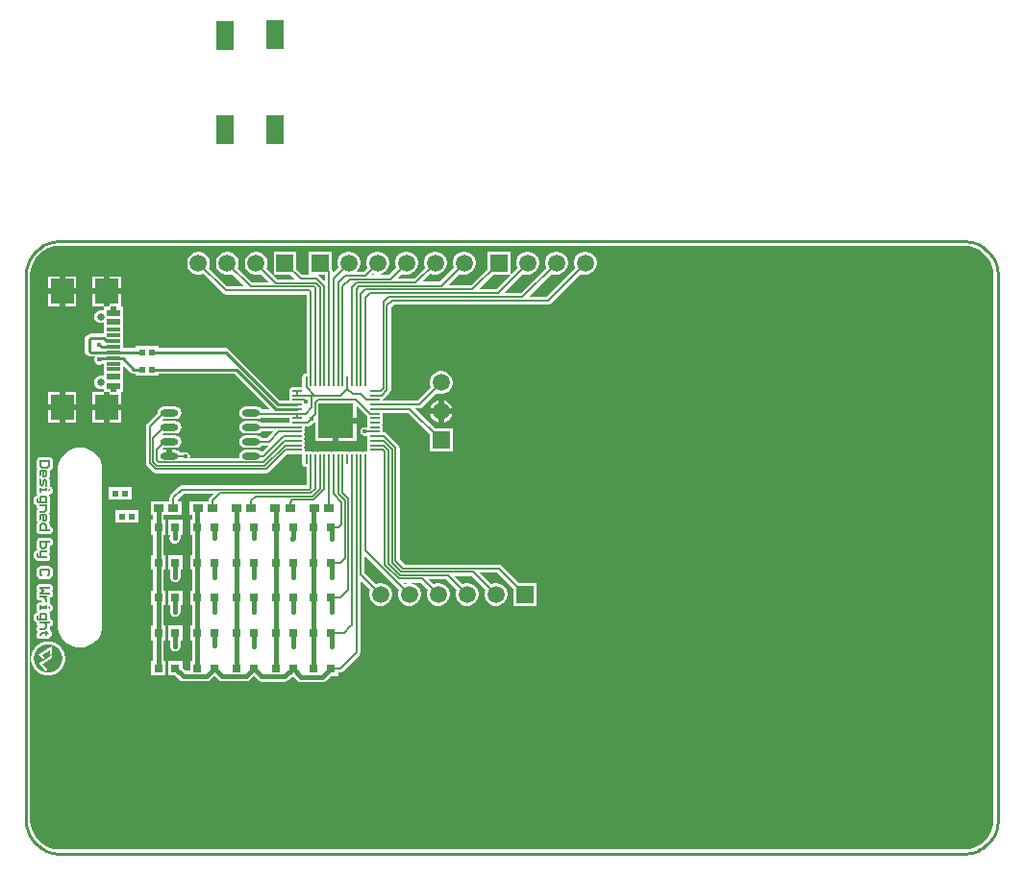
<source format=gtl>
G04*
G04 #@! TF.GenerationSoftware,Altium Limited,Altium Designer,25.8.1 (18)*
G04*
G04 Layer_Physical_Order=1*
G04 Layer_Color=255*
%FSLAX25Y25*%
%MOIN*%
G70*
G04*
G04 #@! TF.SameCoordinates,879A800C-AAF0-40E7-B308-37E3056083DF*
G04*
G04*
G04 #@! TF.FilePolarity,Positive*
G04*
G01*
G75*
%ADD11C,0.00787*%
%ADD12C,0.00984*%
%ADD14C,0.01575*%
%ADD15C,0.01000*%
%ADD16R,0.02230X0.02254*%
%ADD17R,0.05906X0.09843*%
%ADD18O,0.06299X0.02362*%
G04:AMPARAMS|DCode=19|XSize=7.87mil|YSize=33.07mil|CornerRadius=0.98mil|HoleSize=0mil|Usage=FLASHONLY|Rotation=90.000|XOffset=0mil|YOffset=0mil|HoleType=Round|Shape=RoundedRectangle|*
%AMROUNDEDRECTD19*
21,1,0.00787,0.03110,0,0,90.0*
21,1,0.00591,0.03307,0,0,90.0*
1,1,0.00197,0.01555,0.00295*
1,1,0.00197,0.01555,-0.00295*
1,1,0.00197,-0.01555,-0.00295*
1,1,0.00197,-0.01555,0.00295*
%
%ADD19ROUNDEDRECTD19*%
%ADD20R,0.03150X0.03150*%
G04:AMPARAMS|DCode=21|XSize=33.07mil|YSize=7.87mil|CornerRadius=0.98mil|HoleSize=0mil|Usage=FLASHONLY|Rotation=90.000|XOffset=0mil|YOffset=0mil|HoleType=Round|Shape=RoundedRectangle|*
%AMROUNDEDRECTD21*
21,1,0.03307,0.00591,0,0,90.0*
21,1,0.03110,0.00787,0,0,90.0*
1,1,0.00197,0.00295,0.01555*
1,1,0.00197,0.00295,-0.01555*
1,1,0.00197,-0.00295,-0.01555*
1,1,0.00197,-0.00295,0.01555*
%
%ADD21ROUNDEDRECTD21*%
%ADD23R,0.04528X0.02362*%
%ADD24R,0.07874X0.08583*%
%ADD25R,0.03543X0.02756*%
%ADD26R,0.04528X0.01181*%
%ADD35C,0.02559*%
%ADD38R,0.12205X0.12205*%
%ADD39R,0.05906X0.05906*%
%ADD40C,0.05906*%
%ADD41R,0.05906X0.05906*%
%ADD42C,0.01575*%
G36*
X327208Y210821D02*
X329143Y210234D01*
X330925Y209282D01*
X332488Y207999D01*
X333770Y206437D01*
X334723Y204654D01*
X335309Y202720D01*
X335498Y200806D01*
X335478Y200709D01*
Y11811D01*
X335498Y11713D01*
X335309Y9799D01*
X334723Y7865D01*
X333770Y6083D01*
X332488Y4520D01*
X330925Y3238D01*
X329143Y2285D01*
X327208Y1698D01*
X325294Y1510D01*
X325197Y1529D01*
X11811D01*
X11713Y1510D01*
X9799Y1698D01*
X7865Y2285D01*
X6083Y3238D01*
X4520Y4520D01*
X3238Y6083D01*
X2285Y7865D01*
X1698Y9799D01*
X1510Y11713D01*
X1529Y11811D01*
Y200709D01*
X1510Y200806D01*
X1698Y202720D01*
X2285Y204654D01*
X3238Y206437D01*
X4520Y207999D01*
X6083Y209282D01*
X7865Y210234D01*
X9799Y210821D01*
X11713Y211010D01*
X11811Y210990D01*
X325197D01*
X325294Y211010D01*
X327208Y210821D01*
D02*
G37*
%LPC*%
G36*
X194520Y208953D02*
X193480D01*
X192474Y208683D01*
X191573Y208163D01*
X190837Y207427D01*
X190317Y206526D01*
X190047Y205520D01*
Y204480D01*
X190317Y203474D01*
X190371Y203380D01*
X180411Y193421D01*
X174431D01*
X182380Y201371D01*
X182474Y201317D01*
X183480Y201047D01*
X184520D01*
X185526Y201317D01*
X186427Y201837D01*
X187163Y202573D01*
X187683Y203474D01*
X187953Y204480D01*
Y205520D01*
X187683Y206526D01*
X187163Y207427D01*
X186427Y208163D01*
X185526Y208683D01*
X184520Y208953D01*
X183480D01*
X182474Y208683D01*
X181573Y208163D01*
X180837Y207427D01*
X180317Y206526D01*
X180047Y205520D01*
Y204480D01*
X180317Y203474D01*
X180371Y203380D01*
X171592Y194602D01*
X165612D01*
X172380Y201371D01*
X172474Y201317D01*
X173480Y201047D01*
X174520D01*
X175526Y201317D01*
X176427Y201837D01*
X177163Y202573D01*
X177683Y203474D01*
X177953Y204480D01*
Y205520D01*
X177683Y206526D01*
X177163Y207427D01*
X176427Y208163D01*
X175526Y208683D01*
X174520Y208953D01*
X173480D01*
X172474Y208683D01*
X171573Y208163D01*
X170837Y207427D01*
X170317Y206526D01*
X170047Y205520D01*
Y204480D01*
X170317Y203474D01*
X170371Y203380D01*
X163057Y196067D01*
X157076D01*
X162057Y201047D01*
X167953D01*
Y208953D01*
X160047D01*
Y203057D01*
X154238Y197248D01*
X146257D01*
X150380Y201371D01*
X150474Y201317D01*
X151480Y201047D01*
X152520D01*
X153526Y201317D01*
X154427Y201837D01*
X155163Y202573D01*
X155683Y203474D01*
X155953Y204480D01*
Y205520D01*
X155683Y206526D01*
X155163Y207427D01*
X154427Y208163D01*
X153526Y208683D01*
X152520Y208953D01*
X151480D01*
X150474Y208683D01*
X149573Y208163D01*
X148837Y207427D01*
X148317Y206526D01*
X148047Y205520D01*
Y204480D01*
X148317Y203474D01*
X148371Y203380D01*
X143419Y198429D01*
X137438D01*
X140380Y201371D01*
X140474Y201317D01*
X141480Y201047D01*
X142520D01*
X143526Y201317D01*
X144427Y201837D01*
X145163Y202573D01*
X145683Y203474D01*
X145953Y204480D01*
Y205520D01*
X145683Y206526D01*
X145163Y207427D01*
X144427Y208163D01*
X143526Y208683D01*
X142520Y208953D01*
X141480D01*
X140474Y208683D01*
X139573Y208163D01*
X138837Y207427D01*
X138317Y206526D01*
X138047Y205520D01*
Y204480D01*
X138317Y203474D01*
X138371Y203380D01*
X134600Y199610D01*
X128620D01*
X130380Y201371D01*
X130474Y201317D01*
X131480Y201047D01*
X132520D01*
X133526Y201317D01*
X134427Y201837D01*
X135163Y202573D01*
X135683Y203474D01*
X135953Y204480D01*
Y205520D01*
X135683Y206526D01*
X135163Y207427D01*
X134427Y208163D01*
X133526Y208683D01*
X132520Y208953D01*
X131480D01*
X130474Y208683D01*
X129573Y208163D01*
X128837Y207427D01*
X128317Y206526D01*
X128047Y205520D01*
Y204480D01*
X128317Y203474D01*
X128371Y203380D01*
X125782Y200791D01*
X119801D01*
X120380Y201371D01*
X120474Y201317D01*
X121480Y201047D01*
X122520D01*
X123526Y201317D01*
X124427Y201837D01*
X125163Y202573D01*
X125683Y203474D01*
X125953Y204480D01*
Y205520D01*
X125683Y206526D01*
X125163Y207427D01*
X124427Y208163D01*
X123526Y208683D01*
X122520Y208953D01*
X121480D01*
X120474Y208683D01*
X119573Y208163D01*
X118837Y207427D01*
X118317Y206526D01*
X118047Y205520D01*
Y204480D01*
X118317Y203474D01*
X118371Y203380D01*
X116963Y201972D01*
X114562D01*
X115163Y202573D01*
X115683Y203474D01*
X115953Y204480D01*
Y205520D01*
X115683Y206526D01*
X115163Y207427D01*
X114427Y208163D01*
X113526Y208683D01*
X112520Y208953D01*
X111480D01*
X110474Y208683D01*
X109573Y208163D01*
X108837Y207427D01*
X108317Y206526D01*
X108047Y205520D01*
Y204480D01*
X108317Y203474D01*
X108371Y203380D01*
X106523Y201533D01*
Y201898D01*
X106415Y202441D01*
X106107Y202902D01*
X105953Y203057D01*
Y208953D01*
X98047D01*
Y201047D01*
X103681D01*
Y198681D01*
X101858Y200505D01*
X101397Y200813D01*
X100853Y200921D01*
X95848D01*
X93818Y202951D01*
Y208847D01*
X85913D01*
Y200942D01*
X91809D01*
X93340Y199411D01*
X89052D01*
X89000Y199421D01*
X87348D01*
X83495Y203275D01*
X83549Y203369D01*
X83818Y204374D01*
Y205415D01*
X83549Y206420D01*
X83029Y207321D01*
X82292Y208057D01*
X81391Y208578D01*
X80386Y208847D01*
X79345D01*
X78340Y208578D01*
X77438Y208057D01*
X76702Y207321D01*
X76182Y206420D01*
X75913Y205415D01*
Y204374D01*
X76182Y203369D01*
X76702Y202467D01*
X77438Y201731D01*
X78340Y201211D01*
X79345Y200942D01*
X80386D01*
X81391Y201211D01*
X81485Y201265D01*
X84521Y198230D01*
X78540D01*
X73495Y203275D01*
X73549Y203369D01*
X73818Y204374D01*
Y205415D01*
X73549Y206420D01*
X73028Y207321D01*
X72293Y208057D01*
X71391Y208578D01*
X70386Y208847D01*
X69345D01*
X68340Y208578D01*
X67438Y208057D01*
X66703Y207321D01*
X66182Y206420D01*
X65913Y205415D01*
Y204374D01*
X66182Y203369D01*
X66703Y202467D01*
X67438Y201731D01*
X68340Y201211D01*
X69345Y200942D01*
X70386D01*
X71391Y201211D01*
X71485Y201265D01*
X75829Y196921D01*
X69848D01*
X63495Y203275D01*
X63549Y203369D01*
X63818Y204374D01*
Y205415D01*
X63549Y206420D01*
X63029Y207321D01*
X62292Y208057D01*
X61391Y208578D01*
X60386Y208847D01*
X59345D01*
X58340Y208578D01*
X57438Y208057D01*
X56703Y207321D01*
X56182Y206420D01*
X55913Y205415D01*
Y204374D01*
X56182Y203369D01*
X56703Y202467D01*
X57438Y201731D01*
X58340Y201211D01*
X59345Y200942D01*
X60386D01*
X61391Y201211D01*
X61485Y201265D01*
X68255Y194495D01*
X68716Y194187D01*
X69260Y194079D01*
X97382D01*
Y166588D01*
X96933D01*
X96504Y166503D01*
X96141Y166260D01*
X95898Y165897D01*
X95813Y165469D01*
Y163942D01*
X95807Y163913D01*
Y161979D01*
X95496Y162041D01*
X93970D01*
X93941Y162047D01*
X93912Y162041D01*
X92386D01*
X91957Y161956D01*
X91594Y161713D01*
X91351Y161350D01*
X91266Y160921D01*
Y160331D01*
X91351Y159902D01*
X91394Y159839D01*
X91351Y159775D01*
X91266Y159346D01*
Y158756D01*
X91351Y158327D01*
X91394Y158264D01*
X91351Y158200D01*
X91266Y157772D01*
Y157423D01*
X88076D01*
X70423Y175076D01*
X69929Y175406D01*
X69347Y175521D01*
X45899D01*
Y176127D01*
X38101D01*
Y175537D01*
X33598D01*
Y176362D01*
Y178331D01*
Y180299D01*
Y182268D01*
Y185417D01*
Y189779D01*
X31335D01*
Y187598D01*
X29335D01*
Y189779D01*
X27071D01*
Y188444D01*
X26556Y188657D01*
X25649D01*
X24811Y188310D01*
X24170Y187669D01*
X23823Y186831D01*
Y185924D01*
X24170Y185087D01*
X24811Y184446D01*
X25649Y184098D01*
X26556D01*
X27071Y184312D01*
Y182268D01*
Y180507D01*
X27000Y180521D01*
X22529D01*
X21947Y180405D01*
X21454Y180076D01*
X21454Y180076D01*
X20877Y179499D01*
X20547Y179006D01*
X20431Y178423D01*
Y174592D01*
X20547Y174010D01*
X20877Y173517D01*
X21454Y172940D01*
X21454Y172940D01*
X21947Y172610D01*
X22529Y172494D01*
X23977D01*
X23713Y171855D01*
Y171144D01*
X23985Y170487D01*
X24487Y169985D01*
X25144Y169713D01*
X25855D01*
X26513Y169985D01*
X27015Y170487D01*
X27031Y170526D01*
X27071D01*
Y170457D01*
Y168488D01*
Y166520D01*
Y165688D01*
X26556Y165902D01*
X25649D01*
X24811Y165554D01*
X24170Y164913D01*
X23823Y164076D01*
Y163169D01*
X24170Y162331D01*
X24811Y161690D01*
X25649Y161343D01*
X26556D01*
X27071Y161556D01*
Y160221D01*
X29335D01*
Y162402D01*
X31335D01*
Y160221D01*
X33598D01*
Y163370D01*
Y166520D01*
Y168488D01*
Y169750D01*
X36424Y166924D01*
X36424Y166924D01*
X36918Y166595D01*
X37500Y166479D01*
X38101D01*
Y165873D01*
X45899D01*
Y166479D01*
X72370D01*
X84676Y154173D01*
X81981D01*
X81714Y154572D01*
X80993Y155054D01*
X80142Y155224D01*
X76205D01*
X75354Y155054D01*
X74632Y154572D01*
X74150Y153851D01*
X73981Y153000D01*
X74150Y152149D01*
X74632Y151427D01*
X75354Y150945D01*
X76205Y150776D01*
X80142D01*
X80993Y150945D01*
X81570Y151331D01*
X91266D01*
Y150882D01*
X91351Y150453D01*
X91394Y150390D01*
X91351Y150326D01*
X91266Y149898D01*
Y149449D01*
X81797D01*
X81714Y149573D01*
X80993Y150055D01*
X80142Y150224D01*
X76205D01*
X75354Y150055D01*
X74632Y149573D01*
X74150Y148851D01*
X73981Y148000D01*
X74150Y147149D01*
X74632Y146428D01*
X75354Y145946D01*
X76205Y145776D01*
X80142D01*
X80993Y145946D01*
X81714Y146428D01*
X81834Y146607D01*
X85871D01*
X83685Y144421D01*
X81815D01*
X81714Y144572D01*
X80993Y145054D01*
X80142Y145224D01*
X76205D01*
X75354Y145054D01*
X74632Y144572D01*
X74150Y143851D01*
X73981Y143000D01*
X74150Y142149D01*
X74632Y141428D01*
X75354Y140945D01*
X76205Y140776D01*
X80142D01*
X80993Y140945D01*
X81714Y141428D01*
X81815Y141579D01*
X84069D01*
X81911Y139421D01*
X81815D01*
X81714Y139573D01*
X80993Y140055D01*
X80142Y140224D01*
X76205D01*
X75354Y140055D01*
X74632Y139573D01*
X74150Y138851D01*
X73981Y138000D01*
X74124Y137283D01*
X56697D01*
X56813Y137456D01*
X56921Y138000D01*
X56813Y138544D01*
X56505Y139005D01*
X56044Y139313D01*
X55500Y139421D01*
X53469D01*
X53368Y139573D01*
X52646Y140055D01*
X51795Y140224D01*
X50827D01*
Y138000D01*
X48827D01*
Y140224D01*
X47858D01*
X47078Y140069D01*
X47798Y140788D01*
X47858Y140776D01*
X51795D01*
X52646Y140945D01*
X53368Y141428D01*
X53850Y142149D01*
X54019Y143000D01*
X53850Y143851D01*
X53368Y144572D01*
X52646Y145054D01*
X51795Y145224D01*
X47858D01*
X47007Y145054D01*
X46752Y144884D01*
X47680Y145812D01*
X47858Y145776D01*
X51795D01*
X52646Y145946D01*
X53368Y146428D01*
X53850Y147149D01*
X54019Y148000D01*
X53850Y148851D01*
X53368Y149573D01*
X52646Y150055D01*
X51795Y150224D01*
X47858D01*
X47007Y150055D01*
X46752Y149884D01*
X47680Y150812D01*
X47858Y150776D01*
X51795D01*
X52646Y150945D01*
X53368Y151427D01*
X53850Y152149D01*
X54019Y153000D01*
X53850Y153851D01*
X53368Y154572D01*
X52646Y155054D01*
X51795Y155224D01*
X47858D01*
X47007Y155054D01*
X46286Y154572D01*
X45804Y153851D01*
X45634Y153000D01*
X45670Y152821D01*
X41995Y149146D01*
X41687Y148686D01*
X41579Y148142D01*
Y135500D01*
X41687Y134956D01*
X41995Y134495D01*
X43995Y132495D01*
X44456Y132187D01*
X45000Y132079D01*
X83341D01*
X83884Y132187D01*
X84345Y132495D01*
X90583Y138733D01*
X93941D01*
X93970Y138738D01*
X95496D01*
X95892Y138817D01*
X95813Y138421D01*
Y135311D01*
X95898Y134882D01*
X96141Y134519D01*
X96504Y134276D01*
X96933Y134191D01*
X97382D01*
Y127787D01*
X54051D01*
X53507Y127679D01*
X53046Y127371D01*
X50200Y124524D01*
X49892Y124064D01*
X49784Y123520D01*
Y122311D01*
X43315D01*
Y117555D01*
X44073D01*
Y115889D01*
X43321D01*
Y110739D01*
X44073D01*
Y103652D01*
X43321D01*
Y98502D01*
X44073D01*
Y91415D01*
X43321D01*
Y86265D01*
X44073D01*
Y79178D01*
X43321D01*
Y74028D01*
X44073D01*
Y66941D01*
X43321D01*
Y61791D01*
X48471D01*
Y66941D01*
X47718D01*
Y74028D01*
X48471D01*
Y79178D01*
X47718D01*
Y86265D01*
X48471D01*
Y91415D01*
X47718D01*
Y98502D01*
X48471D01*
Y103652D01*
X47718D01*
Y110739D01*
X48471D01*
Y115889D01*
X47718D01*
Y117555D01*
X53976D01*
Y122311D01*
X52626D01*
Y122931D01*
X54640Y124945D01*
X65149D01*
X63700Y123496D01*
X63392Y123036D01*
X63284Y122492D01*
Y122311D01*
X56815D01*
Y117555D01*
X57698D01*
Y115889D01*
X56946D01*
Y110739D01*
X57698D01*
Y103652D01*
X56946D01*
Y98502D01*
X57698D01*
Y91415D01*
X56946D01*
Y86265D01*
X57698D01*
Y79178D01*
X56946D01*
Y74028D01*
X57698D01*
Y66941D01*
X56946D01*
Y63433D01*
X55312D01*
X54376Y64369D01*
Y66941D01*
X49226D01*
Y61791D01*
X51799D01*
X53268Y60322D01*
X53268Y60322D01*
X53860Y59926D01*
X54557Y59788D01*
X54557Y59788D01*
X62670D01*
X62670Y59788D01*
X63368Y59926D01*
X63959Y60322D01*
X65426Y61789D01*
X66893Y60322D01*
X66893Y60322D01*
X67485Y59926D01*
X68182Y59788D01*
X68182Y59788D01*
X76295D01*
X76295Y59788D01*
X76993Y59926D01*
X77584Y60322D01*
X79051Y61789D01*
X80585Y60255D01*
X81176Y59860D01*
X81874Y59721D01*
X81874Y59721D01*
X89826D01*
X89826Y59721D01*
X90523Y59860D01*
X91114Y60255D01*
X92582Y61722D01*
X94226Y60078D01*
X94226Y60078D01*
X94818Y59682D01*
X95515Y59544D01*
X95515Y59544D01*
X102773D01*
X102773Y59544D01*
X103471Y59682D01*
X104062Y60078D01*
X105709Y61725D01*
X108282D01*
Y62879D01*
X108985D01*
X109529Y62987D01*
X109990Y63295D01*
X115556Y68861D01*
X115864Y69322D01*
X115972Y69866D01*
Y95018D01*
X119371Y91620D01*
X119317Y91526D01*
X119047Y90520D01*
Y89480D01*
X119317Y88474D01*
X119837Y87573D01*
X120573Y86837D01*
X121474Y86317D01*
X122480Y86047D01*
X123520D01*
X124526Y86317D01*
X125427Y86837D01*
X126163Y87573D01*
X126683Y88474D01*
X126953Y89480D01*
Y90520D01*
X126683Y91526D01*
X126163Y92427D01*
X125427Y93163D01*
X124526Y93683D01*
X123520Y93953D01*
X122480D01*
X121474Y93683D01*
X121380Y93629D01*
X117547Y97463D01*
Y103443D01*
X129371Y91620D01*
X129317Y91526D01*
X129047Y90520D01*
Y89480D01*
X129317Y88474D01*
X129837Y87573D01*
X130573Y86837D01*
X131474Y86317D01*
X132480Y86047D01*
X133520D01*
X134526Y86317D01*
X135427Y86837D01*
X136163Y87573D01*
X136683Y88474D01*
X136953Y89480D01*
Y90520D01*
X136683Y91526D01*
X136163Y92427D01*
X135427Y93163D01*
X134526Y93683D01*
X133520Y93953D01*
X132480D01*
X131474Y93683D01*
X131380Y93629D01*
X130974Y94036D01*
X136955D01*
X139371Y91620D01*
X139317Y91526D01*
X139047Y90520D01*
Y89480D01*
X139317Y88474D01*
X139837Y87573D01*
X140573Y86837D01*
X141474Y86317D01*
X142480Y86047D01*
X143520D01*
X144526Y86317D01*
X145427Y86837D01*
X146163Y87573D01*
X146683Y88474D01*
X146953Y89480D01*
Y90520D01*
X146683Y91526D01*
X146163Y92427D01*
X145427Y93163D01*
X144526Y93683D01*
X143520Y93953D01*
X142480D01*
X141474Y93683D01*
X141380Y93629D01*
X139793Y95217D01*
X145774D01*
X149371Y91620D01*
X149317Y91526D01*
X149047Y90520D01*
Y89480D01*
X149317Y88474D01*
X149837Y87573D01*
X150573Y86837D01*
X151474Y86317D01*
X152480Y86047D01*
X153520D01*
X154526Y86317D01*
X155427Y86837D01*
X156163Y87573D01*
X156683Y88474D01*
X156953Y89480D01*
Y90520D01*
X156683Y91526D01*
X156163Y92427D01*
X155427Y93163D01*
X154526Y93683D01*
X153520Y93953D01*
X152480D01*
X151474Y93683D01*
X151380Y93629D01*
X148612Y96398D01*
X154593D01*
X159371Y91620D01*
X159317Y91526D01*
X159047Y90520D01*
Y89480D01*
X159317Y88474D01*
X159837Y87573D01*
X160573Y86837D01*
X161474Y86317D01*
X162480Y86047D01*
X163520D01*
X164526Y86317D01*
X165427Y86837D01*
X166163Y87573D01*
X166683Y88474D01*
X166953Y89480D01*
Y90520D01*
X166683Y91526D01*
X166163Y92427D01*
X165427Y93163D01*
X164526Y93683D01*
X163520Y93953D01*
X162480D01*
X161474Y93683D01*
X161380Y93629D01*
X157431Y97579D01*
X163411D01*
X169047Y91943D01*
Y86047D01*
X176953D01*
Y93953D01*
X171057D01*
X165005Y100005D01*
X164544Y100313D01*
X164000Y100421D01*
X131270D01*
X129600Y102091D01*
Y140821D01*
X129492Y141365D01*
X129184Y141826D01*
X125127Y145883D01*
X124666Y146191D01*
X124122Y146299D01*
X123663D01*
Y146748D01*
X123578Y147177D01*
X123536Y147240D01*
X123578Y147304D01*
X123663Y147732D01*
Y148323D01*
X123578Y148751D01*
X123536Y148815D01*
X123578Y148879D01*
X123663Y149307D01*
Y149898D01*
X123578Y150326D01*
X123536Y150390D01*
X123578Y150453D01*
X123663Y150882D01*
Y151472D01*
X123578Y151901D01*
X123536Y151965D01*
X123578Y152028D01*
X123663Y152457D01*
Y152906D01*
X132585D01*
X140047Y145443D01*
Y139547D01*
X147953D01*
Y147453D01*
X142057D01*
X135029Y154481D01*
X136402D01*
X136945Y154589D01*
X137406Y154897D01*
X142380Y159871D01*
X142474Y159817D01*
X143480Y159547D01*
X144520D01*
X145526Y159817D01*
X146427Y160337D01*
X147163Y161073D01*
X147683Y161974D01*
X147953Y162980D01*
Y164020D01*
X147683Y165026D01*
X147163Y165927D01*
X146427Y166663D01*
X145526Y167183D01*
X144520Y167453D01*
X143480D01*
X142474Y167183D01*
X141573Y166663D01*
X140837Y165927D01*
X140317Y165026D01*
X140047Y164020D01*
Y162980D01*
X140317Y161974D01*
X140371Y161880D01*
X135813Y157323D01*
X123663D01*
Y157718D01*
X123765Y157738D01*
X124226Y158046D01*
X126186Y160006D01*
X126494Y160467D01*
X126602Y161011D01*
Y189593D01*
X127589Y190579D01*
X181000D01*
X181544Y190687D01*
X182005Y190995D01*
X192380Y201371D01*
X192474Y201317D01*
X193480Y201047D01*
X194520D01*
X195526Y201317D01*
X196427Y201837D01*
X197163Y202573D01*
X197683Y203474D01*
X197953Y204480D01*
Y205520D01*
X197683Y206526D01*
X197163Y207427D01*
X196427Y208163D01*
X195526Y208683D01*
X194520Y208953D01*
D02*
G37*
G36*
X33008Y200409D02*
X29071D01*
Y196118D01*
X33008D01*
Y200409D01*
D02*
G37*
G36*
X17535D02*
X13598D01*
Y196118D01*
X17535D01*
Y200409D01*
D02*
G37*
G36*
X27071D02*
X23134D01*
Y196118D01*
X27071D01*
Y200409D01*
D02*
G37*
G36*
X11598D02*
X7661D01*
Y196118D01*
X11598D01*
Y200409D01*
D02*
G37*
G36*
X33008Y194118D02*
X29071D01*
Y189827D01*
X33008D01*
Y194118D01*
D02*
G37*
G36*
X27071D02*
X23134D01*
Y189827D01*
X27071D01*
Y194118D01*
D02*
G37*
G36*
X17535D02*
X13598D01*
Y189827D01*
X17535D01*
Y194118D01*
D02*
G37*
G36*
X11598D02*
X7661D01*
Y189827D01*
X11598D01*
Y194118D01*
D02*
G37*
G36*
X33008Y160173D02*
X29071D01*
Y155882D01*
X33008D01*
Y160173D01*
D02*
G37*
G36*
X17535D02*
X13598D01*
Y155882D01*
X17535D01*
Y160173D01*
D02*
G37*
G36*
X27071D02*
X23134D01*
Y155882D01*
X27071D01*
Y160173D01*
D02*
G37*
G36*
X11598D02*
X7661D01*
Y155882D01*
X11598D01*
Y160173D01*
D02*
G37*
G36*
X145000Y157324D02*
Y154500D01*
X147824D01*
X147683Y155026D01*
X147163Y155927D01*
X146427Y156663D01*
X145526Y157183D01*
X145000Y157324D01*
D02*
G37*
G36*
X143000D02*
X142474Y157183D01*
X141573Y156663D01*
X140837Y155927D01*
X140317Y155026D01*
X140176Y154500D01*
X143000D01*
Y157324D01*
D02*
G37*
G36*
X147824Y152500D02*
X145000D01*
Y149676D01*
X145526Y149817D01*
X146427Y150337D01*
X147163Y151073D01*
X147683Y151974D01*
X147824Y152500D01*
D02*
G37*
G36*
X143000D02*
X140176D01*
X140317Y151974D01*
X140837Y151073D01*
X141573Y150337D01*
X142474Y149817D01*
X143000Y149676D01*
Y152500D01*
D02*
G37*
G36*
X33008Y153882D02*
X29071D01*
Y149591D01*
X33008D01*
Y153882D01*
D02*
G37*
G36*
X27071D02*
X23134D01*
Y149591D01*
X27071D01*
Y153882D01*
D02*
G37*
G36*
X17535D02*
X13598D01*
Y149591D01*
X17535D01*
Y153882D01*
D02*
G37*
G36*
X11598D02*
X7661D01*
Y149591D01*
X11598D01*
Y153882D01*
D02*
G37*
G36*
X8236Y137552D02*
X8096D01*
X7920Y137517D01*
X5188D01*
X5012Y137552D01*
X4907D01*
X4517Y137474D01*
X4486Y137454D01*
X4411Y137439D01*
X4081Y137218D01*
X4067Y137197D01*
X4046Y137183D01*
X4032Y137162D01*
X4011Y137148D01*
X3997Y137127D01*
X3976Y137113D01*
X3962Y137092D01*
X3940Y137078D01*
X3719Y136747D01*
X3714Y136722D01*
X3684Y136677D01*
X3679Y136652D01*
X3649Y136607D01*
X3572Y136217D01*
Y136077D01*
X3607Y135900D01*
Y134430D01*
X3684Y134039D01*
X3714Y133994D01*
X3718Y133974D01*
X3719Y133969D01*
X3940Y133639D01*
X3962Y133625D01*
X3976Y133604D01*
X3997Y133589D01*
X4011Y133569D01*
X4032Y133554D01*
X4046Y133534D01*
X4067Y133519D01*
X4067Y133518D01*
X4046Y133503D01*
X4032Y133483D01*
X4011Y133468D01*
X3790Y133138D01*
X3790Y133137D01*
X3719Y133033D01*
X3719Y133032D01*
X3649Y132927D01*
X3572Y132537D01*
Y132467D01*
X3607Y132291D01*
Y131311D01*
X3684Y130921D01*
X3714Y130876D01*
X3719Y130850D01*
X3749Y130806D01*
X3754Y130780D01*
X3868Y130610D01*
X3754Y130439D01*
X3749Y130414D01*
X3719Y130369D01*
X3714Y130344D01*
X3684Y130299D01*
X3607Y129909D01*
Y128403D01*
X3572Y128227D01*
Y128157D01*
X3649Y127767D01*
X3679Y127722D01*
X3684Y127697D01*
X3754Y127592D01*
X3754Y127591D01*
X3863Y127429D01*
X3719Y127215D01*
X3704Y127140D01*
X3684Y127110D01*
X3607Y126720D01*
Y126300D01*
X3572Y126124D01*
Y125564D01*
X3649Y125173D01*
X3709Y125083D01*
X3719Y125033D01*
X3749Y124988D01*
X3754Y124963D01*
X3976Y124632D01*
X3997Y124618D01*
X4011Y124597D01*
X4032Y124583D01*
X4046Y124562D01*
X4086Y124536D01*
X4081Y124532D01*
X4067Y124511D01*
X4046Y124497D01*
X4032Y124476D01*
X4011Y124462D01*
X3997Y124441D01*
X3976Y124427D01*
X3894Y124305D01*
X3750D01*
X3360Y124228D01*
X3029Y124007D01*
X3015Y123986D01*
X2994Y123971D01*
X2980Y123951D01*
X2959Y123936D01*
X2945Y123916D01*
X2924Y123901D01*
X2910Y123880D01*
X2889Y123866D01*
X2668Y123536D01*
X2663Y123511D01*
X2633Y123466D01*
X2555Y123075D01*
Y122304D01*
X2633Y121914D01*
X2663Y121869D01*
X2668Y121844D01*
X2738Y121739D01*
X2738Y121739D01*
X2959Y121408D01*
X2980Y121394D01*
X2994Y121373D01*
X3121Y121289D01*
X3134Y121268D01*
X3156Y121254D01*
X3170Y121233D01*
X3190Y121219D01*
X3204Y121198D01*
X3226Y121184D01*
X3240Y121163D01*
X3261Y121149D01*
X3275Y121128D01*
X3296Y121114D01*
X3310Y121093D01*
X3331Y121079D01*
X3345Y121058D01*
X3365Y121044D01*
X3450Y120918D01*
X3471Y120904D01*
X3485Y120882D01*
X3607Y120801D01*
Y120762D01*
X3684Y120372D01*
X3704Y120342D01*
X3719Y120267D01*
X3940Y119936D01*
X3962Y119922D01*
X3976Y119901D01*
X3997Y119887D01*
X4011Y119866D01*
X4032Y119852D01*
X4046Y119831D01*
X4067Y119817D01*
X4081Y119796D01*
X4103Y119781D01*
X4081Y119766D01*
X4067Y119745D01*
X4046Y119731D01*
X4032Y119710D01*
X4011Y119696D01*
X3997Y119675D01*
X3976Y119661D01*
X3962Y119640D01*
X3940Y119626D01*
X3719Y119295D01*
X3704Y119220D01*
X3684Y119190D01*
X3607Y118800D01*
Y118660D01*
X3684Y118270D01*
X3704Y118239D01*
X3719Y118165D01*
X3749Y118120D01*
X3754Y118094D01*
X3857Y117941D01*
X3754Y117788D01*
X3749Y117763D01*
X3719Y117718D01*
X3719Y117718D01*
X3649Y117613D01*
X3572Y117223D01*
Y117188D01*
X3607Y117012D01*
Y115996D01*
X3684Y115606D01*
X3704Y115576D01*
X3719Y115501D01*
X3940Y115170D01*
X3962Y115156D01*
X3976Y115135D01*
X3997Y115121D01*
X4011Y115100D01*
X4032Y115086D01*
X4046Y115065D01*
X4086Y115039D01*
X4081Y115035D01*
X4067Y115014D01*
X4046Y115000D01*
X4032Y114979D01*
X4011Y114965D01*
X3997Y114944D01*
X3976Y114930D01*
X3754Y114599D01*
X3754Y114599D01*
X3684Y114494D01*
X3679Y114469D01*
X3649Y114424D01*
X3572Y114034D01*
Y113964D01*
X3607Y113788D01*
Y112633D01*
X3572Y112457D01*
Y112317D01*
X3649Y111927D01*
X3719Y111822D01*
X3719Y111821D01*
X3790Y111717D01*
X3790Y111716D01*
X4011Y111386D01*
X4032Y111372D01*
X4046Y111351D01*
X4376Y111129D01*
X4451Y111115D01*
X4482Y111094D01*
X4872Y111017D01*
X8271D01*
X8661Y111094D01*
X8706Y111125D01*
X8731Y111129D01*
X9062Y111351D01*
X9076Y111372D01*
X9097Y111386D01*
X9111Y111407D01*
X9132Y111421D01*
X9146Y111442D01*
X9167Y111456D01*
X9388Y111786D01*
X9393Y111811D01*
X9423Y111856D01*
X9428Y111882D01*
X9458Y111927D01*
X9536Y112317D01*
Y112457D01*
X9458Y112847D01*
X9428Y112892D01*
X9423Y112917D01*
X9393Y112962D01*
X9388Y112987D01*
X9167Y113318D01*
X9146Y113332D01*
X9132Y113353D01*
X9111Y113367D01*
X9097Y113388D01*
X9076Y113402D01*
X9062Y113423D01*
X8731Y113644D01*
X8706Y113649D01*
X8661Y113679D01*
X8485Y113714D01*
Y113999D01*
X8407Y114389D01*
X8407Y114390D01*
X8372Y114564D01*
X8151Y114895D01*
X8130Y114909D01*
X8116Y114930D01*
X7989Y115015D01*
X7989Y115015D01*
X7990Y115016D01*
X8011Y115030D01*
X8025Y115051D01*
X8046Y115065D01*
X8060Y115086D01*
X8081Y115100D01*
X8095Y115121D01*
X8116Y115135D01*
X8130Y115156D01*
X8151Y115170D01*
X8372Y115501D01*
X8387Y115576D01*
X8407Y115606D01*
X8485Y115996D01*
Y117153D01*
X8407Y117543D01*
X8397Y117558D01*
X8372Y117683D01*
X8342Y117728D01*
X8337Y117753D01*
X8116Y118084D01*
X8095Y118098D01*
X8081Y118119D01*
X8060Y118133D01*
X8046Y118154D01*
X8025Y118168D01*
X8012Y118187D01*
X8025Y118205D01*
X8046Y118219D01*
X8060Y118240D01*
X8081Y118254D01*
X8095Y118275D01*
X8116Y118289D01*
X8337Y118620D01*
X8342Y118645D01*
X8372Y118690D01*
X8377Y118715D01*
X8407Y118760D01*
X8485Y119150D01*
Y120938D01*
X8407Y121328D01*
X8387Y121358D01*
X8383Y121376D01*
X8387Y121393D01*
X8407Y121424D01*
X8485Y121814D01*
Y123566D01*
X8407Y123956D01*
X8387Y123986D01*
X8372Y124061D01*
X8151Y124392D01*
X8130Y124406D01*
X8116Y124427D01*
X8095Y124441D01*
X8081Y124462D01*
X8060Y124476D01*
X8046Y124497D01*
X8025Y124511D01*
X8011Y124532D01*
X7990Y124546D01*
X7976Y124567D01*
X7955Y124581D01*
X7941Y124602D01*
X7920Y124616D01*
X7906Y124637D01*
X7885Y124651D01*
X7870Y124672D01*
X7850Y124686D01*
X7835Y124707D01*
X7814Y124722D01*
X7800Y124742D01*
X7779Y124757D01*
X7765Y124777D01*
X7744Y124792D01*
X7730Y124813D01*
X7730Y124813D01*
X8026Y124754D01*
X8271D01*
X8661Y124832D01*
X8706Y124862D01*
X8731Y124867D01*
X9062Y125088D01*
X9076Y125109D01*
X9097Y125123D01*
X9111Y125144D01*
X9132Y125158D01*
X9146Y125179D01*
X9167Y125193D01*
X9388Y125524D01*
X9393Y125549D01*
X9423Y125594D01*
X9428Y125619D01*
X9458Y125664D01*
X9536Y126054D01*
Y126159D01*
X9458Y126549D01*
X9438Y126579D01*
X9423Y126655D01*
X9393Y126699D01*
X9388Y126725D01*
X9167Y127055D01*
X9146Y127069D01*
X9132Y127090D01*
X9111Y127104D01*
X9097Y127126D01*
X9076Y127139D01*
X9062Y127161D01*
X8731Y127382D01*
X8706Y127386D01*
X8661Y127417D01*
X8444Y127460D01*
X8485Y127666D01*
Y129313D01*
X8407Y129703D01*
X8397Y129719D01*
X8372Y129844D01*
X8302Y129948D01*
X8302Y129949D01*
X8081Y130280D01*
X8018Y130322D01*
X8005Y130341D01*
X8011Y130344D01*
X8025Y130365D01*
X8046Y130379D01*
X8060Y130401D01*
X8081Y130414D01*
X8095Y130436D01*
X8116Y130450D01*
X8130Y130471D01*
X8151Y130485D01*
X8372Y130815D01*
X8387Y130890D01*
X8407Y130921D01*
X8485Y131311D01*
Y132502D01*
X8407Y132892D01*
X8404Y132896D01*
X8571Y133008D01*
X8585Y133029D01*
X8606Y133043D01*
X8620Y133064D01*
X8642Y133078D01*
X8655Y133099D01*
X8676Y133113D01*
X8761Y133239D01*
X8782Y133253D01*
X8796Y133274D01*
X8817Y133288D01*
X8831Y133309D01*
X8852Y133323D01*
X8866Y133344D01*
X8887Y133358D01*
X8901Y133379D01*
X8922Y133393D01*
X8936Y133414D01*
X8957Y133428D01*
X8971Y133449D01*
X8992Y133463D01*
X9006Y133484D01*
X9132Y133569D01*
X9146Y133589D01*
X9167Y133604D01*
X9388Y133934D01*
X9393Y133959D01*
X9423Y134004D01*
X9428Y134029D01*
X9458Y134074D01*
X9536Y134465D01*
Y136217D01*
X9458Y136607D01*
X9438Y136637D01*
X9423Y136712D01*
X9393Y136757D01*
X9388Y136782D01*
X9167Y137113D01*
X9146Y137127D01*
X9132Y137148D01*
X9111Y137162D01*
X9097Y137183D01*
X9076Y137197D01*
X9062Y137218D01*
X8731Y137439D01*
X8656Y137454D01*
X8626Y137474D01*
X8236Y137552D01*
D02*
G37*
G36*
X36615Y127127D02*
X28818D01*
Y122873D01*
X36615D01*
Y127127D01*
D02*
G37*
G36*
X38899Y119127D02*
X31101D01*
Y114873D01*
X38899D01*
Y119127D01*
D02*
G37*
G36*
X8131Y109552D02*
X8096D01*
X7920Y109517D01*
X5153D01*
X4977Y109552D01*
X4872D01*
X4482Y109474D01*
X4436Y109444D01*
X4411Y109439D01*
X4081Y109218D01*
X4067Y109197D01*
X4046Y109183D01*
X4032Y109162D01*
X4011Y109148D01*
X3997Y109127D01*
X3976Y109113D01*
X3962Y109092D01*
X3940Y109078D01*
X3719Y108747D01*
X3714Y108722D01*
X3684Y108677D01*
X3679Y108652D01*
X3649Y108607D01*
X3572Y108217D01*
Y108076D01*
X3607Y107900D01*
Y106781D01*
X3572Y106605D01*
Y106500D01*
X3649Y106109D01*
X3719Y106005D01*
X3719Y106004D01*
X3749Y105959D01*
X3754Y105934D01*
X3976Y105603D01*
X3997Y105589D01*
X4011Y105568D01*
X4032Y105554D01*
X4046Y105533D01*
X4067Y105519D01*
X4067Y105518D01*
X4046Y105503D01*
X3961Y105377D01*
X3940Y105363D01*
X3906Y105311D01*
X3855D01*
X3465Y105234D01*
X3435Y105213D01*
X3360Y105199D01*
X3029Y104978D01*
X3015Y104957D01*
X2994Y104943D01*
X2980Y104921D01*
X2959Y104908D01*
X2945Y104886D01*
X2924Y104873D01*
X2910Y104851D01*
X2889Y104837D01*
X2668Y104507D01*
X2663Y104481D01*
X2633Y104437D01*
X2555Y104046D01*
Y103240D01*
X2633Y102850D01*
X2854Y102519D01*
X2875Y102505D01*
X2889Y102484D01*
X2910Y102470D01*
X2924Y102449D01*
X2945Y102435D01*
X2959Y102414D01*
X2980Y102400D01*
X2994Y102379D01*
X3015Y102365D01*
X3029Y102344D01*
X3050Y102330D01*
X3064Y102309D01*
X3085Y102295D01*
X3099Y102274D01*
X3120Y102260D01*
X3134Y102239D01*
X3156Y102225D01*
X3170Y102204D01*
X3190Y102190D01*
X3204Y102169D01*
X3226Y102155D01*
X3240Y102134D01*
X3261Y102120D01*
X3275Y102099D01*
X3296Y102085D01*
X3310Y102064D01*
X3331Y102050D01*
X3345Y102029D01*
X3365Y102015D01*
X3450Y101889D01*
X3576Y101804D01*
X3590Y101784D01*
X3921Y101562D01*
X4311Y101485D01*
X7150D01*
X7540Y101562D01*
X7585Y101593D01*
X7610Y101597D01*
X7655Y101628D01*
X7680Y101632D01*
X8011Y101854D01*
X8025Y101875D01*
X8046Y101889D01*
X8060Y101910D01*
X8081Y101924D01*
X8095Y101945D01*
X8116Y101959D01*
X8130Y101980D01*
X8151Y101994D01*
X8372Y102324D01*
X8397Y102449D01*
X8407Y102465D01*
X8485Y102855D01*
Y102925D01*
X8407Y103315D01*
X8387Y103345D01*
X8372Y103420D01*
X8302Y103525D01*
X8302Y103525D01*
X8081Y103856D01*
X8060Y103870D01*
X8046Y103891D01*
X7980Y103935D01*
X8011Y103956D01*
X8025Y103977D01*
X8046Y103991D01*
X8060Y104012D01*
X8081Y104026D01*
X8085Y104033D01*
X8095Y104047D01*
X8116Y104061D01*
X8130Y104082D01*
X8151Y104096D01*
X8372Y104427D01*
X8397Y104552D01*
X8407Y104567D01*
X8485Y104957D01*
Y105028D01*
X8407Y105418D01*
X8397Y105433D01*
X8372Y105558D01*
X8211Y105798D01*
X8302Y105934D01*
X8302Y105934D01*
X8372Y106039D01*
X8387Y106114D01*
X8407Y106144D01*
X8485Y106535D01*
Y106826D01*
X8626Y106854D01*
X8650Y106870D01*
X8671Y106884D01*
X8696Y106889D01*
X8741Y106919D01*
X8766Y106924D01*
X9097Y107145D01*
X9111Y107166D01*
X9132Y107180D01*
X9146Y107201D01*
X9167Y107215D01*
X9388Y107546D01*
X9393Y107571D01*
X9423Y107616D01*
X9438Y107691D01*
X9458Y107721D01*
X9536Y108112D01*
Y108217D01*
X9458Y108607D01*
X9438Y108637D01*
X9423Y108712D01*
X9393Y108757D01*
X9388Y108782D01*
X9167Y109113D01*
X9146Y109127D01*
X9132Y109148D01*
X9111Y109162D01*
X9097Y109183D01*
X8766Y109404D01*
X8741Y109409D01*
X8696Y109439D01*
X8521Y109474D01*
X8521Y109474D01*
X8131Y109552D01*
D02*
G37*
G36*
X54376Y115889D02*
X49226D01*
Y110739D01*
X49979D01*
Y110155D01*
X49962Y110130D01*
X49927Y109954D01*
X49858Y109788D01*
Y109609D01*
X49823Y109433D01*
X49858Y109256D01*
Y109077D01*
X49927Y108911D01*
X49962Y108735D01*
X50062Y108586D01*
X50130Y108420D01*
X50257Y108293D01*
X50357Y108144D01*
X50506Y108044D01*
X50633Y107917D01*
X50799Y107849D01*
X50948Y107749D01*
X51124Y107714D01*
X51290Y107645D01*
X51470D01*
X51646Y107610D01*
X51822Y107645D01*
X52001D01*
X52167Y107714D01*
X52343Y107749D01*
X52492Y107849D01*
X52658Y107917D01*
X52785Y108044D01*
X52934Y108144D01*
X53090Y108300D01*
X53485Y108891D01*
X53624Y109588D01*
X53624Y109588D01*
Y110739D01*
X54376D01*
Y115889D01*
D02*
G37*
G36*
X7640Y100055D02*
X7500D01*
X7324Y100020D01*
X5714D01*
X5537Y100055D01*
X5432D01*
X5042Y99977D01*
X4997Y99947D01*
X4972Y99942D01*
X4927Y99912D01*
X4902Y99907D01*
X4571Y99686D01*
X4557Y99665D01*
X4536Y99651D01*
X4522Y99630D01*
X4501Y99616D01*
X4487Y99595D01*
X4466Y99581D01*
X4452Y99560D01*
X4431Y99546D01*
X4417Y99525D01*
X4396Y99511D01*
X4382Y99490D01*
X4361Y99476D01*
X4347Y99455D01*
X4326Y99441D01*
X4312Y99420D01*
X4291Y99406D01*
X4263Y99364D01*
X4221Y99335D01*
X4193Y99294D01*
X4151Y99265D01*
X4109Y99202D01*
X4046Y99160D01*
X4017Y99118D01*
X3976Y99090D01*
X3754Y98759D01*
X3749Y98734D01*
X3719Y98689D01*
X3704Y98614D01*
X3684Y98584D01*
X3679Y98559D01*
X3649Y98514D01*
X3572Y98124D01*
Y98019D01*
X3607Y97843D01*
Y96967D01*
X3684Y96577D01*
X3714Y96532D01*
X3719Y96507D01*
X3749Y96462D01*
X3754Y96437D01*
X3976Y96106D01*
X3997Y96092D01*
X4011Y96071D01*
X4032Y96057D01*
X4046Y96036D01*
X4067Y96022D01*
X4081Y96001D01*
X4102Y95987D01*
X4116Y95966D01*
X4137Y95952D01*
X4151Y95931D01*
X4172Y95917D01*
X4186Y95896D01*
X4207Y95882D01*
X4221Y95861D01*
X4242Y95847D01*
X4256Y95826D01*
X4277Y95812D01*
X4291Y95791D01*
X4312Y95777D01*
X4326Y95756D01*
X4347Y95742D01*
X4361Y95721D01*
X4382Y95707D01*
X4396Y95686D01*
X4417Y95672D01*
X4431Y95651D01*
X4452Y95637D01*
X4466Y95616D01*
X4487Y95602D01*
X4501Y95581D01*
X4522Y95567D01*
X4536Y95546D01*
X4867Y95325D01*
X4867Y95324D01*
X4972Y95254D01*
X5362Y95177D01*
X5643D01*
X6033Y95254D01*
X6078Y95284D01*
X6103Y95289D01*
X6434Y95511D01*
X6448Y95532D01*
X6469Y95546D01*
X6483Y95567D01*
X6504Y95581D01*
X6518Y95602D01*
X6539Y95616D01*
X6553Y95637D01*
X6571Y95649D01*
X6590Y95637D01*
X6604Y95616D01*
X6625Y95602D01*
X6639Y95581D01*
X6660Y95567D01*
X6674Y95546D01*
X6695Y95532D01*
X6709Y95511D01*
X6730Y95496D01*
X6744Y95476D01*
X7075Y95254D01*
X7465Y95177D01*
X7780D01*
X8170Y95254D01*
X8501Y95476D01*
X8515Y95496D01*
X8536Y95511D01*
X8550Y95532D01*
X8571Y95546D01*
X8585Y95567D01*
X8606Y95581D01*
X8620Y95602D01*
X8642Y95616D01*
X8655Y95637D01*
X8676Y95651D01*
X8691Y95672D01*
X8712Y95686D01*
X8726Y95707D01*
X8747Y95721D01*
X8761Y95742D01*
X8782Y95756D01*
X8796Y95777D01*
X8817Y95791D01*
X8831Y95812D01*
X8852Y95826D01*
X8866Y95847D01*
X8887Y95861D01*
X8901Y95882D01*
X8922Y95896D01*
X8936Y95917D01*
X8957Y95931D01*
X8971Y95952D01*
X9097Y96036D01*
X9111Y96057D01*
X9132Y96071D01*
X9146Y96092D01*
X9167Y96106D01*
X9388Y96437D01*
X9393Y96462D01*
X9423Y96507D01*
X9428Y96532D01*
X9458Y96577D01*
X9536Y96967D01*
Y98194D01*
X9458Y98584D01*
X9428Y98629D01*
X9423Y98654D01*
X9393Y98699D01*
X9388Y98724D01*
X9318Y98829D01*
X9318Y98830D01*
X9097Y99160D01*
X9076Y99174D01*
X9062Y99195D01*
X8936Y99280D01*
X8922Y99300D01*
X8901Y99314D01*
X8887Y99335D01*
X8866Y99349D01*
X8852Y99370D01*
X8831Y99385D01*
X8817Y99406D01*
X8796Y99420D01*
X8782Y99441D01*
X8761Y99455D01*
X8747Y99476D01*
X8726Y99490D01*
X8712Y99511D01*
X8691Y99525D01*
X8676Y99546D01*
X8655Y99560D01*
X8642Y99581D01*
X8620Y99595D01*
X8606Y99616D01*
X8585Y99630D01*
X8571Y99651D01*
X8550Y99665D01*
X8536Y99686D01*
X8206Y99907D01*
X8180Y99912D01*
X8135Y99942D01*
X8061Y99957D01*
X8030Y99977D01*
X7640Y100055D01*
D02*
G37*
G36*
X54376Y103652D02*
X49226D01*
Y98502D01*
X49979D01*
Y96030D01*
X50014Y95854D01*
Y95674D01*
X50082Y95509D01*
X50117Y95332D01*
X50217Y95183D01*
X50286Y95017D01*
X50413Y94890D01*
X50512Y94741D01*
X50662Y94642D01*
X50789Y94515D01*
X50955Y94446D01*
X51104Y94346D01*
X51280Y94311D01*
X51446Y94243D01*
X51625D01*
X51801Y94208D01*
X51977Y94243D01*
X52157D01*
X52323Y94311D01*
X52499Y94346D01*
X52648Y94446D01*
X52814Y94515D01*
X52941Y94642D01*
X53090Y94741D01*
X53190Y94890D01*
X53316Y95017D01*
X53385Y95183D01*
X53485Y95332D01*
X53520Y95509D01*
X53589Y95674D01*
Y95854D01*
X53624Y96030D01*
Y98502D01*
X54376D01*
Y103652D01*
D02*
G37*
G36*
X8306Y93677D02*
X4802D01*
X4411Y93599D01*
X4081Y93378D01*
X4067Y93357D01*
X4046Y93343D01*
X4032Y93322D01*
X4011Y93308D01*
X3997Y93287D01*
X3976Y93273D01*
X3962Y93252D01*
X3940Y93238D01*
X3719Y92907D01*
X3714Y92882D01*
X3684Y92837D01*
X3679Y92812D01*
X3649Y92767D01*
X3572Y92377D01*
Y92272D01*
X3649Y91881D01*
X3679Y91836D01*
X3684Y91811D01*
X3714Y91766D01*
X3719Y91741D01*
X3749Y91696D01*
X3754Y91671D01*
X3976Y91340D01*
X3997Y91326D01*
X4011Y91305D01*
X4032Y91291D01*
X4046Y91270D01*
X4086Y91243D01*
X4081Y91240D01*
X4067Y91219D01*
X4046Y91205D01*
X4032Y91184D01*
X4011Y91170D01*
X3997Y91149D01*
X3976Y91135D01*
X3962Y91114D01*
X3940Y91100D01*
X3719Y90769D01*
X3704Y90694D01*
X3684Y90664D01*
X3607Y90274D01*
Y90134D01*
X3684Y89744D01*
X3704Y89714D01*
X3705Y89713D01*
X3684Y89683D01*
X3607Y89293D01*
Y89082D01*
X3684Y88692D01*
X3704Y88662D01*
X3719Y88587D01*
X3749Y88542D01*
X3754Y88517D01*
X3976Y88186D01*
X3997Y88172D01*
X4011Y88151D01*
X4341Y87930D01*
X4342Y87930D01*
X4447Y87860D01*
X4837Y87783D01*
X5436D01*
X5447Y87766D01*
X5468Y87752D01*
X5482Y87731D01*
X5503Y87717D01*
X5517Y87696D01*
X5539Y87682D01*
X5553Y87661D01*
X5573Y87647D01*
X5587Y87626D01*
X5609Y87612D01*
X5623Y87591D01*
X5644Y87577D01*
X5658Y87555D01*
X5679Y87542D01*
X5693Y87520D01*
X5714Y87506D01*
X5717Y87501D01*
X5737Y87400D01*
X5787Y87150D01*
X5797Y87135D01*
X5811Y87065D01*
X5577Y87221D01*
X5552Y87226D01*
X5507Y87256D01*
X5482Y87261D01*
X5437Y87291D01*
X5047Y87369D01*
X4907D01*
X4517Y87291D01*
X4472Y87261D01*
X4447Y87256D01*
X4402Y87226D01*
X4376Y87221D01*
X4046Y87000D01*
X4032Y86979D01*
X4011Y86965D01*
X3997Y86944D01*
X3976Y86930D01*
X3754Y86599D01*
X3749Y86574D01*
X3719Y86529D01*
X3714Y86504D01*
X3684Y86459D01*
X3607Y86069D01*
Y85579D01*
X3572Y85403D01*
Y84877D01*
X3649Y84487D01*
X3669Y84457D01*
X3684Y84382D01*
X3754Y84277D01*
X3754Y84277D01*
X3976Y83946D01*
X4017Y83918D01*
X4046Y83876D01*
X4086Y83849D01*
X4081Y83846D01*
X4067Y83825D01*
X4046Y83811D01*
X4032Y83790D01*
X4011Y83776D01*
X3997Y83755D01*
X3976Y83741D01*
X3962Y83720D01*
X3940Y83706D01*
X3906Y83654D01*
X3820D01*
X3430Y83576D01*
X3385Y83546D01*
X3360Y83541D01*
X3029Y83320D01*
X3015Y83299D01*
X2994Y83285D01*
X2980Y83264D01*
X2959Y83250D01*
X2945Y83229D01*
X2924Y83215D01*
X2910Y83194D01*
X2889Y83180D01*
X2668Y82849D01*
X2663Y82824D01*
X2633Y82779D01*
X2555Y82389D01*
Y81653D01*
X2633Y81263D01*
X2663Y81218D01*
X2668Y81193D01*
X2698Y81148D01*
X2703Y81123D01*
X2924Y80792D01*
X2945Y80778D01*
X2959Y80757D01*
X2980Y80743D01*
X2994Y80722D01*
X3015Y80708D01*
X3029Y80687D01*
X3050Y80673D01*
X3064Y80652D01*
X3085Y80638D01*
X3099Y80617D01*
X3120Y80603D01*
X3134Y80582D01*
X3156Y80568D01*
X3170Y80547D01*
X3190Y80533D01*
X3204Y80512D01*
X3226Y80498D01*
X3240Y80477D01*
X3261Y80463D01*
X3275Y80442D01*
X3296Y80427D01*
X3310Y80406D01*
X3331Y80392D01*
X3345Y80371D01*
X3366Y80357D01*
X3380Y80336D01*
X3401Y80322D01*
X3415Y80301D01*
X3436Y80287D01*
X3450Y80266D01*
X3471Y80252D01*
X3485Y80231D01*
X3506Y80217D01*
X3520Y80196D01*
X3541Y80182D01*
X3555Y80161D01*
X3572Y80150D01*
Y80146D01*
X3649Y79756D01*
X3679Y79711D01*
X3683Y79691D01*
X3684Y79686D01*
X3704Y79656D01*
X3719Y79581D01*
X3940Y79250D01*
X3962Y79236D01*
X3976Y79215D01*
X3997Y79201D01*
X4011Y79180D01*
X4032Y79166D01*
X4046Y79145D01*
X4067Y79131D01*
X4081Y79110D01*
X4086Y79107D01*
X4046Y79080D01*
X4032Y79059D01*
X4011Y79045D01*
X3997Y79024D01*
X3976Y79010D01*
X3754Y78679D01*
X3749Y78654D01*
X3719Y78609D01*
X3714Y78584D01*
X3684Y78539D01*
X3607Y78149D01*
Y77974D01*
X3684Y77583D01*
X3704Y77553D01*
X3719Y77478D01*
X3940Y77147D01*
X3962Y77133D01*
X3976Y77112D01*
X3997Y77098D01*
X4011Y77077D01*
X4032Y77063D01*
X4046Y77042D01*
X4067Y77028D01*
X4081Y77007D01*
X4086Y77004D01*
X4046Y76977D01*
X3961Y76851D01*
X3940Y76837D01*
X3719Y76506D01*
X3704Y76431D01*
X3684Y76401D01*
X3607Y76011D01*
Y75871D01*
X3684Y75481D01*
X3704Y75450D01*
X3719Y75375D01*
X3940Y75045D01*
X3962Y75031D01*
X3976Y75010D01*
X3997Y74996D01*
X4011Y74975D01*
X4032Y74961D01*
X4046Y74940D01*
X4067Y74926D01*
X4081Y74905D01*
X4102Y74891D01*
X4116Y74870D01*
X4447Y74648D01*
X4837Y74571D01*
X5117D01*
X5507Y74648D01*
X5612Y74719D01*
X5612Y74719D01*
X5943Y74940D01*
X5957Y74961D01*
X5978Y74975D01*
X5992Y74996D01*
X6013Y75010D01*
X6027Y75031D01*
X6027Y75031D01*
X6028Y75032D01*
X6043Y75010D01*
X6064Y74996D01*
X6078Y74975D01*
X6099Y74961D01*
X6113Y74940D01*
X6134Y74926D01*
X6148Y74905D01*
X6169Y74891D01*
X6183Y74870D01*
X6514Y74648D01*
X6904Y74571D01*
X7255D01*
X7645Y74648D01*
X7750Y74719D01*
X7750Y74719D01*
X8081Y74940D01*
X8302Y75270D01*
X8302Y75271D01*
X8319Y75297D01*
X8571Y75465D01*
X8585Y75486D01*
X8606Y75500D01*
X8620Y75521D01*
X8642Y75535D01*
X8655Y75556D01*
X8676Y75570D01*
X8898Y75901D01*
X8975Y76291D01*
Y76642D01*
X8898Y77032D01*
X8676Y77363D01*
X8655Y77377D01*
X8642Y77398D01*
X8620Y77412D01*
X8606Y77433D01*
X8585Y77447D01*
X8571Y77468D01*
X8550Y77482D01*
X8536Y77503D01*
X8327Y77643D01*
X8229Y77789D01*
X8302Y77899D01*
X8307Y77924D01*
X8337Y77969D01*
X8342Y77994D01*
X8372Y78039D01*
X8377Y78064D01*
X8407Y78109D01*
X8485Y78499D01*
Y78826D01*
X8626Y78854D01*
X8671Y78884D01*
X8696Y78889D01*
X8741Y78919D01*
X8766Y78924D01*
X9097Y79145D01*
X9111Y79166D01*
X9132Y79180D01*
X9146Y79201D01*
X9167Y79215D01*
X9388Y79546D01*
X9393Y79571D01*
X9423Y79616D01*
X9438Y79691D01*
X9458Y79721D01*
X9536Y80111D01*
Y80216D01*
X9458Y80607D01*
X9438Y80637D01*
X9423Y80712D01*
X9393Y80757D01*
X9388Y80782D01*
X9167Y81112D01*
X9146Y81127D01*
X9132Y81148D01*
X9111Y81162D01*
X9097Y81183D01*
X8766Y81404D01*
X8741Y81409D01*
X8696Y81439D01*
X8671Y81444D01*
X8626Y81474D01*
X8485Y81502D01*
Y82915D01*
X8407Y83305D01*
X8377Y83350D01*
X8372Y83375D01*
X8302Y83480D01*
X8302Y83480D01*
X8081Y83811D01*
X8039Y83839D01*
X8011Y83881D01*
X7884Y83965D01*
X7870Y83986D01*
X7850Y84000D01*
X7835Y84021D01*
X7814Y84035D01*
X7800Y84056D01*
X7779Y84070D01*
X7765Y84091D01*
X7744Y84105D01*
X7730Y84126D01*
X7715Y84137D01*
X8061Y84068D01*
X8236D01*
X8626Y84145D01*
X8671Y84175D01*
X8696Y84180D01*
X8741Y84211D01*
X8766Y84216D01*
X9097Y84437D01*
X9111Y84458D01*
X9132Y84472D01*
X9146Y84493D01*
X9167Y84507D01*
X9388Y84838D01*
X9393Y84863D01*
X9423Y84908D01*
X9438Y84983D01*
X9458Y85013D01*
X9536Y85403D01*
Y85508D01*
X9458Y85898D01*
X9438Y85928D01*
X9423Y86003D01*
X9393Y86048D01*
X9388Y86073D01*
X9167Y86404D01*
X8836Y86625D01*
X8836Y86625D01*
X8731Y86695D01*
X8706Y86700D01*
X8661Y86730D01*
X8271Y86808D01*
X8237D01*
X8302Y86905D01*
X8302Y86905D01*
X8372Y87010D01*
X8397Y87135D01*
X8407Y87150D01*
X8485Y87541D01*
Y88101D01*
X8407Y88491D01*
X8397Y88507D01*
X8376Y88609D01*
X8397Y88712D01*
X8407Y88727D01*
X8435Y88866D01*
X8661Y88911D01*
X8706Y88942D01*
X8731Y88946D01*
X9062Y89168D01*
X9076Y89189D01*
X9097Y89203D01*
X9111Y89224D01*
X9132Y89238D01*
X9146Y89259D01*
X9167Y89273D01*
X9388Y89604D01*
X9393Y89629D01*
X9423Y89674D01*
X9428Y89699D01*
X9458Y89744D01*
X9536Y90134D01*
Y90274D01*
X9458Y90664D01*
X9428Y90709D01*
X9423Y90734D01*
X9393Y90779D01*
X9388Y90804D01*
X9167Y91135D01*
X9146Y91149D01*
X9132Y91170D01*
X9111Y91184D01*
X9097Y91205D01*
X9076Y91219D01*
X9062Y91240D01*
X9040Y91255D01*
X9062Y91270D01*
X9076Y91291D01*
X9097Y91305D01*
X9111Y91326D01*
X9132Y91340D01*
X9146Y91361D01*
X9167Y91375D01*
X9388Y91706D01*
X9393Y91731D01*
X9423Y91776D01*
X9438Y91851D01*
X9458Y91881D01*
X9536Y92272D01*
Y92377D01*
X9458Y92767D01*
X9438Y92797D01*
X9423Y92872D01*
X9202Y93203D01*
X9181Y93217D01*
X9167Y93238D01*
X9146Y93252D01*
X9132Y93273D01*
X9111Y93287D01*
X9097Y93308D01*
X9076Y93322D01*
X9062Y93343D01*
X9041Y93357D01*
X9027Y93378D01*
X8696Y93599D01*
X8306Y93677D01*
D02*
G37*
G36*
X54376Y91415D02*
X49226D01*
Y86265D01*
X49979D01*
Y83951D01*
X50014Y83775D01*
Y83596D01*
X50082Y83430D01*
X50117Y83254D01*
X50217Y83105D01*
X50286Y82939D01*
X50413Y82812D01*
X50512Y82663D01*
X50662Y82563D01*
X50789Y82436D01*
X50955Y82367D01*
X51104Y82268D01*
X51280Y82233D01*
X51446Y82164D01*
X51625D01*
X51801Y82129D01*
X51977Y82164D01*
X52157D01*
X52323Y82233D01*
X52499Y82268D01*
X52648Y82367D01*
X52814Y82436D01*
X52941Y82563D01*
X53090Y82663D01*
X53190Y82812D01*
X53316Y82939D01*
X53385Y83105D01*
X53485Y83254D01*
X53520Y83430D01*
X53589Y83596D01*
Y83775D01*
X53624Y83951D01*
Y86265D01*
X54376D01*
Y91415D01*
D02*
G37*
G36*
X18750Y141016D02*
X17231Y140866D01*
X15770Y140423D01*
X14424Y139703D01*
X13243Y138735D01*
X12275Y137555D01*
X11555Y136208D01*
X11112Y134748D01*
X10962Y133228D01*
X10971D01*
Y79291D01*
X10962D01*
X11112Y77772D01*
X11555Y76311D01*
X12275Y74965D01*
X13243Y73785D01*
X14424Y72816D01*
X15770Y72097D01*
X17231Y71653D01*
X18750Y71504D01*
X20269Y71653D01*
X21730Y72097D01*
X23076Y72816D01*
X24257Y73785D01*
X25225Y74965D01*
X25945Y76311D01*
X26388Y77772D01*
X26537Y79291D01*
X26529D01*
Y133228D01*
X26537D01*
X26388Y134748D01*
X25945Y136208D01*
X25225Y137555D01*
X24257Y138735D01*
X23076Y139703D01*
X21730Y140423D01*
X20269Y140866D01*
X18750Y141016D01*
D02*
G37*
G36*
X54376Y79178D02*
X49226D01*
Y74028D01*
X49979D01*
Y71969D01*
X50014Y71793D01*
Y71613D01*
X50082Y71447D01*
X50117Y71271D01*
X50217Y71122D01*
X50286Y70956D01*
X50413Y70829D01*
X50512Y70680D01*
X50662Y70580D01*
X50789Y70453D01*
X50955Y70385D01*
X51104Y70285D01*
X51280Y70250D01*
X51446Y70181D01*
X51625D01*
X51801Y70146D01*
X51977Y70181D01*
X52157D01*
X52323Y70250D01*
X52499Y70285D01*
X52648Y70385D01*
X52814Y70453D01*
X52941Y70580D01*
X53090Y70680D01*
X53190Y70829D01*
X53316Y70956D01*
X53385Y71122D01*
X53485Y71271D01*
X53520Y71447D01*
X53589Y71613D01*
Y71793D01*
X53624Y71969D01*
Y74028D01*
X54376D01*
Y79178D01*
D02*
G37*
G36*
X8144Y73657D02*
X7281D01*
X7187Y73638D01*
X7094D01*
X7000Y73620D01*
X6962D01*
X6868Y73601D01*
X6850D01*
X6460Y73523D01*
X6460Y73523D01*
X6366Y73505D01*
X6366Y73504D01*
X6272Y73486D01*
X6272Y73486D01*
X6179Y73467D01*
X6170Y73462D01*
X6104Y73448D01*
X6095Y73443D01*
X6029Y73430D01*
X6013Y73419D01*
X5972Y73411D01*
X5964Y73405D01*
X5897Y73392D01*
X5881Y73381D01*
X5841Y73373D01*
X5825Y73362D01*
X5785Y73355D01*
X5769Y73344D01*
X5729Y73336D01*
X5712Y73325D01*
X5672Y73317D01*
X5656Y73306D01*
X5616Y73298D01*
X5592Y73282D01*
X5579Y73280D01*
X5562Y73269D01*
X5522Y73261D01*
X5498Y73245D01*
X5485Y73242D01*
X5469Y73231D01*
X5429Y73223D01*
X5404Y73207D01*
X5391Y73204D01*
X5375Y73194D01*
X5335Y73186D01*
X5311Y73170D01*
X5297Y73167D01*
X5273Y73151D01*
X5260Y73148D01*
X5236Y73132D01*
X5222Y73129D01*
X5198Y73113D01*
X5185Y73111D01*
X5161Y73095D01*
X5147Y73092D01*
X5123Y73076D01*
X5110Y73073D01*
X5086Y73057D01*
X5072Y73054D01*
X5048Y73038D01*
X5035Y73036D01*
X5011Y73020D01*
X5000Y73017D01*
X4997Y73017D01*
X4973Y73001D01*
X4960Y72998D01*
X4936Y72982D01*
X4922Y72979D01*
X4866Y72942D01*
X4866Y72942D01*
X4842Y72926D01*
X4829Y72923D01*
X4804Y72907D01*
X4791Y72904D01*
X4735Y72867D01*
X4735Y72867D01*
X4679Y72830D01*
X4679Y72830D01*
X4654Y72813D01*
X4641Y72811D01*
X4585Y72773D01*
X4585Y72773D01*
X4529Y72736D01*
X4529Y72736D01*
X4198Y72515D01*
X4191Y72504D01*
X4067Y72421D01*
X4059Y72410D01*
X3991Y72365D01*
X3984Y72354D01*
X3973Y72346D01*
X3965Y72335D01*
X3898Y72290D01*
X3890Y72278D01*
X3879Y72271D01*
X3872Y72260D01*
X3804Y72215D01*
X3796Y72203D01*
X3785Y72196D01*
X3778Y72185D01*
X3766Y72177D01*
X3759Y72166D01*
X3748Y72158D01*
X3740Y72147D01*
X3729Y72140D01*
X3721Y72128D01*
X3710Y72121D01*
X3703Y72110D01*
X3635Y72065D01*
X3628Y72053D01*
X3616Y72046D01*
X3609Y72035D01*
X3598Y72027D01*
X3590Y72016D01*
X3579Y72009D01*
X3571Y71997D01*
X3560Y71990D01*
X3553Y71978D01*
X3542Y71971D01*
X3534Y71960D01*
X3523Y71952D01*
X3515Y71941D01*
X3504Y71934D01*
X3497Y71922D01*
X3485Y71915D01*
X3478Y71904D01*
X3466Y71896D01*
X3459Y71885D01*
X3448Y71877D01*
X3440Y71866D01*
X3429Y71859D01*
X3421Y71847D01*
X3410Y71840D01*
X3403Y71829D01*
X3391Y71821D01*
X3346Y71753D01*
X3335Y71746D01*
X3328Y71735D01*
X3317Y71727D01*
X3309Y71716D01*
X3298Y71709D01*
X3290Y71697D01*
X3279Y71690D01*
X3272Y71679D01*
X3260Y71671D01*
X3253Y71660D01*
X3241Y71652D01*
X3196Y71585D01*
X3185Y71577D01*
X3178Y71566D01*
X3167Y71558D01*
X3159Y71547D01*
X3148Y71540D01*
X3103Y71472D01*
X3091Y71465D01*
X3046Y71397D01*
X3035Y71390D01*
X2990Y71322D01*
X2979Y71315D01*
X2758Y70984D01*
X2758Y70984D01*
X2720Y70928D01*
X2720Y70928D01*
X2683Y70871D01*
X2683Y70871D01*
X2650Y70821D01*
X2646Y70815D01*
X2646Y70815D01*
X2608Y70759D01*
X2608Y70759D01*
X2571Y70703D01*
X2568Y70689D01*
X2552Y70665D01*
X2549Y70652D01*
X2533Y70628D01*
X2533Y70627D01*
X2496Y70571D01*
X2493Y70558D01*
X2477Y70534D01*
X2474Y70521D01*
X2458Y70496D01*
X2455Y70483D01*
X2439Y70459D01*
X2439Y70459D01*
X2402Y70403D01*
X2399Y70389D01*
X2383Y70365D01*
X2380Y70352D01*
X2364Y70328D01*
X2362Y70314D01*
X2345Y70290D01*
X2338Y70250D01*
X2327Y70234D01*
X2324Y70221D01*
X2308Y70196D01*
X2305Y70183D01*
X2289Y70159D01*
X2287Y70145D01*
X2270Y70121D01*
X2268Y70108D01*
X2252Y70084D01*
X2244Y70044D01*
X2233Y70028D01*
X2230Y70014D01*
X2214Y69990D01*
X2206Y69950D01*
X2196Y69934D01*
X2193Y69920D01*
X2177Y69896D01*
X2169Y69856D01*
X2158Y69840D01*
X2150Y69800D01*
X2139Y69784D01*
X2137Y69770D01*
X2121Y69746D01*
X2112Y69706D01*
X2102Y69690D01*
X2089Y69623D01*
X2083Y69615D01*
X2075Y69575D01*
X2066Y69561D01*
X2064Y69559D01*
X2056Y69519D01*
X2049Y69507D01*
X2046Y69503D01*
X2032Y69436D01*
X2027Y69428D01*
X2014Y69361D01*
X2008Y69353D01*
X1995Y69286D01*
X1989Y69278D01*
X1976Y69211D01*
X1970Y69203D01*
X1952Y69109D01*
X1952Y69109D01*
X1933Y69015D01*
X1933Y69015D01*
X1855Y68625D01*
Y68607D01*
X1837Y68512D01*
Y68476D01*
X1818Y68381D01*
Y68288D01*
X1799Y68194D01*
Y67331D01*
X1818Y67237D01*
Y67144D01*
X1837Y67049D01*
Y67013D01*
X1855Y66918D01*
Y66900D01*
X1933Y66510D01*
X1933Y66510D01*
X1952Y66416D01*
X1952Y66416D01*
X1970Y66322D01*
X1976Y66314D01*
X1989Y66247D01*
X1995Y66239D01*
X2008Y66172D01*
X2014Y66164D01*
X2027Y66097D01*
X2032Y66089D01*
X2046Y66022D01*
X2056Y66006D01*
X2062Y65978D01*
X2064Y65966D01*
X2075Y65950D01*
X2083Y65910D01*
X2089Y65902D01*
X2100Y65846D01*
X2102Y65835D01*
X2112Y65819D01*
X2121Y65779D01*
X2137Y65754D01*
X2139Y65741D01*
X2150Y65725D01*
X2158Y65685D01*
X2169Y65669D01*
X2177Y65629D01*
X2193Y65605D01*
X2196Y65591D01*
X2206Y65575D01*
X2214Y65535D01*
X2230Y65511D01*
X2232Y65501D01*
X2233Y65497D01*
X2244Y65481D01*
X2252Y65441D01*
X2268Y65417D01*
X2270Y65404D01*
X2287Y65380D01*
X2289Y65366D01*
X2305Y65342D01*
X2308Y65329D01*
X2319Y65312D01*
X2323Y65291D01*
X2327Y65272D01*
X2343Y65248D01*
X2345Y65235D01*
X2362Y65211D01*
X2364Y65197D01*
X2380Y65173D01*
X2383Y65160D01*
X2399Y65136D01*
X2402Y65122D01*
X2439Y65066D01*
X2439Y65066D01*
X2455Y65042D01*
X2458Y65029D01*
X2474Y65004D01*
X2477Y64991D01*
X2493Y64967D01*
X2496Y64954D01*
X2533Y64898D01*
X2533Y64897D01*
X2549Y64873D01*
X2551Y64861D01*
X2552Y64860D01*
X2568Y64836D01*
X2571Y64822D01*
X2608Y64766D01*
X2608Y64766D01*
X2646Y64710D01*
X2646Y64710D01*
X2683Y64654D01*
X2683Y64654D01*
X2720Y64597D01*
X2720Y64597D01*
X2758Y64541D01*
X2758Y64541D01*
X2979Y64210D01*
X2990Y64203D01*
X3035Y64135D01*
X3046Y64128D01*
X3091Y64060D01*
X3103Y64053D01*
X3148Y63985D01*
X3159Y63978D01*
X3167Y63967D01*
X3178Y63959D01*
X3185Y63948D01*
X3196Y63940D01*
X3241Y63873D01*
X3253Y63865D01*
X3260Y63854D01*
X3272Y63846D01*
X3279Y63835D01*
X3290Y63828D01*
X3298Y63816D01*
X3309Y63809D01*
X3317Y63798D01*
X3328Y63790D01*
X3373Y63723D01*
X3384Y63715D01*
X3391Y63704D01*
X3403Y63696D01*
X3410Y63685D01*
X3421Y63678D01*
X3429Y63666D01*
X3440Y63659D01*
X3448Y63648D01*
X3459Y63640D01*
X3466Y63629D01*
X3478Y63621D01*
X3485Y63610D01*
X3497Y63603D01*
X3504Y63591D01*
X3515Y63584D01*
X3523Y63573D01*
X3534Y63565D01*
X3538Y63559D01*
X3542Y63554D01*
X3553Y63547D01*
X3560Y63535D01*
X3571Y63528D01*
X3579Y63516D01*
X3590Y63509D01*
X3598Y63498D01*
X3609Y63490D01*
X3616Y63479D01*
X3628Y63472D01*
X3635Y63460D01*
X3703Y63415D01*
X3710Y63404D01*
X3721Y63397D01*
X3729Y63385D01*
X3740Y63378D01*
X3748Y63367D01*
X3759Y63359D01*
X3766Y63348D01*
X3778Y63340D01*
X3785Y63329D01*
X3796Y63322D01*
X3804Y63310D01*
X3872Y63265D01*
X3879Y63254D01*
X3890Y63247D01*
X3898Y63235D01*
X3965Y63190D01*
X3973Y63179D01*
X3984Y63171D01*
X3991Y63160D01*
X4059Y63115D01*
X4067Y63104D01*
X4191Y63021D01*
X4198Y63010D01*
X4529Y62789D01*
X4529Y62789D01*
X4585Y62752D01*
X4585Y62752D01*
X4641Y62714D01*
X4641Y62714D01*
X4697Y62677D01*
X4711Y62674D01*
X4735Y62658D01*
X4735Y62658D01*
X4791Y62621D01*
X4804Y62618D01*
X4829Y62602D01*
X4842Y62599D01*
X4866Y62583D01*
X4866Y62583D01*
X4922Y62546D01*
X4936Y62543D01*
X4960Y62527D01*
X4973Y62524D01*
X4997Y62508D01*
X5011Y62505D01*
X5035Y62489D01*
X5048Y62487D01*
X5072Y62471D01*
X5086Y62468D01*
X5110Y62452D01*
X5123Y62449D01*
X5147Y62433D01*
X5161Y62430D01*
X5185Y62414D01*
X5198Y62412D01*
X5222Y62396D01*
X5236Y62393D01*
X5260Y62377D01*
X5273Y62374D01*
X5297Y62358D01*
X5311Y62355D01*
X5335Y62339D01*
X5375Y62331D01*
X5391Y62321D01*
X5404Y62318D01*
X5429Y62302D01*
X5469Y62294D01*
X5485Y62283D01*
X5498Y62280D01*
X5522Y62264D01*
X5562Y62256D01*
X5579Y62246D01*
X5592Y62243D01*
X5616Y62227D01*
X5656Y62219D01*
X5672Y62208D01*
X5712Y62200D01*
X5729Y62189D01*
X5769Y62181D01*
X5785Y62170D01*
X5825Y62163D01*
X5841Y62152D01*
X5881Y62144D01*
X5897Y62133D01*
X5964Y62120D01*
X5972Y62114D01*
X6013Y62106D01*
X6029Y62095D01*
X6095Y62082D01*
X6104Y62077D01*
X6170Y62063D01*
X6179Y62058D01*
X6272Y62039D01*
X6272Y62039D01*
X6366Y62021D01*
X6366Y62020D01*
X6460Y62002D01*
X6460Y62002D01*
X6850Y61924D01*
X6868D01*
X6962Y61905D01*
X7000D01*
X7094Y61887D01*
X7187D01*
X7281Y61868D01*
X8144D01*
X8238Y61887D01*
X8331D01*
X8426Y61905D01*
X8462D01*
X8557Y61924D01*
X8575D01*
X8965Y62002D01*
X8965Y62002D01*
X9059Y62020D01*
X9059Y62021D01*
X9153Y62039D01*
X9153Y62039D01*
X9246Y62058D01*
X9255Y62063D01*
X9321Y62077D01*
X9330Y62082D01*
X9396Y62095D01*
X9413Y62106D01*
X9453Y62114D01*
X9461Y62120D01*
X9528Y62133D01*
X9544Y62144D01*
X9584Y62152D01*
X9600Y62163D01*
X9640Y62170D01*
X9656Y62181D01*
X9696Y62189D01*
X9713Y62200D01*
X9753Y62208D01*
X9769Y62219D01*
X9809Y62227D01*
X9833Y62243D01*
X9846Y62246D01*
X9862Y62256D01*
X9903Y62264D01*
X9927Y62280D01*
X9940Y62283D01*
X9956Y62294D01*
X9996Y62302D01*
X10020Y62318D01*
X10034Y62321D01*
X10050Y62331D01*
X10090Y62339D01*
X10114Y62355D01*
X10128Y62358D01*
X10152Y62374D01*
X10165Y62377D01*
X10189Y62393D01*
X10203Y62396D01*
X10227Y62412D01*
X10240Y62414D01*
X10264Y62430D01*
X10278Y62433D01*
X10302Y62449D01*
X10315Y62452D01*
X10339Y62468D01*
X10353Y62471D01*
X10377Y62487D01*
X10390Y62489D01*
X10414Y62505D01*
X10428Y62508D01*
X10452Y62524D01*
X10465Y62527D01*
X10489Y62543D01*
X10503Y62546D01*
X10559Y62583D01*
X10559Y62583D01*
X10583Y62599D01*
X10596Y62602D01*
X10621Y62618D01*
X10634Y62621D01*
X10690Y62658D01*
X10690Y62658D01*
X10746Y62695D01*
X10746Y62695D01*
X10770Y62712D01*
X10784Y62714D01*
X10840Y62752D01*
X10840Y62752D01*
X10896Y62789D01*
X10896Y62789D01*
X11227Y63010D01*
X11235Y63021D01*
X11359Y63104D01*
X11366Y63115D01*
X11434Y63160D01*
X11441Y63171D01*
X11452Y63179D01*
X11460Y63190D01*
X11527Y63235D01*
X11535Y63247D01*
X11546Y63254D01*
X11553Y63265D01*
X11621Y63310D01*
X11629Y63322D01*
X11640Y63329D01*
X11647Y63340D01*
X11659Y63348D01*
X11666Y63359D01*
X11677Y63367D01*
X11685Y63378D01*
X11696Y63385D01*
X11704Y63397D01*
X11715Y63404D01*
X11722Y63415D01*
X11790Y63460D01*
X11797Y63472D01*
X11808Y63479D01*
X11816Y63490D01*
X11827Y63498D01*
X11835Y63509D01*
X11846Y63516D01*
X11853Y63528D01*
X11865Y63535D01*
X11872Y63547D01*
X11884Y63554D01*
X11887Y63559D01*
X11891Y63565D01*
X11902Y63573D01*
X11910Y63584D01*
X11921Y63591D01*
X11929Y63603D01*
X11940Y63610D01*
X11947Y63621D01*
X11958Y63629D01*
X11966Y63640D01*
X11977Y63648D01*
X11985Y63659D01*
X11996Y63666D01*
X12004Y63678D01*
X12015Y63685D01*
X12022Y63696D01*
X12033Y63704D01*
X12046Y63723D01*
X12079Y63772D01*
X12090Y63779D01*
X12097Y63790D01*
X12109Y63798D01*
X12116Y63809D01*
X12127Y63816D01*
X12135Y63828D01*
X12146Y63835D01*
X12154Y63846D01*
X12165Y63854D01*
X12172Y63865D01*
X12184Y63873D01*
X12229Y63940D01*
X12240Y63948D01*
X12247Y63959D01*
X12258Y63967D01*
X12266Y63978D01*
X12277Y63985D01*
X12291Y64006D01*
X12322Y64053D01*
X12333Y64060D01*
X12347Y64081D01*
X12379Y64128D01*
X12390Y64135D01*
X12404Y64156D01*
X12435Y64203D01*
X12446Y64210D01*
X12667Y64541D01*
X12667Y64541D01*
X12705Y64597D01*
X12705Y64597D01*
X12742Y64654D01*
X12742Y64654D01*
X12779Y64710D01*
X12779Y64710D01*
X12817Y64766D01*
X12820Y64780D01*
X12836Y64804D01*
X12836Y64804D01*
X12873Y64860D01*
X12876Y64873D01*
X12892Y64897D01*
X12892Y64898D01*
X12930Y64954D01*
X12932Y64967D01*
X12948Y64991D01*
X12948Y64992D01*
X12951Y65004D01*
X12967Y65029D01*
X12970Y65042D01*
X12986Y65066D01*
X12986Y65066D01*
X13023Y65122D01*
X13026Y65136D01*
X13042Y65160D01*
X13045Y65173D01*
X13061Y65197D01*
X13063Y65211D01*
X13080Y65235D01*
X13088Y65275D01*
X13098Y65291D01*
X13101Y65304D01*
X13117Y65329D01*
X13120Y65342D01*
X13136Y65366D01*
X13136Y65367D01*
X13138Y65380D01*
X13155Y65404D01*
X13157Y65417D01*
X13173Y65441D01*
X13178Y65465D01*
X13181Y65481D01*
X13192Y65497D01*
X13195Y65511D01*
X13211Y65535D01*
X13219Y65575D01*
X13229Y65591D01*
X13232Y65605D01*
X13248Y65629D01*
X13256Y65669D01*
X13267Y65685D01*
X13275Y65725D01*
X13286Y65741D01*
X13294Y65781D01*
X13305Y65797D01*
X13313Y65838D01*
X13323Y65854D01*
X13331Y65894D01*
X13342Y65910D01*
X13350Y65950D01*
X13361Y65966D01*
X13369Y66006D01*
X13379Y66022D01*
X13393Y66089D01*
X13398Y66097D01*
X13411Y66164D01*
X13417Y66172D01*
X13430Y66239D01*
X13436Y66247D01*
X13449Y66314D01*
X13454Y66322D01*
X13473Y66416D01*
X13473Y66416D01*
X13492Y66510D01*
X13492Y66510D01*
X13570Y66900D01*
Y66918D01*
X13588Y67013D01*
Y67068D01*
X13602Y67135D01*
X13607Y67163D01*
Y67237D01*
X13626Y67331D01*
Y68194D01*
X13607Y68288D01*
Y68362D01*
X13588Y68457D01*
Y68512D01*
X13570Y68607D01*
Y68625D01*
X13492Y69015D01*
X13492Y69015D01*
X13473Y69109D01*
X13473Y69109D01*
X13454Y69203D01*
X13449Y69211D01*
X13436Y69278D01*
X13430Y69286D01*
X13417Y69353D01*
X13411Y69361D01*
X13398Y69428D01*
X13393Y69436D01*
X13379Y69503D01*
X13369Y69519D01*
X13361Y69559D01*
X13350Y69575D01*
X13342Y69615D01*
X13331Y69631D01*
X13323Y69671D01*
X13313Y69687D01*
X13305Y69728D01*
X13294Y69744D01*
X13286Y69784D01*
X13275Y69800D01*
X13267Y69840D01*
X13256Y69856D01*
X13248Y69896D01*
X13232Y69920D01*
X13229Y69934D01*
X13219Y69950D01*
X13211Y69990D01*
X13195Y70014D01*
X13192Y70028D01*
X13181Y70044D01*
X13173Y70084D01*
X13157Y70108D01*
X13155Y70121D01*
X13138Y70145D01*
X13136Y70159D01*
X13120Y70183D01*
X13117Y70196D01*
X13101Y70221D01*
X13098Y70234D01*
X13088Y70250D01*
X13086Y70259D01*
X13080Y70290D01*
X13063Y70314D01*
X13061Y70328D01*
X13045Y70352D01*
X13042Y70365D01*
X13026Y70389D01*
X13023Y70403D01*
X12986Y70459D01*
X12986Y70459D01*
X12970Y70483D01*
X12967Y70496D01*
X12951Y70521D01*
X12948Y70534D01*
X12932Y70558D01*
X12930Y70571D01*
X12892Y70627D01*
X12892Y70628D01*
X12876Y70652D01*
X12873Y70665D01*
X12836Y70721D01*
X12836Y70721D01*
X12832Y70728D01*
X12820Y70745D01*
X12817Y70759D01*
X12779Y70815D01*
X12779Y70815D01*
X12769Y70830D01*
X12742Y70871D01*
X12742Y70871D01*
X12705Y70928D01*
X12705Y70928D01*
X12693Y70945D01*
X12667Y70984D01*
X12667Y70984D01*
X12446Y71315D01*
X12435Y71322D01*
X12390Y71390D01*
X12379Y71397D01*
X12333Y71465D01*
X12322Y71472D01*
X12277Y71540D01*
X12266Y71547D01*
X12258Y71558D01*
X12247Y71566D01*
X12240Y71577D01*
X12235Y71580D01*
X12229Y71585D01*
X12184Y71652D01*
X12172Y71660D01*
X12165Y71671D01*
X12154Y71679D01*
X12146Y71690D01*
X12135Y71697D01*
X12127Y71709D01*
X12116Y71716D01*
X12109Y71727D01*
X12097Y71735D01*
X12090Y71746D01*
X12079Y71753D01*
X12033Y71821D01*
X12022Y71829D01*
X12015Y71840D01*
X12004Y71847D01*
X11996Y71859D01*
X11985Y71866D01*
X11977Y71877D01*
X11966Y71885D01*
X11958Y71896D01*
X11947Y71904D01*
X11940Y71915D01*
X11929Y71922D01*
X11921Y71934D01*
X11910Y71941D01*
X11902Y71952D01*
X11891Y71960D01*
X11884Y71971D01*
X11872Y71978D01*
X11865Y71990D01*
X11853Y71997D01*
X11846Y72009D01*
X11835Y72016D01*
X11827Y72027D01*
X11816Y72035D01*
X11808Y72046D01*
X11797Y72053D01*
X11790Y72065D01*
X11722Y72110D01*
X11715Y72121D01*
X11704Y72128D01*
X11696Y72140D01*
X11685Y72147D01*
X11677Y72158D01*
X11666Y72166D01*
X11659Y72177D01*
X11647Y72185D01*
X11640Y72196D01*
X11629Y72203D01*
X11621Y72215D01*
X11553Y72260D01*
X11546Y72271D01*
X11535Y72278D01*
X11527Y72290D01*
X11460Y72335D01*
X11452Y72346D01*
X11441Y72354D01*
X11434Y72365D01*
X11366Y72410D01*
X11359Y72421D01*
X11235Y72504D01*
X11227Y72515D01*
X10896Y72736D01*
X10896Y72736D01*
X10840Y72773D01*
X10840Y72773D01*
X10784Y72811D01*
X10770Y72813D01*
X10746Y72830D01*
X10746Y72830D01*
X10690Y72867D01*
X10690Y72867D01*
X10634Y72904D01*
X10621Y72907D01*
X10596Y72923D01*
X10583Y72926D01*
X10559Y72942D01*
X10559Y72942D01*
X10503Y72979D01*
X10489Y72982D01*
D01*
X10465Y72998D01*
X10452Y73001D01*
X10428Y73017D01*
X10425Y73017D01*
X10414Y73020D01*
X10390Y73036D01*
X10377Y73038D01*
X10353Y73054D01*
X10339Y73057D01*
X10315Y73073D01*
X10302Y73076D01*
X10278Y73092D01*
X10264Y73095D01*
X10240Y73111D01*
X10227Y73113D01*
X10203Y73129D01*
X10189Y73132D01*
X10165Y73148D01*
X10152Y73151D01*
X10128Y73167D01*
X10087Y73175D01*
X10071Y73186D01*
X10058Y73188D01*
X10034Y73204D01*
X10020Y73207D01*
X9996Y73223D01*
X9956Y73231D01*
X9940Y73242D01*
X9927Y73245D01*
X9903Y73261D01*
X9862Y73269D01*
X9846Y73280D01*
X9833Y73282D01*
X9809Y73298D01*
X9769Y73306D01*
X9753Y73317D01*
X9713Y73325D01*
X9696Y73336D01*
X9656Y73344D01*
X9640Y73355D01*
X9600Y73362D01*
X9584Y73373D01*
X9544Y73381D01*
X9528Y73392D01*
X9461Y73405D01*
X9453Y73411D01*
X9413Y73419D01*
X9396Y73430D01*
X9330Y73443D01*
X9321Y73448D01*
X9255Y73462D01*
X9246Y73467D01*
X9153Y73486D01*
X9153Y73486D01*
X9059Y73504D01*
X9059Y73505D01*
X8965Y73523D01*
X8965Y73523D01*
X8575Y73601D01*
X8557D01*
X8462Y73620D01*
X8426D01*
X8331Y73638D01*
X8238D01*
X8144Y73657D01*
D02*
G37*
%LPD*%
G36*
X118282Y151747D02*
X118358Y151697D01*
X118313Y151472D01*
Y150882D01*
X118398Y150453D01*
X118441Y150390D01*
X118398Y150326D01*
X118313Y149898D01*
Y149307D01*
X118398Y148879D01*
X118441Y148815D01*
X118398Y148751D01*
X118313Y148323D01*
Y147874D01*
X117737D01*
X117500Y147921D01*
X116956Y147813D01*
X116495Y147505D01*
X116187Y147044D01*
X116079Y146500D01*
X116187Y145956D01*
X116495Y145495D01*
X116542Y145448D01*
X117004Y145140D01*
X117547Y145032D01*
X118313D01*
Y144583D01*
X118398Y144154D01*
X118441Y144091D01*
X118398Y144027D01*
X118313Y143598D01*
Y143008D01*
X118398Y142579D01*
X118441Y142516D01*
X118398Y142452D01*
X118313Y142024D01*
Y141433D01*
X118398Y141005D01*
X118441Y140941D01*
X118398Y140877D01*
X118313Y140449D01*
Y139858D01*
X118392Y139462D01*
X117996Y139541D01*
X117405D01*
X116977Y139456D01*
X116913Y139413D01*
X116850Y139456D01*
X116421Y139541D01*
X115831D01*
X115402Y139456D01*
X115339Y139413D01*
X115275Y139456D01*
X114847Y139541D01*
X114256D01*
X113827Y139456D01*
X113764Y139413D01*
X113700Y139456D01*
X113272Y139541D01*
X112681D01*
X112252Y139456D01*
X112189Y139413D01*
X112126Y139456D01*
X111697Y139541D01*
X111106D01*
X110678Y139456D01*
X110614Y139413D01*
X110551Y139456D01*
X110122Y139541D01*
X109531D01*
X109103Y139456D01*
X109039Y139413D01*
X108976Y139456D01*
X108547Y139541D01*
X107957D01*
X107528Y139456D01*
X107465Y139413D01*
X107401Y139456D01*
X106973Y139541D01*
X106382D01*
X105953Y139456D01*
X105890Y139413D01*
X105826Y139456D01*
X105398Y139541D01*
X104807D01*
X104378Y139456D01*
X104315Y139413D01*
X104251Y139456D01*
X103823Y139541D01*
X103232D01*
X102804Y139456D01*
X102740Y139413D01*
X102677Y139456D01*
X102248Y139541D01*
X101657D01*
X101229Y139456D01*
X101165Y139413D01*
X101102Y139456D01*
X100673Y139541D01*
X100083D01*
X99654Y139456D01*
X99591Y139413D01*
X99527Y139456D01*
X99098Y139541D01*
X98508D01*
X98079Y139456D01*
X98016Y139413D01*
X97952Y139456D01*
X97524Y139541D01*
X96933D01*
X96537Y139462D01*
X96616Y139858D01*
Y140449D01*
X96531Y140877D01*
X96488Y140941D01*
X96531Y141005D01*
X96616Y141433D01*
Y142024D01*
X96531Y142452D01*
X96488Y142516D01*
X96531Y142579D01*
X96616Y143008D01*
Y143598D01*
X96531Y144027D01*
X96488Y144091D01*
X96531Y144154D01*
X96616Y144583D01*
Y145173D01*
X96531Y145602D01*
X96488Y145665D01*
X96531Y145729D01*
X96616Y146158D01*
Y146748D01*
X96531Y147177D01*
X96488Y147240D01*
X96531Y147304D01*
X96616Y147732D01*
Y148181D01*
X97602D01*
X98146Y148290D01*
X98607Y148598D01*
X99222Y149213D01*
X99356D01*
X100013Y149485D01*
X100362Y149834D01*
Y143287D01*
X106465D01*
Y150390D01*
X107465D01*
Y151390D01*
X114567D01*
Y155462D01*
X118282Y151747D01*
D02*
G37*
%LPC*%
G36*
X114567Y149390D02*
X108465D01*
Y143287D01*
X114567D01*
Y149390D01*
D02*
G37*
%LPD*%
G36*
X8236Y136497D02*
X8341D01*
Y136462D01*
X8376D01*
Y136427D01*
X8411D01*
Y136392D01*
X8446D01*
Y136322D01*
X8481D01*
Y136217D01*
X8516D01*
Y134465D01*
X8481D01*
Y134395D01*
X8446D01*
Y134325D01*
X8411D01*
Y134290D01*
X8341D01*
Y134254D01*
X8306D01*
Y134219D01*
X8271D01*
Y134184D01*
X8236D01*
Y134149D01*
X8201D01*
Y134114D01*
X8166D01*
Y134079D01*
X8131D01*
Y134044D01*
X8096D01*
Y134009D01*
X8061D01*
Y133974D01*
X8026D01*
Y133939D01*
X7991D01*
Y133904D01*
X7956D01*
Y133834D01*
X7920D01*
Y133799D01*
X7886D01*
Y133764D01*
X7850D01*
Y133729D01*
X7780D01*
Y133694D01*
X5397D01*
Y133729D01*
X5327D01*
Y133764D01*
X5292D01*
Y133799D01*
X5257D01*
Y133834D01*
X5222D01*
Y133869D01*
X5187D01*
Y133904D01*
X5152D01*
Y133939D01*
X5117D01*
Y133974D01*
X5082D01*
Y134009D01*
X5047D01*
Y134044D01*
X5012D01*
Y134079D01*
X4977D01*
Y134114D01*
X4942D01*
Y134149D01*
X4907D01*
Y134184D01*
X4837D01*
Y134219D01*
X4802D01*
Y134254D01*
X4767D01*
Y134290D01*
X4732D01*
Y134325D01*
X4696D01*
Y134360D01*
X4661D01*
Y134430D01*
X4626D01*
Y136077D01*
X4591D01*
Y136217D01*
X4626D01*
Y136287D01*
X4661D01*
Y136357D01*
X4696D01*
Y136392D01*
X4732D01*
Y136427D01*
X4767D01*
Y136462D01*
X4802D01*
Y136497D01*
X4907D01*
Y136532D01*
X5012D01*
Y136497D01*
X8096D01*
Y136532D01*
X8236D01*
Y136497D01*
D02*
G37*
G36*
X6659Y133343D02*
X6694D01*
Y133308D01*
X6764D01*
Y133273D01*
X6799D01*
Y133238D01*
X6834D01*
Y133203D01*
X6869D01*
Y133168D01*
X6904D01*
Y133133D01*
X6939D01*
Y133098D01*
X6974D01*
Y133063D01*
X7009D01*
Y133028D01*
X7044D01*
Y132993D01*
X7079D01*
Y132958D01*
X7114D01*
Y132923D01*
X7150D01*
Y132888D01*
X7185D01*
Y132853D01*
X7220D01*
Y132818D01*
X7255D01*
Y132783D01*
X7290D01*
Y132747D01*
X7325D01*
Y132712D01*
X7360D01*
Y132677D01*
X7395D01*
Y132607D01*
X7430D01*
Y132502D01*
X7465D01*
Y131311D01*
X7430D01*
Y131206D01*
X7395D01*
Y131170D01*
X7360D01*
Y131135D01*
X7325D01*
Y131100D01*
X7290D01*
Y131065D01*
X7255D01*
Y131030D01*
X7220D01*
Y130995D01*
X7185D01*
Y130960D01*
X7150D01*
Y130925D01*
X7114D01*
Y130890D01*
X7079D01*
Y130855D01*
X7044D01*
Y130820D01*
X7009D01*
Y130785D01*
X6974D01*
Y130750D01*
X6939D01*
Y130715D01*
X6904D01*
Y130680D01*
X6869D01*
Y130645D01*
X6834D01*
Y130610D01*
X6799D01*
Y130575D01*
X6764D01*
Y130540D01*
X6694D01*
Y130505D01*
X5958D01*
Y130540D01*
X5888D01*
Y130575D01*
X5853D01*
Y130610D01*
X5783D01*
Y130645D01*
X5748D01*
Y130715D01*
X5713D01*
Y130785D01*
X5678D01*
Y132607D01*
X5608D01*
Y132572D01*
X5573D01*
Y132537D01*
X5537D01*
Y132502D01*
X5503D01*
Y132467D01*
X5467D01*
Y132432D01*
X5432D01*
Y132397D01*
X5397D01*
Y132362D01*
X5362D01*
Y132292D01*
X5327D01*
Y131276D01*
X5292D01*
Y131206D01*
X5257D01*
Y131170D01*
X5222D01*
Y131135D01*
X5187D01*
Y131100D01*
X5117D01*
Y131065D01*
X5047D01*
Y131030D01*
X4942D01*
Y131065D01*
X4837D01*
Y131100D01*
X4767D01*
Y131135D01*
X4732D01*
Y131170D01*
X4696D01*
Y131241D01*
X4661D01*
Y131311D01*
X4626D01*
Y132467D01*
X4591D01*
Y132537D01*
X4626D01*
Y132572D01*
X4661D01*
Y132642D01*
X4696D01*
Y132677D01*
X4732D01*
Y132747D01*
X4767D01*
Y132783D01*
X4837D01*
Y132818D01*
X4872D01*
Y132853D01*
X4907D01*
Y132888D01*
X4942D01*
Y132923D01*
X4977D01*
Y132958D01*
X5012D01*
Y132993D01*
X5047D01*
Y133028D01*
X5082D01*
Y133063D01*
X5117D01*
Y133098D01*
X5152D01*
Y133133D01*
X5187D01*
Y133168D01*
X5222D01*
Y133203D01*
X5257D01*
Y133238D01*
X5292D01*
Y133273D01*
X5327D01*
Y133308D01*
X5432D01*
Y133343D01*
X5537D01*
Y133378D01*
X5643D01*
Y133343D01*
X6554D01*
Y133378D01*
X6659D01*
Y133343D01*
D02*
G37*
G36*
X6624Y130154D02*
X6729D01*
Y130119D01*
X6764D01*
Y130084D01*
X6834D01*
Y130049D01*
X6869D01*
Y130014D01*
X6904D01*
Y129979D01*
X6939D01*
Y129944D01*
X6974D01*
Y129909D01*
X7009D01*
Y129839D01*
X7079D01*
Y129804D01*
X7114D01*
Y129734D01*
X7185D01*
Y129664D01*
X7255D01*
Y129594D01*
X7290D01*
Y129559D01*
X7360D01*
Y129488D01*
X7395D01*
Y129453D01*
X7430D01*
Y129313D01*
X7465D01*
Y127666D01*
X7430D01*
Y127561D01*
X7395D01*
Y127491D01*
X7360D01*
Y127456D01*
X7325D01*
Y127421D01*
X7290D01*
Y127386D01*
X7185D01*
Y127351D01*
X7009D01*
Y127386D01*
X6904D01*
Y127421D01*
X6869D01*
Y127456D01*
X6834D01*
Y127491D01*
X6799D01*
Y127526D01*
X6764D01*
Y127666D01*
X6729D01*
Y129138D01*
X6694D01*
Y129208D01*
X6659D01*
Y129243D01*
X6624D01*
Y129278D01*
X6589D01*
Y129313D01*
X6519D01*
Y129243D01*
X6484D01*
Y129208D01*
X6449D01*
Y129173D01*
X6414D01*
Y129138D01*
X6379D01*
Y128402D01*
X6414D01*
Y128122D01*
X6379D01*
Y128052D01*
X6344D01*
Y128017D01*
X6308D01*
Y127981D01*
X6273D01*
Y127946D01*
X6238D01*
Y127911D01*
X6203D01*
Y127876D01*
X6168D01*
Y127841D01*
X6133D01*
Y127806D01*
X6098D01*
Y127771D01*
X6063D01*
Y127736D01*
X6028D01*
Y127701D01*
X5993D01*
Y127666D01*
X5958D01*
Y127631D01*
X5923D01*
Y127596D01*
X5888D01*
Y127561D01*
X5853D01*
Y127526D01*
X5818D01*
Y127491D01*
X5783D01*
Y127456D01*
X5748D01*
Y127421D01*
X5713D01*
Y127386D01*
X5643D01*
Y127351D01*
X5608D01*
Y127316D01*
X5503D01*
Y127351D01*
X5432D01*
Y127386D01*
X5327D01*
Y127421D01*
X5292D01*
Y127456D01*
X5257D01*
Y127491D01*
X5222D01*
Y127526D01*
X5187D01*
Y127561D01*
X5152D01*
Y127596D01*
X5117D01*
Y127631D01*
X5082D01*
Y127666D01*
X5047D01*
Y127701D01*
X5012D01*
Y127736D01*
X4977D01*
Y127771D01*
X4942D01*
Y127806D01*
X4907D01*
Y127841D01*
X4872D01*
Y127876D01*
X4837D01*
Y127911D01*
X4767D01*
Y127946D01*
X4732D01*
Y127981D01*
X4696D01*
Y128052D01*
X4661D01*
Y128087D01*
X4626D01*
Y128157D01*
X4591D01*
Y128227D01*
X4626D01*
Y129909D01*
X4661D01*
Y129979D01*
X4696D01*
Y130049D01*
X4732D01*
Y130084D01*
X4767D01*
Y130119D01*
X4837D01*
Y130154D01*
X4942D01*
Y130189D01*
X5047D01*
Y130154D01*
X5152D01*
Y130119D01*
X5187D01*
Y130084D01*
X5222D01*
Y130049D01*
X5257D01*
Y130014D01*
X5292D01*
Y129944D01*
X5327D01*
Y129453D01*
Y129418D01*
Y128437D01*
X5362D01*
Y128332D01*
X5397D01*
Y128297D01*
X5432D01*
Y128262D01*
X5467D01*
Y128227D01*
X5537D01*
Y128262D01*
X5573D01*
Y128297D01*
X5608D01*
Y128332D01*
X5643D01*
Y128367D01*
X5678D01*
Y129383D01*
X5713D01*
Y129453D01*
X5748D01*
Y129524D01*
X5783D01*
Y129559D01*
X5818D01*
Y129594D01*
X5853D01*
Y129629D01*
X5888D01*
Y129664D01*
X5923D01*
Y129699D01*
X5958D01*
Y129734D01*
X5993D01*
Y129769D01*
X6028D01*
Y129804D01*
X6063D01*
Y129839D01*
X6098D01*
Y129874D01*
X6133D01*
Y129909D01*
X6168D01*
Y129944D01*
X6203D01*
Y129979D01*
X6238D01*
Y130014D01*
X6273D01*
Y130049D01*
X6308D01*
Y130084D01*
X6379D01*
Y130119D01*
X6414D01*
Y130154D01*
X6519D01*
Y130189D01*
X6624D01*
Y130154D01*
D02*
G37*
G36*
X7185Y126965D02*
X7290D01*
Y126930D01*
X7325D01*
Y126895D01*
X7360D01*
Y126860D01*
X7395D01*
Y126790D01*
X7430D01*
Y126685D01*
X7465D01*
Y126019D01*
X7430D01*
Y125914D01*
X7395D01*
Y125879D01*
X7360D01*
Y125844D01*
X7325D01*
Y125809D01*
X7220D01*
Y125774D01*
X7185D01*
Y125739D01*
X7114D01*
Y125774D01*
X5362D01*
Y125564D01*
X5327D01*
Y125458D01*
X5292D01*
Y125388D01*
X5257D01*
Y125353D01*
X5222D01*
Y125318D01*
X5187D01*
Y125283D01*
X5117D01*
Y125248D01*
X4872D01*
Y125283D01*
X4767D01*
Y125318D01*
X4732D01*
Y125353D01*
X4696D01*
Y125423D01*
X4661D01*
Y125528D01*
X4626D01*
Y125564D01*
X4591D01*
Y126124D01*
X4626D01*
Y126720D01*
X4661D01*
Y126825D01*
X4696D01*
Y126860D01*
X4732D01*
Y126895D01*
X4767D01*
Y126930D01*
X4802D01*
Y126965D01*
X4872D01*
Y127000D01*
X5082D01*
Y126965D01*
X5187D01*
Y126930D01*
X5222D01*
Y126895D01*
X5257D01*
Y126860D01*
X5292D01*
Y126790D01*
X5327D01*
Y126650D01*
X5362D01*
Y126615D01*
X5327D01*
Y126510D01*
X5362D01*
Y126475D01*
X6729D01*
Y126510D01*
X6764D01*
Y126580D01*
X6729D01*
Y126685D01*
X6764D01*
Y126825D01*
X6799D01*
Y126860D01*
X6834D01*
Y126895D01*
X6869D01*
Y126930D01*
X6904D01*
Y126965D01*
X6974D01*
Y127000D01*
X7185D01*
Y126965D01*
D02*
G37*
G36*
X8271Y126440D02*
X8341D01*
Y126405D01*
X8376D01*
Y126370D01*
X8411D01*
Y126334D01*
X8446D01*
Y126264D01*
X8481D01*
Y126159D01*
X8516D01*
Y126054D01*
X8481D01*
Y125984D01*
X8446D01*
Y125914D01*
X8411D01*
Y125879D01*
X8376D01*
Y125844D01*
X8341D01*
Y125809D01*
X8271D01*
Y125774D01*
X8026D01*
Y125809D01*
X7956D01*
Y125844D01*
X7920D01*
Y125879D01*
X7886D01*
Y125914D01*
X7850D01*
Y125984D01*
X7815D01*
Y126054D01*
X7780D01*
Y126194D01*
X7815D01*
Y126264D01*
X7850D01*
Y126334D01*
X7886D01*
Y126370D01*
X7920D01*
Y126405D01*
X7956D01*
Y126440D01*
X8026D01*
Y126475D01*
X8271D01*
Y126440D01*
D02*
G37*
G36*
X6729Y124337D02*
X6764D01*
Y124302D01*
X6799D01*
Y124267D01*
X6834D01*
Y124232D01*
X6869D01*
Y124197D01*
X6904D01*
Y124162D01*
X6939D01*
Y124127D01*
X6974D01*
Y124092D01*
X7009D01*
Y124057D01*
X7044D01*
Y124021D01*
X7079D01*
Y123986D01*
X7114D01*
Y123951D01*
X7150D01*
Y123916D01*
X7185D01*
Y123881D01*
X7220D01*
Y123846D01*
X7255D01*
Y123811D01*
X7290D01*
Y123776D01*
X7325D01*
Y123741D01*
X7360D01*
Y123706D01*
X7395D01*
Y123671D01*
X7430D01*
Y123566D01*
X7465D01*
Y121814D01*
X7430D01*
Y121709D01*
X7395D01*
Y121674D01*
X7360D01*
Y121604D01*
X7290D01*
Y121568D01*
X7255D01*
Y121533D01*
X4311D01*
Y121568D01*
X4276D01*
Y121604D01*
X4206D01*
Y121639D01*
X4171D01*
Y121709D01*
X4136D01*
Y121744D01*
X4101D01*
Y121779D01*
X4066D01*
Y121814D01*
X4031D01*
Y121849D01*
X3996D01*
Y121884D01*
X3960D01*
Y121919D01*
X3926D01*
Y121954D01*
X3890D01*
Y121989D01*
X3855D01*
Y122024D01*
X3820D01*
Y122059D01*
X3785D01*
Y122094D01*
X3715D01*
Y122129D01*
X3680D01*
Y122199D01*
X3645D01*
Y122234D01*
X3610D01*
Y122304D01*
X3575D01*
Y123075D01*
X3610D01*
Y123145D01*
X3645D01*
Y123180D01*
X3680D01*
Y123215D01*
X3715D01*
Y123250D01*
X3750D01*
Y123286D01*
X4101D01*
Y123250D01*
X4136D01*
Y123215D01*
X4171D01*
Y123180D01*
X4206D01*
Y123145D01*
X4241D01*
Y123075D01*
X4276D01*
Y122585D01*
X4311D01*
Y122550D01*
X4346D01*
Y122480D01*
X4381D01*
Y122444D01*
X4416D01*
Y122409D01*
X4451D01*
Y122374D01*
X4486D01*
Y122339D01*
X4521D01*
Y122304D01*
X4626D01*
Y123566D01*
X4661D01*
Y123636D01*
X4696D01*
Y123706D01*
X4732D01*
Y123741D01*
X4767D01*
Y123776D01*
X4802D01*
Y123811D01*
X4837D01*
Y123846D01*
X4872D01*
Y123881D01*
X4907D01*
Y123916D01*
X4942D01*
Y123951D01*
X4977D01*
Y123986D01*
X5012D01*
Y124021D01*
X5047D01*
Y124057D01*
X5082D01*
Y124092D01*
X5117D01*
Y124127D01*
X5152D01*
Y124162D01*
X5187D01*
Y124232D01*
X5222D01*
Y124267D01*
X5292D01*
Y124302D01*
X5362D01*
Y124337D01*
X5432D01*
Y124372D01*
X6729D01*
Y124337D01*
D02*
G37*
G36*
X7255Y121148D02*
X7325D01*
Y121113D01*
X7360D01*
Y121078D01*
X7395D01*
Y121043D01*
X7430D01*
Y120938D01*
X7465D01*
Y119150D01*
X7430D01*
Y119080D01*
X7395D01*
Y119010D01*
X7360D01*
Y118975D01*
X7325D01*
Y118940D01*
X7290D01*
Y118905D01*
X7220D01*
Y118870D01*
X7185D01*
Y118835D01*
X7150D01*
Y118800D01*
X7114D01*
Y118765D01*
X7079D01*
Y118730D01*
X7044D01*
Y118695D01*
X7009D01*
Y118660D01*
X6974D01*
Y118625D01*
X6939D01*
Y118590D01*
X6904D01*
Y118555D01*
X6869D01*
Y118484D01*
X6834D01*
Y118449D01*
X6799D01*
Y118414D01*
X6694D01*
Y118379D01*
X6519D01*
Y118344D01*
X6449D01*
Y118379D01*
X4872D01*
Y118414D01*
X4802D01*
Y118449D01*
X4767D01*
Y118484D01*
X4696D01*
Y118555D01*
X4661D01*
Y118660D01*
X4626D01*
Y118800D01*
X4661D01*
Y118905D01*
X4696D01*
Y118940D01*
X4732D01*
Y118975D01*
X4767D01*
Y119010D01*
X4802D01*
Y119045D01*
X4872D01*
Y119080D01*
X6449D01*
Y119115D01*
X6484D01*
Y119150D01*
X6519D01*
Y119185D01*
X6554D01*
Y119220D01*
X6589D01*
Y119255D01*
X6624D01*
Y119291D01*
X6659D01*
Y119326D01*
X6694D01*
Y119396D01*
X6729D01*
Y119466D01*
X6764D01*
Y119536D01*
X6729D01*
Y119571D01*
Y119606D01*
Y120482D01*
X4907D01*
Y120517D01*
X4802D01*
Y120552D01*
X4767D01*
Y120587D01*
X4732D01*
Y120622D01*
X4696D01*
Y120657D01*
X4661D01*
Y120762D01*
X4626D01*
Y120903D01*
X4661D01*
Y121008D01*
X4696D01*
Y121078D01*
X4767D01*
Y121113D01*
X4802D01*
Y121148D01*
X4837D01*
Y121183D01*
X7255D01*
Y121148D01*
D02*
G37*
G36*
X5573Y118029D02*
X6659D01*
Y117994D01*
X6729D01*
Y117959D01*
X6799D01*
Y117924D01*
X6834D01*
Y117889D01*
X6869D01*
Y117854D01*
X6904D01*
Y117819D01*
X6939D01*
Y117784D01*
X6974D01*
Y117749D01*
X7009D01*
Y117714D01*
X7044D01*
Y117678D01*
X7079D01*
Y117643D01*
X7114D01*
Y117608D01*
X7150D01*
Y117573D01*
X7185D01*
Y117538D01*
X7220D01*
Y117503D01*
X7255D01*
Y117468D01*
X7290D01*
Y117433D01*
X7325D01*
Y117398D01*
X7360D01*
Y117363D01*
X7395D01*
Y117293D01*
X7430D01*
Y117153D01*
X7465D01*
Y115996D01*
X7430D01*
Y115891D01*
X7395D01*
Y115856D01*
X7360D01*
Y115821D01*
X7325D01*
Y115786D01*
X7290D01*
Y115751D01*
X7255D01*
Y115716D01*
X7220D01*
Y115681D01*
X7185D01*
Y115646D01*
X7150D01*
Y115611D01*
X7114D01*
Y115576D01*
X7079D01*
Y115541D01*
X7044D01*
Y115506D01*
X7009D01*
Y115471D01*
X6974D01*
Y115436D01*
X6939D01*
Y115401D01*
X6904D01*
Y115366D01*
X6869D01*
Y115331D01*
X6834D01*
Y115296D01*
X6799D01*
Y115261D01*
X6764D01*
Y115225D01*
X6694D01*
Y115190D01*
X5923D01*
Y115225D01*
X5853D01*
Y115261D01*
X5818D01*
Y115296D01*
X5783D01*
Y115331D01*
X5748D01*
Y115366D01*
X5713D01*
Y115401D01*
X5678D01*
Y117293D01*
X5608D01*
Y117258D01*
X5573D01*
Y117223D01*
X5537D01*
Y117153D01*
X5467D01*
Y117118D01*
X5432D01*
Y117048D01*
X5362D01*
Y116943D01*
X5327D01*
Y115926D01*
X5292D01*
Y115891D01*
X5257D01*
Y115821D01*
X5187D01*
Y115786D01*
X5152D01*
Y115751D01*
X5047D01*
Y115716D01*
X4907D01*
Y115751D01*
X4837D01*
Y115786D01*
X4767D01*
Y115821D01*
X4732D01*
Y115856D01*
X4696D01*
Y115891D01*
X4661D01*
Y115996D01*
X4626D01*
Y117188D01*
X4591D01*
Y117223D01*
X4626D01*
Y117258D01*
X4661D01*
Y117328D01*
X4696D01*
Y117398D01*
X4767D01*
Y117468D01*
X4837D01*
Y117503D01*
X4872D01*
Y117538D01*
X4907D01*
Y117573D01*
X4942D01*
Y117608D01*
X4977D01*
Y117643D01*
X5012D01*
Y117678D01*
X5047D01*
Y117714D01*
X5082D01*
Y117749D01*
X5117D01*
Y117784D01*
X5152D01*
Y117819D01*
X5187D01*
Y117854D01*
X5222D01*
Y117889D01*
X5257D01*
Y117959D01*
X5327D01*
Y117994D01*
X5397D01*
Y118029D01*
X5467D01*
Y118064D01*
X5573D01*
Y118029D01*
D02*
G37*
G36*
X6659Y114840D02*
X6729D01*
Y114805D01*
X6764D01*
Y114770D01*
X6799D01*
Y114735D01*
X6834D01*
Y114700D01*
X6904D01*
Y114665D01*
X6939D01*
Y114630D01*
X6974D01*
Y114560D01*
X7009D01*
Y114525D01*
X7044D01*
Y114489D01*
X7079D01*
Y114454D01*
X7114D01*
Y114419D01*
X7150D01*
Y114384D01*
X7185D01*
Y114349D01*
X7220D01*
Y114314D01*
X7255D01*
Y114279D01*
X7290D01*
Y114244D01*
X7325D01*
Y114209D01*
X7395D01*
Y114174D01*
X7430D01*
Y113999D01*
X7465D01*
Y112878D01*
X7430D01*
Y112807D01*
X7465D01*
Y112737D01*
X8271D01*
Y112702D01*
X8341D01*
Y112667D01*
X8376D01*
Y112632D01*
X8411D01*
Y112597D01*
X8446D01*
Y112527D01*
X8481D01*
Y112457D01*
X8516D01*
Y112317D01*
X8481D01*
Y112247D01*
X8446D01*
Y112177D01*
X8411D01*
Y112142D01*
X8376D01*
Y112107D01*
X8341D01*
Y112072D01*
X8271D01*
Y112036D01*
X4872D01*
Y112072D01*
X4767D01*
Y112107D01*
X4732D01*
Y112177D01*
X4696D01*
Y112212D01*
X4661D01*
Y112282D01*
X4626D01*
Y112317D01*
X4591D01*
Y112457D01*
X4626D01*
Y113964D01*
X4591D01*
Y114034D01*
X4626D01*
Y114104D01*
X4661D01*
Y114139D01*
X4696D01*
Y114209D01*
X4732D01*
Y114244D01*
X4767D01*
Y114279D01*
X4802D01*
Y114314D01*
X4837D01*
Y114349D01*
X4872D01*
Y114384D01*
X4907D01*
Y114419D01*
X4942D01*
Y114454D01*
X4977D01*
Y114489D01*
X5012D01*
Y114525D01*
X5047D01*
Y114560D01*
X5082D01*
Y114595D01*
X5117D01*
Y114630D01*
X5152D01*
Y114665D01*
X5187D01*
Y114700D01*
X5222D01*
Y114735D01*
X5257D01*
Y114770D01*
X5292D01*
Y114805D01*
X5362D01*
Y114840D01*
X5467D01*
Y114875D01*
X6659D01*
Y114840D01*
D02*
G37*
%LPC*%
G36*
X7780Y135796D02*
X5362D01*
Y135761D01*
X5327D01*
Y134745D01*
X5362D01*
Y134675D01*
X5397D01*
Y134640D01*
X5432D01*
Y134605D01*
X5467D01*
Y134570D01*
X5503D01*
Y134535D01*
X5537D01*
Y134500D01*
X5573D01*
Y134465D01*
X5608D01*
Y134430D01*
X5643D01*
Y134395D01*
X7465D01*
Y134430D01*
X7500D01*
Y134465D01*
X7570D01*
Y134500D01*
X7605D01*
Y134535D01*
X7640D01*
Y134570D01*
X7675D01*
Y134605D01*
X7710D01*
Y134640D01*
X7745D01*
Y134675D01*
X7780D01*
Y135796D01*
D02*
G37*
G36*
X6449Y132607D02*
X6379D01*
Y131276D01*
X6484D01*
Y131311D01*
X6519D01*
Y131346D01*
X6554D01*
Y131381D01*
X6589D01*
Y131416D01*
X6624D01*
Y131451D01*
X6659D01*
Y131486D01*
X6694D01*
Y131521D01*
X6729D01*
Y131556D01*
X6764D01*
Y131626D01*
X6729D01*
Y132362D01*
X6659D01*
Y132397D01*
X6624D01*
Y132432D01*
X6589D01*
Y132467D01*
X6554D01*
Y132537D01*
X6519D01*
Y132572D01*
X6449D01*
Y132607D01*
D02*
G37*
G36*
X5783Y123671D02*
X5748D01*
Y123636D01*
X5643D01*
Y123601D01*
X5573D01*
Y123566D01*
X5537D01*
Y123531D01*
X5503D01*
Y123461D01*
X5432D01*
Y123426D01*
X5397D01*
Y123391D01*
X5362D01*
Y123321D01*
X5327D01*
Y122304D01*
X5362D01*
Y122269D01*
X5397D01*
Y122234D01*
X5432D01*
Y122269D01*
X6729D01*
Y122304D01*
X6764D01*
Y122374D01*
X6729D01*
Y123250D01*
X6764D01*
Y123321D01*
X6729D01*
Y123356D01*
X6694D01*
Y123391D01*
X6659D01*
Y123426D01*
X6624D01*
Y123461D01*
X6589D01*
Y123496D01*
X6554D01*
Y123531D01*
X6519D01*
Y123566D01*
X6484D01*
Y123601D01*
X6449D01*
Y123636D01*
X5783D01*
Y123671D01*
D02*
G37*
G36*
X6449Y117293D02*
X6379D01*
Y115996D01*
X6414D01*
Y115961D01*
X6484D01*
Y115996D01*
X6519D01*
Y116032D01*
X6554D01*
Y116067D01*
X6589D01*
Y116102D01*
X6624D01*
Y116137D01*
X6659D01*
Y116172D01*
X6694D01*
Y116207D01*
X6729D01*
Y116242D01*
X6764D01*
Y116277D01*
Y116347D01*
X6729D01*
Y117013D01*
X6694D01*
Y117048D01*
X6659D01*
Y117083D01*
X6624D01*
Y117118D01*
X6589D01*
Y117153D01*
X6554D01*
Y117223D01*
X6484D01*
Y117258D01*
X6449D01*
Y117293D01*
D02*
G37*
G36*
Y114139D02*
X5643D01*
Y114104D01*
X5608D01*
Y114069D01*
X5573D01*
Y114034D01*
X5537D01*
Y113999D01*
X5503D01*
Y113964D01*
X5467D01*
Y113929D01*
X5432D01*
Y113894D01*
X5397D01*
Y113859D01*
X5362D01*
Y113824D01*
X5327D01*
Y112948D01*
Y112912D01*
Y112807D01*
X5362D01*
Y112737D01*
X6729D01*
Y112807D01*
X6764D01*
Y112878D01*
X6729D01*
Y113683D01*
X6764D01*
Y113718D01*
X6729D01*
Y113824D01*
X6694D01*
Y113894D01*
X6659D01*
Y113929D01*
X6624D01*
Y113964D01*
X6589D01*
Y113999D01*
X6554D01*
Y114034D01*
X6519D01*
Y114069D01*
X6484D01*
Y114104D01*
X6449D01*
Y114139D01*
D02*
G37*
%LPD*%
G36*
X8131Y108497D02*
X8306D01*
Y108462D01*
X8376D01*
Y108427D01*
X8411D01*
Y108392D01*
X8446D01*
Y108322D01*
X8481D01*
Y108217D01*
X8516D01*
Y108112D01*
X8481D01*
Y108006D01*
X8446D01*
Y107936D01*
X8411D01*
Y107901D01*
X8376D01*
Y107866D01*
X8306D01*
Y107831D01*
X8236D01*
Y107796D01*
X7465D01*
Y107761D01*
X7430D01*
Y107691D01*
X7465D01*
Y106535D01*
X7430D01*
Y106429D01*
X7395D01*
Y106394D01*
X7360D01*
Y106324D01*
X7325D01*
Y106289D01*
X7290D01*
Y106254D01*
X7255D01*
Y106219D01*
X7220D01*
Y106184D01*
X7185D01*
Y106149D01*
X7150D01*
Y106114D01*
X7114D01*
Y106079D01*
X7079D01*
Y106044D01*
X7044D01*
Y106009D01*
X7009D01*
Y105974D01*
X6974D01*
Y105939D01*
X6939D01*
Y105904D01*
X6904D01*
Y105869D01*
X6869D01*
Y105834D01*
X6834D01*
Y105799D01*
X6799D01*
Y105763D01*
X6729D01*
Y105728D01*
X6694D01*
Y105693D01*
X5362D01*
Y105728D01*
X5292D01*
Y105763D01*
X5257D01*
Y105834D01*
X5222D01*
Y105869D01*
X5187D01*
Y105904D01*
X5152D01*
Y105939D01*
X5117D01*
Y105974D01*
X5082D01*
Y106009D01*
X5047D01*
Y106044D01*
X5012D01*
Y106079D01*
X4977D01*
Y106114D01*
X4942D01*
Y106149D01*
X4907D01*
Y106184D01*
X4837D01*
Y106219D01*
X4802D01*
Y106254D01*
X4767D01*
Y106289D01*
X4732D01*
Y106324D01*
X4696D01*
Y106394D01*
X4661D01*
Y106464D01*
X4626D01*
Y106500D01*
X4591D01*
Y106605D01*
X4626D01*
Y108076D01*
X4591D01*
Y108217D01*
X4626D01*
Y108287D01*
X4661D01*
Y108357D01*
X4696D01*
Y108392D01*
X4732D01*
Y108427D01*
X4767D01*
Y108462D01*
X4802D01*
Y108497D01*
X4872D01*
Y108532D01*
X4977D01*
Y108497D01*
X8096D01*
Y108532D01*
X8131D01*
Y108497D01*
D02*
G37*
G36*
X5503Y105343D02*
X7220D01*
Y105308D01*
X7290D01*
Y105273D01*
X7325D01*
Y105238D01*
X7360D01*
Y105203D01*
X7395D01*
Y105168D01*
X7430D01*
Y105028D01*
X7465D01*
Y104957D01*
X7430D01*
Y104817D01*
X7395D01*
Y104782D01*
X7360D01*
Y104747D01*
X7325D01*
Y104712D01*
X7290D01*
Y104677D01*
X7220D01*
Y104642D01*
X5678D01*
Y104607D01*
X5608D01*
Y104572D01*
X5573D01*
Y104537D01*
X5537D01*
Y104502D01*
X5503D01*
Y104467D01*
X5467D01*
Y104432D01*
X5432D01*
Y104397D01*
X5397D01*
Y104362D01*
X5362D01*
Y104292D01*
X5327D01*
Y103310D01*
X5362D01*
Y103240D01*
X7185D01*
Y103205D01*
X7255D01*
Y103170D01*
X7325D01*
Y103135D01*
X7360D01*
Y103065D01*
X7395D01*
Y103030D01*
X7430D01*
Y102925D01*
X7465D01*
Y102855D01*
X7430D01*
Y102715D01*
X7395D01*
Y102680D01*
X7360D01*
Y102645D01*
X7325D01*
Y102610D01*
X7290D01*
Y102575D01*
X7220D01*
Y102540D01*
X7150D01*
Y102504D01*
X4311D01*
Y102540D01*
X4276D01*
Y102575D01*
X4241D01*
Y102610D01*
X4171D01*
Y102680D01*
X4136D01*
Y102715D01*
X4101D01*
Y102750D01*
X4066D01*
Y102785D01*
X4031D01*
Y102820D01*
X3996D01*
Y102855D01*
X3960D01*
Y102890D01*
X3926D01*
Y102925D01*
X3890D01*
Y102960D01*
X3855D01*
Y102995D01*
X3820D01*
Y103030D01*
X3785D01*
Y103065D01*
X3750D01*
Y103100D01*
X3715D01*
Y103135D01*
X3680D01*
Y103170D01*
X3645D01*
Y103205D01*
X3610D01*
Y103240D01*
X3575D01*
Y104046D01*
X3610D01*
Y104116D01*
X3645D01*
Y104151D01*
X3680D01*
Y104186D01*
X3715D01*
Y104222D01*
X3750D01*
Y104257D01*
X3855D01*
Y104292D01*
X4031D01*
Y104257D01*
X4101D01*
Y104222D01*
X4171D01*
Y104186D01*
X4206D01*
Y104151D01*
X4241D01*
Y104081D01*
X4276D01*
Y103556D01*
X4311D01*
Y103521D01*
X4346D01*
Y103486D01*
X4381D01*
Y103451D01*
X4416D01*
Y103416D01*
X4451D01*
Y103381D01*
X4486D01*
Y103346D01*
X4521D01*
Y103310D01*
X4556D01*
Y103275D01*
X4626D01*
Y104362D01*
X4591D01*
Y104397D01*
X4626D01*
Y104537D01*
X4661D01*
Y104642D01*
X4696D01*
Y104677D01*
X4732D01*
Y104712D01*
X4767D01*
Y104782D01*
X4837D01*
Y104852D01*
X4907D01*
Y104887D01*
X4942D01*
Y104957D01*
X5012D01*
Y105028D01*
X5082D01*
Y105098D01*
X5117D01*
Y105133D01*
X5152D01*
Y105168D01*
X5187D01*
Y105203D01*
X5222D01*
Y105238D01*
X5257D01*
Y105273D01*
X5327D01*
Y105308D01*
X5362D01*
Y105343D01*
X5432D01*
Y105378D01*
X5503D01*
Y105343D01*
D02*
G37*
%LPC*%
G36*
X6729Y107796D02*
X5362D01*
Y107761D01*
X5327D01*
Y106745D01*
X5362D01*
Y106675D01*
X5397D01*
Y106640D01*
X5432D01*
Y106605D01*
X5467D01*
Y106570D01*
X5503D01*
Y106535D01*
X5537D01*
Y106500D01*
X5573D01*
Y106464D01*
X5608D01*
Y106429D01*
X5643D01*
Y106394D01*
X6028D01*
Y106429D01*
X6133D01*
Y106394D01*
X6414D01*
Y106429D01*
X6449D01*
Y106464D01*
X6519D01*
Y106535D01*
X6554D01*
Y106570D01*
X6589D01*
Y106605D01*
X6624D01*
Y106640D01*
X6694D01*
Y106710D01*
X6729D01*
Y107691D01*
X6764D01*
Y107761D01*
X6729D01*
Y107796D01*
D02*
G37*
%LPD*%
G36*
X7640Y99000D02*
X7745D01*
Y98965D01*
X7815D01*
Y98930D01*
X7850D01*
Y98895D01*
X7886D01*
Y98860D01*
X7920D01*
Y98825D01*
X7956D01*
Y98790D01*
X7991D01*
Y98755D01*
X8026D01*
Y98720D01*
X8061D01*
Y98685D01*
X8096D01*
Y98650D01*
X8131D01*
Y98615D01*
X8166D01*
Y98580D01*
X8201D01*
Y98544D01*
X8236D01*
Y98509D01*
X8271D01*
Y98474D01*
X8341D01*
Y98439D01*
X8376D01*
Y98369D01*
X8411D01*
Y98334D01*
X8446D01*
Y98264D01*
X8481D01*
Y98194D01*
X8516D01*
Y96967D01*
X8481D01*
Y96897D01*
X8446D01*
Y96827D01*
X8411D01*
Y96792D01*
X8376D01*
Y96757D01*
X8306D01*
Y96722D01*
X8271D01*
Y96687D01*
X8236D01*
Y96652D01*
X8201D01*
Y96617D01*
X8166D01*
Y96582D01*
X8131D01*
Y96547D01*
X8096D01*
Y96512D01*
X8061D01*
Y96477D01*
X8026D01*
Y96442D01*
X7991D01*
Y96407D01*
X7956D01*
Y96372D01*
X7920D01*
Y96337D01*
X7886D01*
Y96302D01*
X7850D01*
Y96267D01*
X7815D01*
Y96232D01*
X7780D01*
Y96197D01*
X7465D01*
Y96232D01*
X7430D01*
Y96267D01*
X7395D01*
Y96302D01*
X7360D01*
Y96337D01*
X7325D01*
Y96372D01*
X7290D01*
Y96722D01*
X7325D01*
Y96757D01*
X7360D01*
Y96792D01*
X7395D01*
Y96827D01*
X7430D01*
Y96862D01*
X7465D01*
Y96897D01*
X7500D01*
Y96932D01*
X7535D01*
Y96967D01*
X7570D01*
Y97003D01*
X7605D01*
Y97038D01*
X7640D01*
Y97073D01*
X7675D01*
Y97108D01*
X7710D01*
Y97143D01*
X7745D01*
Y97178D01*
X7780D01*
Y98019D01*
X7745D01*
Y98054D01*
X7710D01*
Y98089D01*
X7675D01*
Y98124D01*
X7640D01*
Y98159D01*
X7605D01*
Y98194D01*
X7570D01*
Y98229D01*
X7535D01*
Y98264D01*
X7500D01*
Y98299D01*
X5643D01*
Y98264D01*
X5608D01*
Y98229D01*
X5573D01*
Y98194D01*
X5537D01*
Y98159D01*
X5503D01*
Y98124D01*
X5467D01*
Y98089D01*
X5432D01*
Y98054D01*
X5397D01*
Y98019D01*
X5362D01*
Y97914D01*
X5327D01*
Y97248D01*
X5362D01*
Y97178D01*
X5397D01*
Y97143D01*
X5432D01*
Y97108D01*
X5467D01*
Y97073D01*
X5503D01*
Y97038D01*
X5537D01*
Y97003D01*
X5573D01*
Y96967D01*
X5608D01*
Y96932D01*
X5643D01*
Y96897D01*
X5678D01*
Y96862D01*
X5713D01*
Y96827D01*
X5748D01*
Y96792D01*
X5783D01*
Y96757D01*
X5818D01*
Y96687D01*
X5853D01*
Y96372D01*
X5818D01*
Y96337D01*
X5783D01*
Y96302D01*
X5748D01*
Y96267D01*
X5713D01*
Y96232D01*
X5643D01*
Y96197D01*
X5362D01*
Y96232D01*
X5327D01*
Y96267D01*
X5257D01*
Y96302D01*
X5222D01*
Y96337D01*
X5187D01*
Y96372D01*
X5152D01*
Y96407D01*
X5117D01*
Y96442D01*
X5082D01*
Y96477D01*
X5047D01*
Y96512D01*
X5012D01*
Y96547D01*
X4977D01*
Y96582D01*
X4942D01*
Y96617D01*
X4907D01*
Y96652D01*
X4872D01*
Y96687D01*
X4837D01*
Y96722D01*
X4802D01*
Y96757D01*
X4767D01*
Y96792D01*
X4732D01*
Y96827D01*
X4696D01*
Y96897D01*
X4661D01*
Y96967D01*
X4626D01*
Y98019D01*
X4591D01*
Y98124D01*
X4626D01*
Y98194D01*
X4661D01*
Y98299D01*
X4696D01*
Y98369D01*
X4767D01*
Y98439D01*
X4837D01*
Y98474D01*
X4872D01*
Y98544D01*
X4942D01*
Y98615D01*
X5012D01*
Y98685D01*
X5047D01*
Y98720D01*
X5082D01*
Y98755D01*
X5117D01*
Y98790D01*
X5152D01*
Y98825D01*
X5187D01*
Y98860D01*
X5222D01*
Y98895D01*
X5257D01*
Y98930D01*
X5292D01*
Y98965D01*
X5362D01*
Y99000D01*
X5432D01*
Y99035D01*
X5537D01*
Y99000D01*
X7500D01*
Y99035D01*
X7640D01*
Y99000D01*
D02*
G37*
G36*
X8306Y92622D02*
X8341D01*
Y92587D01*
X8376D01*
Y92552D01*
X8411D01*
Y92517D01*
X8446D01*
Y92482D01*
X8481D01*
Y92377D01*
X8516D01*
Y92272D01*
X8481D01*
Y92166D01*
X8446D01*
Y92096D01*
X8411D01*
Y92061D01*
X8376D01*
Y92026D01*
X8341D01*
Y91991D01*
X8201D01*
Y91956D01*
X5958D01*
Y91991D01*
X5888D01*
Y91956D01*
X5853D01*
Y91921D01*
X5888D01*
Y91886D01*
X5923D01*
Y91851D01*
X5958D01*
Y91816D01*
X5993D01*
Y91781D01*
X6028D01*
Y91746D01*
X6063D01*
Y91711D01*
X6098D01*
Y91676D01*
X6133D01*
Y91641D01*
X6168D01*
Y91606D01*
X6203D01*
Y91571D01*
X6238D01*
Y91536D01*
X6273D01*
Y91501D01*
X6308D01*
Y91466D01*
X6344D01*
Y91395D01*
X6379D01*
Y91255D01*
X6414D01*
Y91150D01*
X6379D01*
Y91115D01*
X6344D01*
Y91010D01*
X6308D01*
Y90975D01*
X6273D01*
Y90940D01*
X6238D01*
Y90905D01*
X6168D01*
Y90870D01*
X6133D01*
Y90835D01*
X6098D01*
Y90800D01*
X6063D01*
Y90765D01*
X6028D01*
Y90730D01*
X5993D01*
Y90694D01*
X5958D01*
Y90659D01*
X5923D01*
Y90624D01*
X5888D01*
Y90554D01*
X8271D01*
Y90519D01*
X8341D01*
Y90484D01*
X8376D01*
Y90449D01*
X8411D01*
Y90414D01*
X8446D01*
Y90344D01*
X8481D01*
Y90274D01*
X8516D01*
Y90134D01*
X8481D01*
Y90064D01*
X8446D01*
Y89994D01*
X8411D01*
Y89959D01*
X8376D01*
Y89924D01*
X8341D01*
Y89889D01*
X8271D01*
Y89854D01*
X5117D01*
Y89818D01*
X5012D01*
Y89854D01*
X4872D01*
Y89889D01*
X4802D01*
Y89924D01*
X4767D01*
Y89959D01*
X4732D01*
Y89994D01*
X4696D01*
Y90029D01*
X4661D01*
Y90134D01*
X4626D01*
Y90274D01*
X4661D01*
Y90379D01*
X4696D01*
Y90414D01*
X4732D01*
Y90449D01*
X4767D01*
Y90484D01*
X4802D01*
Y90519D01*
X4837D01*
Y90554D01*
X4872D01*
Y90589D01*
X4907D01*
Y90624D01*
X4942D01*
Y90659D01*
X4977D01*
Y90694D01*
X5012D01*
Y90730D01*
X5047D01*
Y90800D01*
X5117D01*
Y90870D01*
X5187D01*
Y90940D01*
X5257D01*
Y90975D01*
X5292D01*
Y91045D01*
X5362D01*
Y91115D01*
X5397D01*
Y91150D01*
X5432D01*
Y91185D01*
X5503D01*
Y91255D01*
X5537D01*
Y91290D01*
X5503D01*
Y91325D01*
X5467D01*
Y91360D01*
X5432D01*
Y91395D01*
X5397D01*
Y91430D01*
X5362D01*
Y91466D01*
X5327D01*
Y91501D01*
X5292D01*
Y91536D01*
X5257D01*
Y91571D01*
X5222D01*
Y91606D01*
X5187D01*
Y91641D01*
X5152D01*
Y91676D01*
X5117D01*
Y91711D01*
X5082D01*
Y91746D01*
X5047D01*
Y91781D01*
X5012D01*
Y91816D01*
X4977D01*
Y91851D01*
X4942D01*
Y91886D01*
X4907D01*
Y91921D01*
X4872D01*
Y91956D01*
X4837D01*
Y91991D01*
X4767D01*
Y92026D01*
X4732D01*
Y92061D01*
X4696D01*
Y92131D01*
X4661D01*
Y92201D01*
X4626D01*
Y92272D01*
X4591D01*
Y92377D01*
X4626D01*
Y92447D01*
X4661D01*
Y92517D01*
X4696D01*
Y92552D01*
X4732D01*
Y92587D01*
X4767D01*
Y92622D01*
X4802D01*
Y92657D01*
X8306D01*
Y92622D01*
D02*
G37*
G36*
X5993Y89503D02*
X7185D01*
Y89468D01*
X7290D01*
Y89433D01*
X7325D01*
Y89398D01*
X7360D01*
Y89363D01*
X7395D01*
Y89293D01*
X7430D01*
Y89188D01*
X7465D01*
Y89118D01*
X7430D01*
Y88977D01*
X7395D01*
Y88942D01*
X7360D01*
Y88907D01*
X7325D01*
Y88872D01*
X7290D01*
Y88837D01*
X7255D01*
Y88802D01*
X6939D01*
Y88732D01*
X6974D01*
Y88697D01*
X7009D01*
Y88662D01*
X7044D01*
Y88627D01*
X7079D01*
Y88592D01*
X7114D01*
Y88557D01*
X7150D01*
Y88522D01*
X7185D01*
Y88487D01*
X7220D01*
Y88452D01*
X7255D01*
Y88417D01*
X7290D01*
Y88382D01*
X7325D01*
Y88347D01*
X7360D01*
Y88276D01*
X7395D01*
Y88241D01*
X7430D01*
Y88101D01*
X7465D01*
Y87541D01*
X7430D01*
Y87400D01*
X7395D01*
Y87365D01*
X7360D01*
Y87295D01*
X7290D01*
Y87260D01*
X7255D01*
Y87225D01*
X7150D01*
Y87190D01*
X7044D01*
Y87225D01*
X6939D01*
Y87260D01*
X6869D01*
Y87295D01*
X6834D01*
Y87330D01*
X6799D01*
Y87400D01*
X6764D01*
Y87541D01*
X6729D01*
Y87961D01*
X6694D01*
Y87996D01*
X6659D01*
Y88031D01*
X6624D01*
Y88066D01*
X6589D01*
Y88101D01*
X6554D01*
Y88136D01*
X6519D01*
Y88171D01*
X6484D01*
Y88206D01*
X6449D01*
Y88241D01*
X6414D01*
Y88276D01*
X6379D01*
Y88311D01*
X6344D01*
Y88347D01*
X6308D01*
Y88382D01*
X6273D01*
Y88417D01*
X6238D01*
Y88452D01*
X6203D01*
Y88487D01*
X6168D01*
Y88522D01*
X6133D01*
Y88557D01*
X6098D01*
Y88592D01*
X6063D01*
Y88627D01*
X6028D01*
Y88662D01*
X5993D01*
Y88697D01*
X5958D01*
Y88732D01*
X5923D01*
Y88767D01*
X5888D01*
Y88802D01*
X4837D01*
Y88837D01*
X4802D01*
Y88872D01*
X4732D01*
Y88907D01*
X4696D01*
Y88977D01*
X4661D01*
Y89082D01*
X4626D01*
Y89293D01*
X4661D01*
Y89328D01*
X4696D01*
Y89363D01*
X4732D01*
Y89398D01*
X4767D01*
Y89433D01*
X4802D01*
Y89468D01*
X4872D01*
Y89503D01*
X4942D01*
Y89538D01*
X5993D01*
Y89503D01*
D02*
G37*
G36*
X7150Y86314D02*
X7220D01*
Y86279D01*
X7290D01*
Y86244D01*
X7360D01*
Y86174D01*
X7395D01*
Y86139D01*
X7430D01*
Y85999D01*
X7465D01*
Y85333D01*
X7430D01*
Y85263D01*
X7395D01*
Y85228D01*
X7360D01*
Y85193D01*
X7325D01*
Y85158D01*
X7290D01*
Y85123D01*
X7255D01*
Y85088D01*
X5362D01*
Y84807D01*
X5327D01*
Y84737D01*
X5292D01*
Y84702D01*
X5257D01*
Y84667D01*
X5222D01*
Y84632D01*
X5187D01*
Y84597D01*
X5082D01*
Y84562D01*
X4872D01*
Y84597D01*
X4767D01*
Y84667D01*
X4696D01*
Y84737D01*
X4661D01*
Y84772D01*
X4626D01*
Y84877D01*
X4591D01*
Y85403D01*
X4626D01*
Y86069D01*
X4661D01*
Y86139D01*
X4696D01*
Y86209D01*
X4732D01*
Y86244D01*
X4767D01*
Y86279D01*
X4837D01*
Y86314D01*
X4907D01*
Y86349D01*
X5047D01*
Y86314D01*
X5117D01*
Y86279D01*
X5187D01*
Y86244D01*
X5222D01*
Y86209D01*
X5257D01*
Y86174D01*
X5292D01*
Y86104D01*
X5327D01*
Y85859D01*
X5362D01*
Y85788D01*
X6694D01*
Y85823D01*
X6729D01*
Y85859D01*
Y85893D01*
Y85999D01*
X6764D01*
Y86139D01*
X6799D01*
Y86209D01*
X6834D01*
Y86244D01*
X6869D01*
Y86279D01*
X6974D01*
Y86314D01*
X7044D01*
Y86349D01*
X7150D01*
Y86314D01*
D02*
G37*
G36*
X8271Y85753D02*
X8341D01*
Y85718D01*
X8376D01*
Y85683D01*
X8446D01*
Y85613D01*
X8481D01*
Y85508D01*
X8516D01*
Y85403D01*
X8481D01*
Y85298D01*
X8446D01*
Y85228D01*
X8411D01*
Y85193D01*
X8376D01*
Y85158D01*
X8306D01*
Y85123D01*
X8236D01*
Y85088D01*
X8061D01*
Y85123D01*
X7991D01*
Y85158D01*
X7920D01*
Y85193D01*
X7886D01*
Y85228D01*
X7850D01*
Y85298D01*
X7815D01*
Y85368D01*
X7780D01*
Y85543D01*
X7815D01*
Y85613D01*
X7850D01*
Y85648D01*
X7886D01*
Y85718D01*
X7956D01*
Y85753D01*
X8026D01*
Y85788D01*
X8271D01*
Y85753D01*
D02*
G37*
G36*
X6624Y83686D02*
X6729D01*
Y83651D01*
X6799D01*
Y83616D01*
X6834D01*
Y83546D01*
X6869D01*
Y83511D01*
X6904D01*
Y83475D01*
X6939D01*
Y83440D01*
X6974D01*
Y83405D01*
X7009D01*
Y83370D01*
X7044D01*
Y83335D01*
X7079D01*
Y83300D01*
X7114D01*
Y83265D01*
X7150D01*
Y83230D01*
X7185D01*
Y83195D01*
X7220D01*
Y83160D01*
X7290D01*
Y83090D01*
X7360D01*
Y83020D01*
X7395D01*
Y82985D01*
X7430D01*
Y82915D01*
X7465D01*
Y81128D01*
X7430D01*
Y81022D01*
X7395D01*
Y80987D01*
X7360D01*
Y80952D01*
X7325D01*
Y80917D01*
X7290D01*
Y80882D01*
X4521D01*
Y80847D01*
X4416D01*
Y80882D01*
X4276D01*
Y80917D01*
X4241D01*
Y80952D01*
X4206D01*
Y80987D01*
X4171D01*
Y81022D01*
X4136D01*
Y81057D01*
X4101D01*
Y81092D01*
X4066D01*
Y81128D01*
X4031D01*
Y81163D01*
X3996D01*
Y81198D01*
X3960D01*
Y81233D01*
X3926D01*
Y81268D01*
X3890D01*
Y81303D01*
X3855D01*
Y81338D01*
X3820D01*
Y81373D01*
X3785D01*
Y81408D01*
X3750D01*
Y81443D01*
X3715D01*
Y81478D01*
X3680D01*
Y81513D01*
X3645D01*
Y81583D01*
X3610D01*
Y81653D01*
X3575D01*
Y82389D01*
X3610D01*
Y82459D01*
X3645D01*
Y82494D01*
X3680D01*
Y82529D01*
X3715D01*
Y82564D01*
X3750D01*
Y82599D01*
X3820D01*
Y82634D01*
X4031D01*
Y82599D01*
X4101D01*
Y82564D01*
X4171D01*
Y82529D01*
X4206D01*
Y82494D01*
X4241D01*
Y82424D01*
X4276D01*
Y81898D01*
X4311D01*
Y81863D01*
X4346D01*
Y81828D01*
X4381D01*
Y81793D01*
X4416D01*
Y81758D01*
X4451D01*
Y81723D01*
X4486D01*
Y81653D01*
X4521D01*
Y81618D01*
X4626D01*
Y81758D01*
Y81793D01*
Y82705D01*
X4591D01*
Y82810D01*
X4626D01*
Y82880D01*
X4661D01*
Y82985D01*
X4696D01*
Y83020D01*
X4732D01*
Y83055D01*
X4767D01*
Y83090D01*
X4802D01*
Y83125D01*
X4837D01*
Y83160D01*
X4872D01*
Y83195D01*
X4907D01*
Y83230D01*
X4942D01*
Y83265D01*
X4977D01*
Y83300D01*
X5012D01*
Y83335D01*
X5047D01*
Y83370D01*
X5082D01*
Y83405D01*
X5117D01*
Y83475D01*
X5152D01*
Y83511D01*
X5187D01*
Y83546D01*
X5222D01*
Y83581D01*
X5292D01*
Y83616D01*
X5327D01*
Y83651D01*
X5397D01*
Y83686D01*
X6519D01*
Y83721D01*
X6624D01*
Y83686D01*
D02*
G37*
G36*
X6589Y80532D02*
X8236D01*
Y80497D01*
X8306D01*
Y80462D01*
X8376D01*
Y80427D01*
X8411D01*
Y80392D01*
X8446D01*
Y80322D01*
X8481D01*
Y80216D01*
X8516D01*
Y80111D01*
X8481D01*
Y80006D01*
X8446D01*
Y79936D01*
X8411D01*
Y79901D01*
X8376D01*
Y79866D01*
X8306D01*
Y79831D01*
X8236D01*
Y79796D01*
X7430D01*
Y79656D01*
X7465D01*
Y78499D01*
X7430D01*
Y78429D01*
X7395D01*
Y78359D01*
X7360D01*
Y78289D01*
X7290D01*
Y78254D01*
X7255D01*
Y78219D01*
X7220D01*
Y78184D01*
X7185D01*
Y78149D01*
X7150D01*
Y78114D01*
X7114D01*
Y78079D01*
X7079D01*
Y78044D01*
X7044D01*
Y78009D01*
X7009D01*
Y77974D01*
X6974D01*
Y77938D01*
X6939D01*
Y77903D01*
X6904D01*
Y77868D01*
X6869D01*
Y77833D01*
X6834D01*
Y77798D01*
X6799D01*
Y77763D01*
X6764D01*
Y77728D01*
X6729D01*
Y77693D01*
X4872D01*
Y77728D01*
X4802D01*
Y77763D01*
X4767D01*
Y77798D01*
X4732D01*
Y77833D01*
X4696D01*
Y77868D01*
X4661D01*
Y77974D01*
X4626D01*
Y78149D01*
X4661D01*
Y78219D01*
X4696D01*
Y78289D01*
X4732D01*
Y78324D01*
X4767D01*
Y78359D01*
X4872D01*
Y78394D01*
X6344D01*
Y78429D01*
X6449D01*
Y78464D01*
X6484D01*
Y78499D01*
X6519D01*
Y78534D01*
X6554D01*
Y78569D01*
X6589D01*
Y78604D01*
X6624D01*
Y78639D01*
X6659D01*
Y78674D01*
X6694D01*
Y78709D01*
X6729D01*
Y78745D01*
X6764D01*
Y78815D01*
X6729D01*
Y79515D01*
X6694D01*
Y79550D01*
X6659D01*
Y79585D01*
X6624D01*
Y79621D01*
X6589D01*
Y79656D01*
X6554D01*
Y79691D01*
X6519D01*
Y79726D01*
X6484D01*
Y79761D01*
X6449D01*
Y79796D01*
X4872D01*
Y79831D01*
X4802D01*
Y79866D01*
X4767D01*
Y79901D01*
X4732D01*
Y79936D01*
X4696D01*
Y79971D01*
X4661D01*
Y80076D01*
X4626D01*
Y80146D01*
X4591D01*
Y80181D01*
X4626D01*
Y80251D01*
X4661D01*
Y80357D01*
X4696D01*
Y80392D01*
X4732D01*
Y80427D01*
X4767D01*
Y80462D01*
X4837D01*
Y80497D01*
X4907D01*
Y80532D01*
X6519D01*
Y80567D01*
X6589D01*
Y80532D01*
D02*
G37*
G36*
X7255Y77308D02*
X7290D01*
Y77273D01*
X7360D01*
Y77238D01*
X7395D01*
Y77167D01*
X7430D01*
Y77097D01*
X7465D01*
Y76957D01*
X7430D01*
Y76887D01*
X7465D01*
Y76817D01*
X7745D01*
Y76782D01*
X7815D01*
Y76747D01*
X7850D01*
Y76712D01*
X7886D01*
Y76677D01*
X7920D01*
Y76642D01*
X7956D01*
Y76291D01*
X7920D01*
Y76256D01*
X7886D01*
Y76221D01*
X7850D01*
Y76186D01*
X7780D01*
Y76151D01*
X7745D01*
Y76116D01*
X7465D01*
Y76046D01*
X7430D01*
Y75976D01*
X7465D01*
Y75836D01*
X7430D01*
Y75766D01*
X7395D01*
Y75731D01*
X7360D01*
Y75661D01*
X7290D01*
Y75625D01*
X7255D01*
Y75590D01*
X6904D01*
Y75625D01*
X6869D01*
Y75661D01*
X6834D01*
Y75696D01*
X6799D01*
Y75731D01*
X6764D01*
Y75836D01*
X6729D01*
Y76081D01*
X6694D01*
Y76116D01*
X5678D01*
Y76081D01*
X5608D01*
Y76046D01*
X5573D01*
Y76011D01*
X5537D01*
Y75976D01*
X5503D01*
Y75941D01*
X5467D01*
Y75906D01*
X5432D01*
Y75871D01*
X5397D01*
Y75836D01*
X5362D01*
Y75801D01*
X5327D01*
Y75766D01*
X5292D01*
Y75731D01*
X5257D01*
Y75696D01*
X5222D01*
Y75661D01*
X5152D01*
Y75625D01*
X5117D01*
Y75590D01*
X4837D01*
Y75625D01*
X4802D01*
Y75661D01*
X4767D01*
Y75696D01*
X4732D01*
Y75731D01*
X4696D01*
Y75766D01*
X4661D01*
Y75871D01*
X4626D01*
Y76011D01*
X4661D01*
Y76116D01*
X4696D01*
Y76151D01*
X4732D01*
Y76186D01*
X4767D01*
Y76256D01*
X4837D01*
Y76326D01*
X4872D01*
Y76362D01*
X4942D01*
Y76432D01*
X5012D01*
Y76502D01*
X5082D01*
Y76572D01*
X5117D01*
Y76607D01*
X5152D01*
Y76642D01*
X5187D01*
Y76677D01*
X5222D01*
Y76712D01*
X5257D01*
Y76747D01*
X5327D01*
Y76782D01*
X5397D01*
Y76817D01*
X6659D01*
Y76852D01*
X6694D01*
Y76887D01*
X6729D01*
Y77097D01*
X6764D01*
Y77202D01*
X6799D01*
Y77238D01*
X6834D01*
Y77273D01*
X6869D01*
Y77308D01*
X6904D01*
Y77343D01*
X7255D01*
Y77308D01*
D02*
G37*
%LPC*%
G36*
X6449Y82985D02*
X5643D01*
Y82950D01*
X5608D01*
Y82915D01*
X5573D01*
Y82880D01*
X5537D01*
Y82845D01*
X5503D01*
Y82810D01*
X5467D01*
Y82775D01*
X5432D01*
Y82740D01*
X5397D01*
Y82705D01*
X5362D01*
Y82599D01*
X5327D01*
Y81618D01*
X5362D01*
Y81583D01*
X6729D01*
Y82214D01*
Y82249D01*
Y82529D01*
X6764D01*
Y82599D01*
X6729D01*
Y82669D01*
X6694D01*
Y82740D01*
X6659D01*
Y82775D01*
X6624D01*
Y82810D01*
X6589D01*
Y82845D01*
X6554D01*
Y82880D01*
X6519D01*
Y82915D01*
X6484D01*
Y82950D01*
X6449D01*
Y82985D01*
D02*
G37*
%LPD*%
G36*
X8144Y72619D02*
X8331D01*
Y72600D01*
X8462D01*
Y72581D01*
X8575D01*
Y72562D01*
X8669D01*
Y72544D01*
X8762D01*
Y72525D01*
X8856D01*
Y72506D01*
X8931D01*
Y72487D01*
X9006D01*
Y72469D01*
X9063D01*
Y72450D01*
X9138D01*
Y72431D01*
X9194D01*
Y72413D01*
X9250D01*
Y72394D01*
X9306D01*
Y72375D01*
X9363D01*
Y72356D01*
X9419D01*
Y72338D01*
X9456D01*
Y72319D01*
X9512D01*
Y72300D01*
X9550D01*
Y72281D01*
X9606D01*
Y72263D01*
X9644D01*
Y72244D01*
X9681D01*
Y72225D01*
X9737D01*
Y72206D01*
X9775D01*
Y72188D01*
X9813D01*
Y72169D01*
X9850D01*
Y72150D01*
X9888D01*
Y72131D01*
X9925D01*
Y72113D01*
X9962D01*
Y72094D01*
X10000D01*
Y72075D01*
X10037D01*
Y72056D01*
X10075D01*
Y72038D01*
X10113D01*
Y72019D01*
X10131D01*
Y72000D01*
X10169D01*
Y71981D01*
X10206D01*
Y71962D01*
X10244D01*
Y71944D01*
X10262D01*
Y71925D01*
X10300D01*
Y71906D01*
X10319D01*
Y71887D01*
X10356D01*
Y71869D01*
X10394D01*
Y71850D01*
X10413D01*
Y71831D01*
X10450D01*
Y71812D01*
X10469D01*
Y71794D01*
X10506D01*
Y71775D01*
X10525D01*
Y71756D01*
X10544D01*
Y71737D01*
X10581D01*
Y71719D01*
X10600D01*
Y71700D01*
X10638D01*
Y71681D01*
X10656D01*
Y71662D01*
X10675D01*
Y71644D01*
X10712D01*
Y71625D01*
X10731D01*
Y71606D01*
X10750D01*
Y71588D01*
X10769D01*
Y71569D01*
X10806D01*
Y71550D01*
X10825D01*
Y71531D01*
X10844D01*
Y71513D01*
X10863D01*
Y71494D01*
X10900D01*
Y71475D01*
X10919D01*
Y71456D01*
X10938D01*
Y71438D01*
X10956D01*
Y71419D01*
X10975D01*
Y71400D01*
X10994D01*
Y71381D01*
X11012D01*
Y71363D01*
X11031D01*
Y71344D01*
X11069D01*
Y71325D01*
X11088D01*
Y71306D01*
X11106D01*
Y71288D01*
X11125D01*
Y71269D01*
X11144D01*
Y71250D01*
X11163D01*
Y71231D01*
X11181D01*
Y71213D01*
X11200D01*
Y71194D01*
X11219D01*
Y71175D01*
X11237D01*
Y71156D01*
X11256D01*
Y71137D01*
X11275D01*
Y71119D01*
X11294D01*
Y71100D01*
X11312D01*
Y71062D01*
X11331D01*
Y71044D01*
X11350D01*
Y71025D01*
X11369D01*
Y71006D01*
X11388D01*
Y70987D01*
X11406D01*
Y70969D01*
X11425D01*
Y70950D01*
X11444D01*
Y70931D01*
X11462D01*
Y70894D01*
X11481D01*
Y70875D01*
X11500D01*
Y70856D01*
X11519D01*
Y70837D01*
X11537D01*
Y70819D01*
X11556D01*
Y70781D01*
X11575D01*
Y70762D01*
X11594D01*
Y70744D01*
X11613D01*
Y70706D01*
X11631D01*
Y70688D01*
X11650D01*
Y70669D01*
X11669D01*
Y70631D01*
X11688D01*
Y70613D01*
X11706D01*
Y70594D01*
X11725D01*
Y70556D01*
X11744D01*
Y70538D01*
X11762D01*
Y70500D01*
X11781D01*
Y70481D01*
X11800D01*
Y70444D01*
X11819D01*
Y70425D01*
X11838D01*
Y70388D01*
X11856D01*
Y70369D01*
X11875D01*
Y70331D01*
X11894D01*
Y70294D01*
X11913D01*
Y70275D01*
X11931D01*
Y70237D01*
X11950D01*
Y70200D01*
X11969D01*
Y70181D01*
X11987D01*
Y70144D01*
X12006D01*
Y70106D01*
X12025D01*
Y70069D01*
X12044D01*
Y70031D01*
X12062D01*
Y70012D01*
X12081D01*
Y69975D01*
X12100D01*
Y69937D01*
X12119D01*
Y69900D01*
X12138D01*
Y69844D01*
X12156D01*
Y69806D01*
X12175D01*
Y69769D01*
X12194D01*
Y69731D01*
X12212D01*
Y69694D01*
X12231D01*
Y69638D01*
X12250D01*
Y69600D01*
X12269D01*
Y69544D01*
X12287D01*
Y69506D01*
X12306D01*
Y69450D01*
X12325D01*
Y69394D01*
X12344D01*
Y69337D01*
X12363D01*
Y69281D01*
X12381D01*
Y69225D01*
X12400D01*
Y69169D01*
X12419D01*
Y69112D01*
X12438D01*
Y69037D01*
X12456D01*
Y68963D01*
X12475D01*
Y68888D01*
X12494D01*
Y68813D01*
X12513D01*
Y68719D01*
X12531D01*
Y68625D01*
X12550D01*
Y68512D01*
X12569D01*
Y68362D01*
X12587D01*
Y68194D01*
X12606D01*
Y67331D01*
X12587D01*
Y67163D01*
X12569D01*
Y67013D01*
X12550D01*
Y66900D01*
X12531D01*
Y66806D01*
X12513D01*
Y66712D01*
X12494D01*
Y66637D01*
X12475D01*
Y66562D01*
X12456D01*
Y66487D01*
X12438D01*
Y66413D01*
X12419D01*
Y66356D01*
X12400D01*
Y66300D01*
X12381D01*
Y66244D01*
X12363D01*
Y66188D01*
X12344D01*
Y66131D01*
X12325D01*
Y66075D01*
X12306D01*
Y66019D01*
X12287D01*
Y65981D01*
X12269D01*
Y65925D01*
X12250D01*
Y65887D01*
X12231D01*
Y65831D01*
X12212D01*
Y65794D01*
X12194D01*
Y65756D01*
X12175D01*
Y65719D01*
X12156D01*
Y65681D01*
X12138D01*
Y65625D01*
X12119D01*
Y65588D01*
X12100D01*
Y65550D01*
X12081D01*
Y65513D01*
X12062D01*
Y65494D01*
X12044D01*
Y65456D01*
X12025D01*
Y65419D01*
X12006D01*
Y65381D01*
X11987D01*
Y65344D01*
X11969D01*
Y65325D01*
X11950D01*
Y65288D01*
X11931D01*
Y65250D01*
X11913D01*
Y65231D01*
X11894D01*
Y65194D01*
X11875D01*
Y65156D01*
X11856D01*
Y65137D01*
X11838D01*
Y65100D01*
X11819D01*
Y65081D01*
X11800D01*
Y65044D01*
X11781D01*
Y65025D01*
X11762D01*
Y64987D01*
X11744D01*
Y64969D01*
X11725D01*
Y64931D01*
X11706D01*
Y64912D01*
X11688D01*
Y64894D01*
X11669D01*
Y64856D01*
X11650D01*
Y64837D01*
X11631D01*
Y64819D01*
X11613D01*
Y64781D01*
X11594D01*
Y64763D01*
X11575D01*
Y64744D01*
X11556D01*
Y64706D01*
X11537D01*
Y64688D01*
X11519D01*
Y64669D01*
X11500D01*
Y64650D01*
X11481D01*
Y64631D01*
X11462D01*
Y64594D01*
X11444D01*
Y64575D01*
X11425D01*
Y64556D01*
X11406D01*
Y64538D01*
X11388D01*
Y64519D01*
X11369D01*
Y64500D01*
X11350D01*
Y64481D01*
X11331D01*
Y64463D01*
X11312D01*
Y64425D01*
X11294D01*
Y64406D01*
X11275D01*
Y64388D01*
X11256D01*
Y64369D01*
X11237D01*
Y64350D01*
X11219D01*
Y64331D01*
X11200D01*
Y64312D01*
X11181D01*
Y64294D01*
X11163D01*
Y64275D01*
X11144D01*
Y64256D01*
X11125D01*
Y64237D01*
X11106D01*
Y64219D01*
X11088D01*
Y64200D01*
X11069D01*
Y64181D01*
X11031D01*
Y64162D01*
X11012D01*
Y64144D01*
X10994D01*
Y64125D01*
X10975D01*
Y64106D01*
X10956D01*
Y64087D01*
X10938D01*
Y64069D01*
X10919D01*
Y64050D01*
X10900D01*
Y64031D01*
X10863D01*
Y64012D01*
X10844D01*
Y63994D01*
X10825D01*
Y63975D01*
X10806D01*
Y63956D01*
X10769D01*
Y63937D01*
X10750D01*
Y63919D01*
X10731D01*
Y63900D01*
X10712D01*
Y63881D01*
X10675D01*
Y63863D01*
X10656D01*
Y63844D01*
X10638D01*
Y63825D01*
X10600D01*
Y63806D01*
X10581D01*
Y63788D01*
X10544D01*
Y63769D01*
X10525D01*
Y63750D01*
X10506D01*
Y63731D01*
X10469D01*
Y63713D01*
X10450D01*
Y63694D01*
X10413D01*
Y63675D01*
X10394D01*
Y63656D01*
X10356D01*
Y63638D01*
X10319D01*
Y63619D01*
X10300D01*
Y63600D01*
X10262D01*
Y63581D01*
X10244D01*
Y63563D01*
X10206D01*
Y63544D01*
X10169D01*
Y63525D01*
X10131D01*
Y63506D01*
X10113D01*
Y63487D01*
X10075D01*
Y63469D01*
X10037D01*
Y63450D01*
X10000D01*
Y63431D01*
X9962D01*
Y63412D01*
X9925D01*
Y63394D01*
X9888D01*
Y63375D01*
X9850D01*
Y63356D01*
X9813D01*
Y63337D01*
X9775D01*
Y63319D01*
X9737D01*
Y63300D01*
X9700D01*
Y63281D01*
X9644D01*
Y63262D01*
X9606D01*
Y63244D01*
X9550D01*
Y63225D01*
X9512D01*
Y63206D01*
X9456D01*
Y63187D01*
X9419D01*
Y63169D01*
X9363D01*
Y63150D01*
X9306D01*
Y63131D01*
X9250D01*
Y63112D01*
X9194D01*
Y63094D01*
X9138D01*
Y63075D01*
X9063D01*
Y63056D01*
X9006D01*
Y63038D01*
X8931D01*
Y63019D01*
X8856D01*
Y63000D01*
X8762D01*
Y62981D01*
X8669D01*
Y62963D01*
X8575D01*
Y62944D01*
X8462D01*
Y62925D01*
X8331D01*
Y62906D01*
X8144D01*
Y62888D01*
X7281D01*
Y62906D01*
X7094D01*
Y62925D01*
X6962D01*
Y62944D01*
X6850D01*
Y62963D01*
X6756D01*
Y62981D01*
X6662D01*
Y63000D01*
X6569D01*
Y63019D01*
X6494D01*
Y63038D01*
X6419D01*
Y63056D01*
X6363D01*
Y63075D01*
X6288D01*
Y63094D01*
X6231D01*
Y63112D01*
X6175D01*
Y63131D01*
X6119D01*
Y63150D01*
X6063D01*
Y63169D01*
X6006D01*
Y63187D01*
X5969D01*
Y63206D01*
X5912D01*
Y63225D01*
X5875D01*
Y63244D01*
X5819D01*
Y63262D01*
X5781D01*
Y63281D01*
X5725D01*
Y63300D01*
X5688D01*
Y63319D01*
X5650D01*
Y63337D01*
X5613D01*
Y63356D01*
X5575D01*
Y63375D01*
X5537D01*
Y63394D01*
X5500D01*
Y63412D01*
X5463D01*
Y63431D01*
X5425D01*
Y63450D01*
X5387D01*
Y63469D01*
X5350D01*
Y63487D01*
X5313D01*
Y63506D01*
X5294D01*
Y63525D01*
X5256D01*
Y63544D01*
X5219D01*
Y63563D01*
X5181D01*
Y63581D01*
X5162D01*
Y63600D01*
X5125D01*
Y63619D01*
X5088D01*
Y63638D01*
X5069D01*
Y63656D01*
X5031D01*
Y63675D01*
X5012D01*
Y63694D01*
X4975D01*
Y63713D01*
X4956D01*
Y63731D01*
X4919D01*
Y63750D01*
X4900D01*
Y63769D01*
X4881D01*
Y63788D01*
X4844D01*
Y63806D01*
X4825D01*
Y63825D01*
X4787D01*
Y63844D01*
X4769D01*
Y63863D01*
X4750D01*
Y63881D01*
X4713D01*
Y63900D01*
X4694D01*
Y63919D01*
X4675D01*
Y63937D01*
X4656D01*
Y63956D01*
X4619D01*
Y63975D01*
X4600D01*
Y63994D01*
X4581D01*
Y64012D01*
X4563D01*
Y64031D01*
X4525D01*
Y64050D01*
X4506D01*
Y64069D01*
X4487D01*
Y64087D01*
X4469D01*
Y64106D01*
X4450D01*
Y64125D01*
X4431D01*
Y64144D01*
X4412D01*
Y64162D01*
X4394D01*
Y64181D01*
X4356D01*
Y64200D01*
X4338D01*
Y64219D01*
X4319D01*
Y64237D01*
X4300D01*
Y64256D01*
X4281D01*
Y64275D01*
X4262D01*
Y64294D01*
X4244D01*
Y64312D01*
X4225D01*
Y64331D01*
X4206D01*
Y64350D01*
X4188D01*
Y64369D01*
X4169D01*
Y64388D01*
X4150D01*
Y64406D01*
X4131D01*
Y64425D01*
X4112D01*
Y64444D01*
X4094D01*
Y64481D01*
X4075D01*
Y64500D01*
X4056D01*
Y64519D01*
X4038D01*
Y64538D01*
X4019D01*
Y64556D01*
X4000D01*
Y64575D01*
X3981D01*
Y64594D01*
X3963D01*
Y64631D01*
X3944D01*
Y64650D01*
X3925D01*
Y64669D01*
X3906D01*
Y64688D01*
X3887D01*
Y64706D01*
X3869D01*
Y64744D01*
X3850D01*
Y64763D01*
X3831D01*
Y64781D01*
X3813D01*
Y64819D01*
X3794D01*
Y64837D01*
X3775D01*
Y64856D01*
X3756D01*
Y64894D01*
X3737D01*
Y64912D01*
X3719D01*
Y64931D01*
X3700D01*
Y64969D01*
X3681D01*
Y64987D01*
X3663D01*
Y65025D01*
X3644D01*
Y65044D01*
X3625D01*
Y65081D01*
X3606D01*
Y65100D01*
X3588D01*
Y65137D01*
X3569D01*
Y65156D01*
X3550D01*
Y65194D01*
X3531D01*
Y65213D01*
X3512D01*
Y65250D01*
X3494D01*
Y65288D01*
X3475D01*
Y65325D01*
X3456D01*
Y65344D01*
X3438D01*
Y65381D01*
X3419D01*
Y65419D01*
X3400D01*
Y65456D01*
X3381D01*
Y65494D01*
X3362D01*
Y65513D01*
X3344D01*
Y65550D01*
X3325D01*
Y65588D01*
X3306D01*
Y65625D01*
X3288D01*
Y65662D01*
X3269D01*
Y65719D01*
X3250D01*
Y65756D01*
X3231D01*
Y65794D01*
X3212D01*
Y65831D01*
X3194D01*
Y65887D01*
X3175D01*
Y65925D01*
X3156D01*
Y65981D01*
X3137D01*
Y66019D01*
X3119D01*
Y66075D01*
X3100D01*
Y66131D01*
X3081D01*
Y66169D01*
X3063D01*
Y66225D01*
X3044D01*
Y66300D01*
X3025D01*
Y66356D01*
X3006D01*
Y66413D01*
X2987D01*
Y66487D01*
X2969D01*
Y66562D01*
X2950D01*
Y66637D01*
X2931D01*
Y66712D01*
X2912D01*
Y66806D01*
X2894D01*
Y66900D01*
X2875D01*
Y67013D01*
X2856D01*
Y67144D01*
X2837D01*
Y67331D01*
X2819D01*
Y68194D01*
X2837D01*
Y68381D01*
X2856D01*
Y68512D01*
X2875D01*
Y68625D01*
X2894D01*
Y68719D01*
X2912D01*
Y68813D01*
X2931D01*
Y68888D01*
X2950D01*
Y68963D01*
X2969D01*
Y69037D01*
X2987D01*
Y69112D01*
X3006D01*
Y69169D01*
X3025D01*
Y69225D01*
X3044D01*
Y69300D01*
X3063D01*
Y69356D01*
X3081D01*
Y69394D01*
X3100D01*
Y69450D01*
X3119D01*
Y69506D01*
X3137D01*
Y69544D01*
X3156D01*
Y69600D01*
X3175D01*
Y69638D01*
X3194D01*
Y69694D01*
X3212D01*
Y69731D01*
X3231D01*
Y69769D01*
X3250D01*
Y69806D01*
X3269D01*
Y69844D01*
X3288D01*
Y69900D01*
X3306D01*
Y69937D01*
X3325D01*
Y69975D01*
X3344D01*
Y70012D01*
X3362D01*
Y70031D01*
X3381D01*
Y70069D01*
X3400D01*
Y70106D01*
X3419D01*
Y70144D01*
X3438D01*
Y70181D01*
X3456D01*
Y70200D01*
X3475D01*
Y70237D01*
X3494D01*
Y70275D01*
X3512D01*
Y70312D01*
X3531D01*
Y70331D01*
X3550D01*
Y70369D01*
X3569D01*
Y70388D01*
X3588D01*
Y70425D01*
X3606D01*
Y70444D01*
X3625D01*
Y70481D01*
X3644D01*
Y70500D01*
X3663D01*
Y70538D01*
X3681D01*
Y70556D01*
X3700D01*
Y70594D01*
X3719D01*
Y70613D01*
X3737D01*
Y70631D01*
X3756D01*
Y70669D01*
X3775D01*
Y70688D01*
X3794D01*
Y70706D01*
X3813D01*
Y70744D01*
X3831D01*
Y70762D01*
X3850D01*
Y70781D01*
X3869D01*
Y70819D01*
X3887D01*
Y70837D01*
X3906D01*
Y70856D01*
X3925D01*
Y70875D01*
X3944D01*
Y70894D01*
X3963D01*
Y70931D01*
X3981D01*
Y70950D01*
X4000D01*
Y70969D01*
X4019D01*
Y70987D01*
X4038D01*
Y71006D01*
X4056D01*
Y71025D01*
X4075D01*
Y71044D01*
X4094D01*
Y71062D01*
X4112D01*
Y71100D01*
X4131D01*
Y71119D01*
X4150D01*
Y71137D01*
X4169D01*
Y71156D01*
X4188D01*
Y71175D01*
X4206D01*
Y71194D01*
X4225D01*
Y71213D01*
X4244D01*
Y71231D01*
X4262D01*
Y71250D01*
X4281D01*
Y71269D01*
X4300D01*
Y71288D01*
X4319D01*
Y71306D01*
X4338D01*
Y71325D01*
X4356D01*
Y71344D01*
X4394D01*
Y71363D01*
X4412D01*
Y71381D01*
X4431D01*
Y71400D01*
X4450D01*
Y71419D01*
X4469D01*
Y71438D01*
X4487D01*
Y71456D01*
X4506D01*
Y71475D01*
X4525D01*
Y71494D01*
X4563D01*
Y71513D01*
X4581D01*
Y71531D01*
X4600D01*
Y71550D01*
X4619D01*
Y71569D01*
X4656D01*
Y71588D01*
X4675D01*
Y71606D01*
X4694D01*
Y71625D01*
X4713D01*
Y71644D01*
X4750D01*
Y71662D01*
X4769D01*
Y71681D01*
X4787D01*
Y71700D01*
X4825D01*
Y71719D01*
X4844D01*
Y71737D01*
X4881D01*
Y71756D01*
X4900D01*
Y71775D01*
X4919D01*
Y71794D01*
X4956D01*
Y71812D01*
X4975D01*
Y71831D01*
X5012D01*
Y71850D01*
X5031D01*
Y71869D01*
X5069D01*
Y71887D01*
X5106D01*
Y71906D01*
X5125D01*
Y71925D01*
X5162D01*
Y71944D01*
X5181D01*
Y71962D01*
X5219D01*
Y71981D01*
X5256D01*
Y72000D01*
X5294D01*
Y72019D01*
X5313D01*
Y72038D01*
X5350D01*
Y72056D01*
X5387D01*
Y72075D01*
X5425D01*
Y72094D01*
X5463D01*
Y72113D01*
X5500D01*
Y72131D01*
X5537D01*
Y72150D01*
X5575D01*
Y72169D01*
X5613D01*
Y72188D01*
X5650D01*
Y72206D01*
X5688D01*
Y72225D01*
X5725D01*
Y72244D01*
X5781D01*
Y72263D01*
X5819D01*
Y72281D01*
X5875D01*
Y72300D01*
X5912D01*
Y72319D01*
X5969D01*
Y72338D01*
X6006D01*
Y72356D01*
X6063D01*
Y72375D01*
X6119D01*
Y72394D01*
X6175D01*
Y72413D01*
X6231D01*
Y72431D01*
X6288D01*
Y72450D01*
X6363D01*
Y72469D01*
X6419D01*
Y72487D01*
X6494D01*
Y72506D01*
X6569D01*
Y72525D01*
X6662D01*
Y72544D01*
X6756D01*
Y72562D01*
X6850D01*
Y72581D01*
X6962D01*
Y72600D01*
X7094D01*
Y72619D01*
X7281D01*
Y72637D01*
X8144D01*
Y72619D01*
D02*
G37*
%LPC*%
G36*
X9194Y72131D02*
X9156D01*
Y72113D01*
X9138D01*
Y72094D01*
X9100D01*
Y72075D01*
X9063D01*
Y72056D01*
X9044D01*
Y72038D01*
X9006D01*
Y72019D01*
X8987D01*
Y72000D01*
X8950D01*
Y71981D01*
X8931D01*
Y71962D01*
X8894D01*
Y71944D01*
X8856D01*
Y71925D01*
X8838D01*
Y71906D01*
X8800D01*
Y71887D01*
X8781D01*
Y71869D01*
X8744D01*
Y71850D01*
X8706D01*
Y71831D01*
X8687D01*
Y71812D01*
X8650D01*
Y71794D01*
X8631D01*
Y71775D01*
X8594D01*
Y71756D01*
X8575D01*
Y71737D01*
X8538D01*
Y71719D01*
X8500D01*
Y71700D01*
X8481D01*
Y71681D01*
X8444D01*
Y71662D01*
X8425D01*
Y71644D01*
X8388D01*
Y71625D01*
X8350D01*
Y71606D01*
X8331D01*
Y71588D01*
X8294D01*
Y71569D01*
X8275D01*
Y71550D01*
X8237D01*
Y71531D01*
X8200D01*
Y71513D01*
X8181D01*
Y71494D01*
X8144D01*
Y71475D01*
X8125D01*
Y71456D01*
X8088D01*
Y71438D01*
X8069D01*
Y71419D01*
X8031D01*
Y71400D01*
X7994D01*
Y71381D01*
X7975D01*
Y71363D01*
X7937D01*
Y71344D01*
X7919D01*
Y71325D01*
X7881D01*
Y71306D01*
X7844D01*
Y71288D01*
X7825D01*
Y71269D01*
X7788D01*
Y71250D01*
X7769D01*
Y71231D01*
X7731D01*
Y71213D01*
X7712D01*
Y71194D01*
X7675D01*
Y71175D01*
X7638D01*
Y71156D01*
X7619D01*
Y71137D01*
X7581D01*
Y71119D01*
X7563D01*
Y71100D01*
X7525D01*
Y71081D01*
X7487D01*
Y71062D01*
X7469D01*
Y71044D01*
X7431D01*
Y71025D01*
X7412D01*
Y71006D01*
X7375D01*
Y70987D01*
X7356D01*
Y70969D01*
X7319D01*
Y70950D01*
X7281D01*
Y70931D01*
X7262D01*
Y70912D01*
X7225D01*
Y70894D01*
X7206D01*
Y70875D01*
X7169D01*
Y70856D01*
X7131D01*
Y70837D01*
X7113D01*
Y70819D01*
X7075D01*
Y70800D01*
X7056D01*
Y70781D01*
X7019D01*
Y70762D01*
X7000D01*
Y70744D01*
X6962D01*
Y70725D01*
X6925D01*
Y70706D01*
X6906D01*
Y70688D01*
X6869D01*
Y70669D01*
X6850D01*
Y70650D01*
X6813D01*
Y70631D01*
X6775D01*
Y70613D01*
X6756D01*
Y70594D01*
X6719D01*
Y70575D01*
X6700D01*
Y70556D01*
X6662D01*
Y70538D01*
X6644D01*
Y70519D01*
X6606D01*
Y70500D01*
X6569D01*
Y70481D01*
X6550D01*
Y70463D01*
X6513D01*
Y70444D01*
X6494D01*
Y70425D01*
X6456D01*
Y70406D01*
X6419D01*
Y70388D01*
X6400D01*
Y70369D01*
X6363D01*
Y70350D01*
X6344D01*
Y70331D01*
X6306D01*
Y70312D01*
X6288D01*
Y70294D01*
X6250D01*
Y70275D01*
X6213D01*
Y70256D01*
X6194D01*
Y70237D01*
X6156D01*
Y70219D01*
X6137D01*
Y70200D01*
X6100D01*
Y70181D01*
X6063D01*
Y70162D01*
X6044D01*
Y70144D01*
X6006D01*
Y70125D01*
X5988D01*
Y70106D01*
X5950D01*
Y70087D01*
X5931D01*
Y70069D01*
X5894D01*
Y70050D01*
X5856D01*
Y70031D01*
X5838D01*
Y70012D01*
X5800D01*
Y69994D01*
X5781D01*
Y69975D01*
X5744D01*
Y69956D01*
X5706D01*
Y69937D01*
X5688D01*
Y69919D01*
X5650D01*
Y69900D01*
X5631D01*
Y69881D01*
X5594D01*
Y69863D01*
X5575D01*
Y69844D01*
X5537D01*
Y69825D01*
X5500D01*
Y69806D01*
X5481D01*
Y69788D01*
X5444D01*
Y69769D01*
X5425D01*
Y69750D01*
X5387D01*
Y69731D01*
X5350D01*
Y69713D01*
X5331D01*
Y69694D01*
X5294D01*
Y69675D01*
X5275D01*
Y69656D01*
X5237D01*
Y69638D01*
X5219D01*
Y69619D01*
X5181D01*
Y69600D01*
X5144D01*
Y69581D01*
X5125D01*
Y69563D01*
X5088D01*
Y69544D01*
X5069D01*
Y69525D01*
X5031D01*
Y69506D01*
X4994D01*
Y69488D01*
X4975D01*
Y69469D01*
X4938D01*
Y69450D01*
X4919D01*
Y69431D01*
X4881D01*
Y69412D01*
X4862D01*
Y69394D01*
X4825D01*
Y69375D01*
X4787D01*
Y69356D01*
X4769D01*
Y69337D01*
X4731D01*
Y69319D01*
X4713D01*
Y69300D01*
X4675D01*
Y69281D01*
X4637D01*
Y69262D01*
X4619D01*
Y69244D01*
X4581D01*
Y69225D01*
X4563D01*
Y69206D01*
X4525D01*
Y69187D01*
X4506D01*
Y69169D01*
X4487D01*
Y69150D01*
X4506D01*
Y69112D01*
X4525D01*
Y69094D01*
X4544D01*
Y69075D01*
X4563D01*
Y69056D01*
X4581D01*
Y69037D01*
X4600D01*
Y69019D01*
X4619D01*
Y69000D01*
X4637D01*
Y68981D01*
X4656D01*
Y68963D01*
X4675D01*
Y68944D01*
X4694D01*
Y68925D01*
X4713D01*
Y68888D01*
X4731D01*
Y68869D01*
X4750D01*
Y68850D01*
X4769D01*
Y68831D01*
X4787D01*
Y68813D01*
X4806D01*
Y68794D01*
X4825D01*
Y68775D01*
X4844D01*
Y68756D01*
X4862D01*
Y68738D01*
X4881D01*
Y68719D01*
X4900D01*
Y68700D01*
X4919D01*
Y68663D01*
X4938D01*
Y68644D01*
X4956D01*
Y68625D01*
X4975D01*
Y68606D01*
X4994D01*
Y68587D01*
X5012D01*
Y68569D01*
X5031D01*
Y68550D01*
X5050D01*
Y68531D01*
X5069D01*
Y68512D01*
X5088D01*
Y68494D01*
X5106D01*
Y68475D01*
X5125D01*
Y68437D01*
X5144D01*
Y68419D01*
X5162D01*
Y68400D01*
X5181D01*
Y68381D01*
X5200D01*
Y68362D01*
X5219D01*
Y68344D01*
X5237D01*
Y68325D01*
X5256D01*
Y68306D01*
X5275D01*
Y68287D01*
X5294D01*
Y68269D01*
X5313D01*
Y68231D01*
X5331D01*
Y68212D01*
X5350D01*
Y68194D01*
X5369D01*
Y68175D01*
X5387D01*
Y68156D01*
X5406D01*
Y68138D01*
X5425D01*
Y68119D01*
X5444D01*
Y68100D01*
X5463D01*
Y68081D01*
X5481D01*
Y68063D01*
X5500D01*
Y68044D01*
X5519D01*
Y68006D01*
X5537D01*
Y67988D01*
X5556D01*
Y67969D01*
X5575D01*
Y67950D01*
X5594D01*
Y67931D01*
X5613D01*
Y67913D01*
X5631D01*
Y67894D01*
X5650D01*
Y67875D01*
X5669D01*
Y67856D01*
X5688D01*
Y67838D01*
X5706D01*
Y67819D01*
X5725D01*
Y67781D01*
X5744D01*
Y67763D01*
X5762D01*
Y67744D01*
X5781D01*
Y67725D01*
X5800D01*
Y67706D01*
X5819D01*
Y67687D01*
X5838D01*
Y67669D01*
X5856D01*
Y67650D01*
X5875D01*
Y67631D01*
X5894D01*
Y67612D01*
X5912D01*
Y67594D01*
X5931D01*
Y67556D01*
X5950D01*
Y67537D01*
X5969D01*
Y67519D01*
X5988D01*
Y67500D01*
X6006D01*
Y67481D01*
X6025D01*
Y67462D01*
X6044D01*
Y67444D01*
X6063D01*
Y67462D01*
X6100D01*
Y67481D01*
X6119D01*
Y67500D01*
X6156D01*
Y67519D01*
X6175D01*
Y67537D01*
X6213D01*
Y67556D01*
X6231D01*
Y67575D01*
X6269D01*
Y67594D01*
X6306D01*
Y67612D01*
X6325D01*
Y67631D01*
X6363D01*
Y67650D01*
X6381D01*
Y67669D01*
X6419D01*
Y67687D01*
X6437D01*
Y67706D01*
X6475D01*
Y67725D01*
X6494D01*
Y67744D01*
X6531D01*
Y67763D01*
X6550D01*
Y67781D01*
X6588D01*
Y67800D01*
X6606D01*
Y67819D01*
X6644D01*
Y67838D01*
X6681D01*
Y67856D01*
X6662D01*
Y67875D01*
X6644D01*
Y67894D01*
X6625D01*
Y67913D01*
X6606D01*
Y67950D01*
X6588D01*
Y67969D01*
X6569D01*
Y67988D01*
X6550D01*
Y68006D01*
X6531D01*
Y68025D01*
X6513D01*
Y68044D01*
X6494D01*
Y68063D01*
X6475D01*
Y68081D01*
X6456D01*
Y68100D01*
X6437D01*
Y68119D01*
X6419D01*
Y68138D01*
X6400D01*
Y68156D01*
X6381D01*
Y68175D01*
X6363D01*
Y68194D01*
X6344D01*
Y68212D01*
X6325D01*
Y68231D01*
X6306D01*
Y68250D01*
X6288D01*
Y68269D01*
X6269D01*
Y68306D01*
X6250D01*
Y68325D01*
X6231D01*
Y68344D01*
X6213D01*
Y68362D01*
X6194D01*
Y68381D01*
X6175D01*
Y68400D01*
X6156D01*
Y68419D01*
X6137D01*
Y68437D01*
X6119D01*
Y68456D01*
X6100D01*
Y68475D01*
X6081D01*
Y68494D01*
X6063D01*
Y68512D01*
X6044D01*
Y68531D01*
X6025D01*
Y68550D01*
X6006D01*
Y68569D01*
X5988D01*
Y68587D01*
X5969D01*
Y68606D01*
X5950D01*
Y68644D01*
X5931D01*
Y68663D01*
X5912D01*
Y68681D01*
X5894D01*
Y68700D01*
X5875D01*
Y68719D01*
X5856D01*
Y68738D01*
X5838D01*
Y68756D01*
X5819D01*
Y68775D01*
X5800D01*
Y68794D01*
X5781D01*
Y68813D01*
X5762D01*
Y68831D01*
X5744D01*
Y68850D01*
X5725D01*
Y68869D01*
X5706D01*
Y68925D01*
X5744D01*
Y68944D01*
X5762D01*
Y68963D01*
X5800D01*
Y68981D01*
X5819D01*
Y69000D01*
X5856D01*
Y69019D01*
X5894D01*
Y69037D01*
X5912D01*
Y69056D01*
X5950D01*
Y69075D01*
X5969D01*
Y69094D01*
X6006D01*
Y69112D01*
X6025D01*
Y69131D01*
X6063D01*
Y69150D01*
X6100D01*
Y69169D01*
X6119D01*
Y69187D01*
X6156D01*
Y69206D01*
X6175D01*
Y69225D01*
X6213D01*
Y69244D01*
X6231D01*
Y69262D01*
X6269D01*
Y69281D01*
X6306D01*
Y69300D01*
X6325D01*
Y69319D01*
X6363D01*
Y69337D01*
X6381D01*
Y69356D01*
X6419D01*
Y69375D01*
X6437D01*
Y69394D01*
X6475D01*
Y69412D01*
X6513D01*
Y69431D01*
X6531D01*
Y69450D01*
X6569D01*
Y69469D01*
X6588D01*
Y69488D01*
X6625D01*
Y69506D01*
X6644D01*
Y69525D01*
X6681D01*
Y69544D01*
X6719D01*
Y69563D01*
X6737D01*
Y69581D01*
X6775D01*
Y69600D01*
X6794D01*
Y69619D01*
X6831D01*
Y69638D01*
X6869D01*
Y69656D01*
X6887D01*
Y69675D01*
X6925D01*
Y69694D01*
X6944D01*
Y69713D01*
X6981D01*
Y69731D01*
X7000D01*
Y69750D01*
X7038D01*
Y69769D01*
X7075D01*
Y69788D01*
X7094D01*
Y69806D01*
X7131D01*
Y69825D01*
X7150D01*
Y69844D01*
X7187D01*
Y69863D01*
X7206D01*
Y69881D01*
X7244D01*
Y69900D01*
X7281D01*
Y69919D01*
X7300D01*
Y69937D01*
X7338D01*
Y69956D01*
X7356D01*
Y69975D01*
X7394D01*
Y69994D01*
X7412D01*
Y70012D01*
X7450D01*
Y70031D01*
X7487D01*
Y70050D01*
X7506D01*
Y70069D01*
X7544D01*
Y70087D01*
X7563D01*
Y70106D01*
X7600D01*
Y70125D01*
X7619D01*
Y70144D01*
X7656D01*
Y70162D01*
X7694D01*
Y70181D01*
X7712D01*
Y70200D01*
X7750D01*
Y70219D01*
X7769D01*
Y70237D01*
X7806D01*
Y70256D01*
X7825D01*
Y70275D01*
X7863D01*
Y70294D01*
X7900D01*
Y70312D01*
X7919D01*
Y70331D01*
X7956D01*
Y70350D01*
X7975D01*
Y70369D01*
X8012D01*
Y70388D01*
X8031D01*
Y70406D01*
X8069D01*
Y70425D01*
X8106D01*
Y70444D01*
X8125D01*
Y70463D01*
X8162D01*
Y70481D01*
X8181D01*
Y70500D01*
X8219D01*
Y70519D01*
X8256D01*
Y70538D01*
X8275D01*
Y70556D01*
X8313D01*
Y70538D01*
X8350D01*
Y68906D01*
X8369D01*
Y68925D01*
X8388D01*
Y68944D01*
X8425D01*
Y68963D01*
X8444D01*
Y68981D01*
X8481D01*
Y69000D01*
X8519D01*
Y69019D01*
X8538D01*
Y69037D01*
X8575D01*
Y69056D01*
X8613D01*
Y69075D01*
X8631D01*
Y69094D01*
X8669D01*
Y69112D01*
X8706D01*
Y69131D01*
X8725D01*
Y69150D01*
X8762D01*
Y69169D01*
X8800D01*
Y69187D01*
X8819D01*
Y69206D01*
X8856D01*
Y69225D01*
X8894D01*
Y69244D01*
X8912D01*
Y69262D01*
X8950D01*
Y69281D01*
X8969D01*
Y69300D01*
X9006D01*
Y69319D01*
X9044D01*
Y69337D01*
X9063D01*
Y69356D01*
X9100D01*
Y69375D01*
X9138D01*
Y69394D01*
X9156D01*
Y69412D01*
X9194D01*
Y72131D01*
D02*
G37*
G36*
X9212Y68981D02*
X9194D01*
Y68963D01*
X9156D01*
Y68944D01*
X9138D01*
Y68925D01*
X9100D01*
Y68906D01*
X9063D01*
Y68888D01*
X9044D01*
Y68869D01*
X9006D01*
Y68850D01*
X8987D01*
Y68831D01*
X8950D01*
Y68813D01*
X8931D01*
Y68794D01*
X8894D01*
Y68775D01*
X8856D01*
Y68756D01*
X8838D01*
Y68738D01*
X8800D01*
Y68719D01*
X8781D01*
Y68700D01*
X8744D01*
Y68681D01*
X8725D01*
Y68663D01*
X8687D01*
Y68644D01*
X8650D01*
Y68625D01*
X8631D01*
Y68606D01*
X8594D01*
Y68587D01*
X8575D01*
Y68569D01*
X8538D01*
Y68550D01*
X8519D01*
Y68531D01*
X8481D01*
Y68512D01*
X8444D01*
Y68494D01*
X8425D01*
Y68475D01*
X8388D01*
Y68456D01*
X8369D01*
Y68437D01*
X8331D01*
Y68419D01*
X8313D01*
Y68400D01*
X8275D01*
Y68381D01*
X8237D01*
Y68362D01*
X8219D01*
Y68344D01*
X8181D01*
Y68325D01*
X8162D01*
Y68306D01*
X8125D01*
Y68287D01*
X8106D01*
Y68269D01*
X8069D01*
Y68250D01*
X8031D01*
Y68231D01*
X8012D01*
Y68212D01*
X7975D01*
Y68194D01*
X7956D01*
Y68175D01*
X7919D01*
Y68156D01*
X7900D01*
Y68138D01*
X7863D01*
Y68119D01*
X7825D01*
Y68100D01*
X7806D01*
Y68081D01*
X7769D01*
Y68063D01*
X7750D01*
Y68044D01*
X7712D01*
Y68025D01*
X7675D01*
Y68006D01*
X7656D01*
Y67988D01*
X7619D01*
Y67969D01*
X7600D01*
Y67950D01*
X7563D01*
Y67931D01*
X7544D01*
Y67913D01*
X7506D01*
Y67894D01*
X7469D01*
Y67875D01*
X7450D01*
Y67856D01*
X7412D01*
Y67838D01*
X7394D01*
Y67819D01*
X7356D01*
Y67800D01*
X7338D01*
Y67781D01*
X7300D01*
Y67763D01*
X7262D01*
Y67744D01*
X7244D01*
Y67725D01*
X7206D01*
Y67706D01*
X7187D01*
Y67687D01*
X7150D01*
Y67669D01*
X7131D01*
Y67650D01*
X7094D01*
Y67631D01*
X7056D01*
Y67612D01*
X7038D01*
Y67594D01*
X7000D01*
Y67575D01*
X6981D01*
Y67556D01*
X6944D01*
Y67537D01*
X6925D01*
Y67519D01*
X6887D01*
Y67500D01*
X6850D01*
Y67481D01*
X6831D01*
Y67462D01*
X6794D01*
Y67444D01*
X6775D01*
Y67425D01*
X6737D01*
Y67406D01*
X6719D01*
Y67387D01*
X6681D01*
Y67369D01*
X6644D01*
Y67350D01*
X6625D01*
Y67331D01*
X6588D01*
Y67313D01*
X6569D01*
Y67294D01*
X6531D01*
Y67275D01*
X6513D01*
Y67256D01*
X6475D01*
Y67238D01*
X6437D01*
Y67219D01*
X6419D01*
Y67200D01*
X6381D01*
Y67181D01*
X6363D01*
Y67163D01*
X6325D01*
Y67144D01*
X6306D01*
Y67125D01*
X6269D01*
Y67106D01*
X6231D01*
Y67088D01*
X6213D01*
Y67069D01*
X6175D01*
Y67050D01*
X6156D01*
Y67031D01*
X6119D01*
Y67013D01*
X6081D01*
Y66994D01*
X6063D01*
Y66975D01*
X6025D01*
Y66956D01*
X6006D01*
Y66938D01*
X5969D01*
Y66919D01*
X5950D01*
Y66900D01*
X5912D01*
Y66881D01*
X5875D01*
Y66862D01*
X5856D01*
Y66844D01*
X5819D01*
Y66825D01*
X5800D01*
Y66806D01*
X5762D01*
Y66787D01*
X5744D01*
Y66769D01*
X5706D01*
Y66750D01*
X5669D01*
Y66731D01*
X5650D01*
Y66712D01*
X5613D01*
Y66694D01*
X5594D01*
Y66675D01*
X5556D01*
Y66656D01*
X5537D01*
Y66637D01*
X5500D01*
Y66619D01*
X5463D01*
Y66600D01*
X5444D01*
Y66581D01*
X5406D01*
Y66562D01*
X5387D01*
Y66544D01*
X5350D01*
Y66525D01*
X5331D01*
Y66506D01*
X5294D01*
Y66487D01*
X5256D01*
Y66469D01*
X5237D01*
Y66450D01*
X5200D01*
Y66431D01*
X5181D01*
Y66413D01*
X5144D01*
Y66394D01*
X5125D01*
Y66375D01*
X5088D01*
Y66356D01*
X5050D01*
Y66338D01*
X5031D01*
Y66319D01*
X4994D01*
Y66300D01*
X4975D01*
Y66281D01*
X4938D01*
Y66263D01*
X4919D01*
Y66244D01*
X4881D01*
Y66225D01*
X4844D01*
Y66206D01*
X4825D01*
Y66188D01*
X4787D01*
Y66169D01*
X4769D01*
Y66150D01*
X4731D01*
Y66131D01*
X4713D01*
Y66113D01*
X4675D01*
Y66094D01*
X4637D01*
Y66075D01*
X4619D01*
Y66056D01*
X4581D01*
Y66037D01*
X4563D01*
Y66019D01*
X4525D01*
Y66000D01*
X4487D01*
Y65981D01*
X4506D01*
Y65944D01*
X4525D01*
Y65925D01*
X4544D01*
Y65906D01*
X4563D01*
Y65887D01*
X4581D01*
Y65869D01*
X4600D01*
Y65850D01*
X4619D01*
Y65831D01*
X4637D01*
Y65812D01*
X4656D01*
Y65794D01*
X4675D01*
Y65756D01*
X4694D01*
Y65737D01*
X4713D01*
Y65719D01*
X4731D01*
Y65700D01*
X4750D01*
Y65681D01*
X4769D01*
Y65662D01*
X4787D01*
Y65644D01*
X4806D01*
Y65625D01*
X4825D01*
Y65588D01*
X4844D01*
Y65569D01*
X4862D01*
Y65550D01*
X4881D01*
Y65531D01*
X4900D01*
Y65513D01*
X4919D01*
Y65494D01*
X4938D01*
Y65475D01*
X4956D01*
Y65456D01*
X4975D01*
Y65438D01*
X4994D01*
Y65400D01*
X5012D01*
Y65381D01*
X5031D01*
Y65363D01*
X5050D01*
Y65344D01*
X5069D01*
Y65325D01*
X5088D01*
Y65306D01*
X5106D01*
Y65288D01*
X5125D01*
Y65269D01*
X5144D01*
Y65250D01*
X5162D01*
Y65213D01*
X5181D01*
Y65194D01*
X5200D01*
Y65175D01*
X5219D01*
Y65156D01*
X5237D01*
Y65137D01*
X5256D01*
Y65119D01*
X5275D01*
Y65100D01*
X5294D01*
Y65081D01*
X5313D01*
Y65062D01*
X5331D01*
Y65025D01*
X5350D01*
Y65006D01*
X5369D01*
Y64987D01*
X5387D01*
Y64969D01*
X5406D01*
Y64950D01*
X5425D01*
Y64931D01*
X5444D01*
Y64912D01*
X5463D01*
Y64894D01*
X5481D01*
Y64856D01*
X5500D01*
Y64837D01*
X5519D01*
Y64819D01*
X5537D01*
Y64800D01*
X5556D01*
Y64781D01*
X5575D01*
Y64763D01*
X5594D01*
Y64744D01*
X5613D01*
Y64725D01*
X5631D01*
Y64706D01*
X5650D01*
Y64669D01*
X5669D01*
Y64650D01*
X5688D01*
Y64631D01*
X5706D01*
Y64613D01*
X5725D01*
Y64594D01*
X5744D01*
Y64575D01*
X5762D01*
Y64556D01*
X5781D01*
Y64538D01*
X5800D01*
Y64519D01*
X5819D01*
Y64481D01*
X5838D01*
Y64463D01*
X5856D01*
Y64444D01*
X5875D01*
Y64425D01*
X5894D01*
Y64406D01*
X5912D01*
Y64388D01*
X5931D01*
Y64369D01*
X5950D01*
Y64350D01*
X5969D01*
Y64331D01*
X5988D01*
Y64294D01*
X6006D01*
Y64275D01*
X6025D01*
Y64256D01*
X6044D01*
Y64237D01*
X6063D01*
Y64219D01*
X6081D01*
Y64200D01*
X6100D01*
Y64181D01*
X6119D01*
Y64162D01*
X6137D01*
Y64125D01*
X6156D01*
Y64106D01*
X6175D01*
Y64087D01*
X6194D01*
Y64069D01*
X6213D01*
Y64050D01*
X6231D01*
Y64031D01*
X6250D01*
Y64012D01*
X6269D01*
Y63994D01*
X6288D01*
Y63975D01*
X6306D01*
Y63937D01*
X6325D01*
Y63919D01*
X6344D01*
Y63900D01*
X6363D01*
Y63881D01*
X6381D01*
Y63863D01*
X6400D01*
Y63844D01*
X6419D01*
Y63825D01*
X6437D01*
Y63806D01*
X6456D01*
Y63788D01*
X6475D01*
Y63750D01*
X6494D01*
Y63731D01*
X6513D01*
Y63713D01*
X6531D01*
Y63694D01*
X6550D01*
Y63675D01*
X6569D01*
Y63656D01*
X6588D01*
Y63638D01*
X6606D01*
Y63619D01*
X6625D01*
Y63600D01*
X6644D01*
Y63563D01*
X6662D01*
Y63544D01*
X6681D01*
Y63525D01*
X6700D01*
Y63506D01*
X6719D01*
Y63487D01*
X6737D01*
Y63469D01*
X6756D01*
Y63450D01*
X6775D01*
Y63431D01*
X6794D01*
Y63394D01*
X6813D01*
Y63375D01*
X6831D01*
Y63356D01*
X6850D01*
Y63337D01*
X6869D01*
Y63319D01*
X6887D01*
Y63300D01*
X6925D01*
Y63319D01*
X6962D01*
Y63337D01*
X6981D01*
Y63356D01*
X7000D01*
Y63375D01*
X7038D01*
Y63394D01*
X7056D01*
Y63412D01*
X7094D01*
Y63431D01*
X7113D01*
Y63450D01*
X7150D01*
Y63469D01*
X7169D01*
Y63487D01*
X7206D01*
Y63506D01*
X7225D01*
Y63525D01*
X7262D01*
Y63544D01*
X7281D01*
Y63563D01*
X7319D01*
Y63581D01*
X7338D01*
Y63600D01*
X7356D01*
Y63619D01*
X7394D01*
Y63638D01*
X7412D01*
Y63656D01*
X7450D01*
Y63675D01*
X7469D01*
Y63694D01*
X7506D01*
Y63713D01*
X7525D01*
Y63731D01*
X7544D01*
Y63750D01*
X7525D01*
Y63769D01*
X7506D01*
Y63806D01*
X7487D01*
Y63825D01*
X7469D01*
Y63844D01*
X7450D01*
Y63863D01*
X7431D01*
Y63881D01*
X7412D01*
Y63900D01*
X7394D01*
Y63919D01*
X7375D01*
Y63937D01*
X7356D01*
Y63956D01*
X7338D01*
Y63975D01*
X7319D01*
Y63994D01*
X7300D01*
Y64031D01*
X7281D01*
Y64050D01*
X7262D01*
Y64069D01*
X7244D01*
Y64087D01*
X7225D01*
Y64106D01*
X7206D01*
Y64125D01*
X7187D01*
Y64144D01*
X7169D01*
Y64162D01*
X7150D01*
Y64181D01*
X7131D01*
Y64200D01*
X7113D01*
Y64237D01*
X7094D01*
Y64256D01*
X7075D01*
Y64275D01*
X7056D01*
Y64294D01*
X7038D01*
Y64312D01*
X7019D01*
Y64331D01*
X7000D01*
Y64350D01*
X6981D01*
Y64369D01*
X6962D01*
Y64388D01*
X6944D01*
Y64406D01*
X6925D01*
Y64425D01*
X6906D01*
Y64463D01*
X6887D01*
Y64481D01*
X6869D01*
Y64500D01*
X6850D01*
Y64519D01*
X6831D01*
Y64538D01*
X6813D01*
Y64556D01*
X6794D01*
Y64575D01*
X6775D01*
Y64594D01*
X6756D01*
Y64613D01*
X6737D01*
Y64631D01*
X6719D01*
Y64650D01*
X6700D01*
Y64688D01*
X6681D01*
Y64706D01*
X6662D01*
Y64725D01*
X6644D01*
Y64744D01*
X6625D01*
Y64763D01*
X6606D01*
Y64781D01*
X6588D01*
Y64800D01*
X6569D01*
Y64819D01*
X6550D01*
Y64837D01*
X6531D01*
Y64856D01*
X6513D01*
Y64875D01*
X6494D01*
Y64912D01*
X6475D01*
Y64931D01*
X6456D01*
Y64950D01*
X6437D01*
Y64969D01*
X6419D01*
Y64987D01*
X6400D01*
Y65006D01*
X6381D01*
Y65025D01*
X6363D01*
Y65044D01*
X6344D01*
Y65062D01*
X6325D01*
Y65081D01*
X6306D01*
Y65119D01*
X6288D01*
Y65137D01*
X6269D01*
Y65156D01*
X6250D01*
Y65175D01*
X6231D01*
Y65194D01*
X6213D01*
Y65213D01*
X6194D01*
Y65231D01*
X6175D01*
Y65250D01*
X6156D01*
Y65269D01*
X6137D01*
Y65288D01*
X6119D01*
Y65306D01*
X6100D01*
Y65344D01*
X6081D01*
Y65363D01*
X6063D01*
Y65381D01*
X6044D01*
Y65400D01*
X6025D01*
Y65419D01*
X6006D01*
Y65438D01*
X5988D01*
Y65456D01*
X5969D01*
Y65475D01*
X5950D01*
Y65494D01*
X5931D01*
Y65513D01*
X5912D01*
Y65531D01*
X5894D01*
Y65569D01*
X5875D01*
Y65588D01*
X5856D01*
Y65606D01*
X5838D01*
Y65625D01*
X5819D01*
Y65644D01*
X5800D01*
Y65662D01*
X5781D01*
Y65681D01*
X5762D01*
Y65700D01*
X5744D01*
Y65756D01*
X5781D01*
Y65775D01*
X5800D01*
Y65794D01*
X5838D01*
Y65812D01*
X5856D01*
Y65831D01*
X5894D01*
Y65850D01*
X5912D01*
Y65869D01*
X5950D01*
Y65887D01*
X5988D01*
Y65906D01*
X6006D01*
Y65925D01*
X6044D01*
Y65944D01*
X6063D01*
Y65962D01*
X6100D01*
Y65981D01*
X6119D01*
Y66000D01*
X6156D01*
Y66019D01*
X6175D01*
Y66037D01*
X6213D01*
Y66056D01*
X6250D01*
Y66075D01*
X6269D01*
Y66094D01*
X6306D01*
Y66113D01*
X6325D01*
Y66131D01*
X6363D01*
Y66150D01*
X6381D01*
Y66169D01*
X6419D01*
Y66188D01*
X6456D01*
Y66206D01*
X6475D01*
Y66225D01*
X6513D01*
Y66244D01*
X6531D01*
Y66263D01*
X6569D01*
Y66281D01*
X6588D01*
Y66300D01*
X6625D01*
Y66319D01*
X6644D01*
Y66338D01*
X6681D01*
Y66356D01*
X6719D01*
Y66375D01*
X6737D01*
Y66394D01*
X6775D01*
Y66413D01*
X6794D01*
Y66431D01*
X6831D01*
Y66450D01*
X6850D01*
Y66469D01*
X6887D01*
Y66487D01*
X6906D01*
Y66506D01*
X6944D01*
Y66525D01*
X6981D01*
Y66544D01*
X7000D01*
Y66562D01*
X7038D01*
Y66581D01*
X7056D01*
Y66600D01*
X7094D01*
Y66619D01*
X7113D01*
Y66637D01*
X7150D01*
Y66656D01*
X7187D01*
Y66675D01*
X7206D01*
Y66694D01*
X7244D01*
Y66712D01*
X7262D01*
Y66731D01*
X7300D01*
Y66750D01*
X7319D01*
Y66769D01*
X7356D01*
Y66787D01*
X7375D01*
Y66806D01*
X7412D01*
Y66825D01*
X7450D01*
Y66844D01*
X7469D01*
Y66862D01*
X7506D01*
Y66881D01*
X7525D01*
Y66900D01*
X7563D01*
Y66919D01*
X7581D01*
Y66938D01*
X7619D01*
Y66956D01*
X7638D01*
Y66975D01*
X7675D01*
Y66994D01*
X7712D01*
Y67013D01*
X7731D01*
Y67031D01*
X7769D01*
Y67050D01*
X7788D01*
Y67069D01*
X7825D01*
Y67088D01*
X7844D01*
Y67106D01*
X7881D01*
Y67125D01*
X7900D01*
Y67144D01*
X7937D01*
Y67163D01*
X7975D01*
Y67181D01*
X7994D01*
Y67200D01*
X8031D01*
Y67219D01*
X8050D01*
Y67238D01*
X8088D01*
Y67256D01*
X8106D01*
Y67275D01*
X8144D01*
Y67294D01*
X8181D01*
Y67313D01*
X8200D01*
Y67331D01*
X8237D01*
Y67350D01*
X8256D01*
Y67369D01*
X8294D01*
Y67387D01*
X8313D01*
Y67406D01*
X8350D01*
Y67425D01*
X8369D01*
Y67444D01*
X8406D01*
Y67462D01*
X8444D01*
Y67481D01*
X8462D01*
Y67500D01*
X8500D01*
Y67519D01*
X8519D01*
Y67537D01*
X8556D01*
Y67556D01*
X8575D01*
Y67575D01*
X8613D01*
Y67594D01*
X8631D01*
Y67612D01*
X8669D01*
Y67631D01*
X8706D01*
Y67650D01*
X8725D01*
Y67669D01*
X8762D01*
Y67687D01*
X8781D01*
Y67706D01*
X8819D01*
Y67725D01*
X8838D01*
Y67744D01*
X8875D01*
Y67763D01*
X8912D01*
Y67781D01*
X8931D01*
Y67800D01*
X8969D01*
Y67819D01*
X8987D01*
Y67838D01*
X9025D01*
Y67856D01*
X9044D01*
Y67875D01*
X9081D01*
Y67894D01*
X9100D01*
Y67913D01*
X9138D01*
Y67931D01*
X9175D01*
Y67950D01*
X9194D01*
Y67969D01*
X9212D01*
Y68981D01*
D02*
G37*
%LPD*%
D11*
X130681Y99000D02*
X164000D01*
X126998Y101013D02*
X130192Y97819D01*
X129214Y95457D02*
X137543D01*
X155181Y97819D02*
X163000Y90000D01*
X130192Y97819D02*
X155181D01*
X125817Y100524D02*
X129703Y96638D01*
X146362D02*
X153000Y90000D01*
X128179Y101503D02*
X130681Y99000D01*
X137543Y95457D02*
X143000Y90000D01*
X124480Y100190D02*
X129214Y95457D01*
X164000Y99000D02*
X173000Y90000D01*
X129703Y96638D02*
X146362D01*
X125817Y100524D02*
Y139830D01*
X117701Y105299D02*
X133000Y90000D01*
X117701Y105299D02*
Y136866D01*
X128179Y101503D02*
Y140821D01*
X124480Y100190D02*
Y139496D01*
X126998Y101013D02*
Y140319D01*
X124122Y144878D02*
X128179Y140821D01*
X120988Y144878D02*
X124122D01*
X123823Y140154D02*
X124480Y139496D01*
X120988Y140154D02*
X123823D01*
X120988Y143303D02*
X124014D01*
X126998Y140319D01*
X120988Y141728D02*
X123918D01*
X125817Y139830D01*
X136402Y155902D02*
X144000Y163500D01*
X120988Y155902D02*
X136402D01*
X133173Y154327D02*
X144000Y143500D01*
X120988Y154327D02*
X133173D01*
X116126Y96874D02*
Y136866D01*
Y96874D02*
X123000Y90000D01*
X163646Y194646D02*
X174000Y205000D01*
X119308Y194646D02*
X163646D01*
X172181Y193181D02*
X184000Y205000D01*
X125681Y193181D02*
X172181D01*
X127000Y192000D02*
X181000D01*
X194000Y205000D01*
X124000Y191500D02*
X125681Y193181D01*
X144008Y197008D02*
X152000Y205000D01*
X116126Y194126D02*
X117827Y195827D01*
X154827D02*
X164000Y205000D01*
X117701Y193039D02*
X119308Y194646D01*
X115520Y197008D02*
X144008D01*
X114551Y196039D02*
X115520Y197008D01*
X117827Y195827D02*
X154827D01*
X125181Y190181D02*
X127000Y192000D01*
X114689Y198189D02*
X135189D01*
X142000Y205000D01*
X112370Y199370D02*
X126370D01*
X132000Y205000D01*
X125181Y161011D02*
Y190181D01*
X120988Y159051D02*
X123222D01*
X125181Y161011D01*
X124000Y161500D02*
Y191500D01*
X123126Y160626D02*
X124000Y161500D01*
X120988Y160626D02*
X123126D01*
X117701Y163913D02*
Y193039D01*
X116126Y163913D02*
Y194126D01*
X110551Y200551D02*
X117551D01*
X112976Y196476D02*
X114689Y198189D01*
X114551Y163913D02*
Y196039D01*
X108252Y198252D02*
X110551Y200551D01*
X117551D02*
X122000Y205000D01*
X109827Y196827D02*
X112370Y199370D01*
X109827Y163913D02*
Y196827D01*
X108252Y163913D02*
Y198252D01*
X112976Y163913D02*
Y196476D01*
X59865Y204894D02*
X69260Y195500D01*
X98342D01*
X98803Y163913D02*
Y195039D01*
X98342Y195500D02*
X98803Y195039D01*
X69866Y204894D02*
X77951Y196809D01*
X89010Y197990D02*
X100693D01*
X86760Y198000D02*
X89000D01*
X89010Y197990D01*
X77951Y196809D02*
X99917D01*
X79865Y204894D02*
X86760Y198000D01*
X100853Y199500D02*
X103528Y196825D01*
X95260Y199500D02*
X100853D01*
X89865Y204894D02*
X95260Y199500D01*
X100378Y163913D02*
Y196347D01*
X100693Y197990D02*
X101953Y196730D01*
X99917Y196809D02*
X100378Y196347D01*
X101953Y163913D02*
Y196730D01*
X103528Y163913D02*
Y196825D01*
X106677Y199677D02*
X112000Y205000D01*
X106677Y163913D02*
Y199677D01*
X102000Y205000D02*
X105102Y201898D01*
Y163913D02*
Y201898D01*
X119287Y152752D02*
X120973D01*
X114539Y157500D02*
X119287Y152752D01*
X100500Y152500D02*
Y156744D01*
X93941Y149602D02*
X97602D01*
X100500Y152500D01*
X93941Y152752D02*
X96940D01*
X99188Y155000D01*
X100500Y156744D02*
X101257Y157500D01*
X99188Y155000D02*
Y159051D01*
X101257Y157500D02*
X114539D01*
X115972Y159439D02*
X117934Y157476D01*
X111402Y161402D02*
X113364Y159439D01*
X115972D01*
X117934Y157476D02*
X120988D01*
X96511D02*
X96991Y156997D01*
X97204D01*
X93941Y157476D02*
X96511D01*
X99188Y159051D02*
X100000D01*
X93941D02*
X95500D01*
X99188D01*
X78421Y152752D02*
X93941D01*
Y151177D02*
Y152752D01*
X78173Y153000D02*
X78421Y152752D01*
X97228Y161823D02*
X100000Y159051D01*
X97228Y161823D02*
Y163913D01*
X43000Y135500D02*
X45000Y133500D01*
X83341D02*
X89994Y140154D01*
X45000Y133500D02*
X83341D01*
X89994Y140154D02*
X93941D01*
X47500Y153000D02*
X49827D01*
X47500Y152642D02*
Y153000D01*
X43000Y135500D02*
Y148142D01*
X47500Y152642D01*
X87726Y146453D02*
X93941D01*
X84274Y143000D02*
X87726Y146453D01*
X78173Y143000D02*
X84274D01*
X106677Y124823D02*
Y136866D01*
X109433Y114248D02*
Y122067D01*
X106677Y124823D02*
X109433Y122067D01*
X106275Y113316D02*
X108501D01*
X109433Y114248D01*
X106207Y113248D02*
X106275Y113316D01*
X79158Y148000D02*
X79185Y148028D01*
X93941D01*
X112515Y78817D02*
X112976Y79278D01*
Y136866D01*
X112502Y78817D02*
X112515D01*
X106207Y76537D02*
X110222D01*
X112502Y78817D01*
X82851Y134681D02*
X89899Y141728D01*
X44181Y135989D02*
X45489Y134681D01*
X82851D01*
X82362Y135862D02*
X89803Y143303D01*
X45978Y135862D02*
X82362D01*
X45362Y136478D02*
X45978Y135862D01*
X89899Y141728D02*
X93941D01*
X89803Y143303D02*
X93941D01*
X82500Y138000D02*
X89378Y144878D01*
X78173Y138000D02*
X82500D01*
X89378Y144878D02*
X93941D01*
X44181Y135989D02*
Y144323D01*
X45362Y136478D02*
Y140362D01*
X48000Y143000D01*
X47858Y148000D02*
X49827D01*
X48000Y143000D02*
X49827D01*
X44181Y144323D02*
X47858Y148000D01*
X49827Y138000D02*
X55500D01*
X117500Y146500D02*
X117547Y146453D01*
X120988D01*
X111402Y161402D02*
Y163913D01*
X109051Y159051D02*
X111402Y161402D01*
X100000Y159051D02*
X109051D01*
X93941D02*
Y160626D01*
X109827Y125173D02*
Y136866D01*
X110614Y102535D02*
Y122715D01*
X108252Y125078D02*
X110614Y122715D01*
X109827Y125173D02*
X111795Y123205D01*
Y91610D02*
Y123205D01*
X108252Y125078D02*
Y136866D01*
X109090Y101011D02*
X110614Y102535D01*
X106207Y101011D02*
X109090D01*
X103528Y126541D02*
Y136866D01*
X98831Y125185D02*
X100378Y126732D01*
Y136866D01*
X78205Y122492D02*
X79717Y124004D01*
X101953Y126636D02*
Y136866D01*
X67398Y125185D02*
X98831D01*
X64705Y122492D02*
X67398Y125185D01*
X98342Y126366D02*
X98803Y126827D01*
X79717Y124004D02*
X99320D01*
X51205Y123520D02*
X54051Y126366D01*
X98803Y126827D02*
Y136866D01*
X99810Y122823D02*
X103528Y126541D01*
X78205Y119933D02*
Y122492D01*
X54051Y126366D02*
X98342D01*
X64705Y119933D02*
Y122492D01*
X91649Y121964D02*
X92508Y122823D01*
X99810D01*
X99320Y124004D02*
X101953Y126636D01*
X105110Y119866D02*
Y135598D01*
X105102Y135606D02*
X105110Y135598D01*
X105102Y135606D02*
Y136858D01*
X51205Y119933D02*
Y123520D01*
X108985Y64300D02*
X114551Y69866D01*
Y136866D01*
X106207Y64300D02*
X108985D01*
X108959Y88774D02*
X111795Y91610D01*
X106207Y88774D02*
X108959D01*
X91649Y119905D02*
Y121964D01*
X91610Y119866D02*
X91649Y119905D01*
D12*
X43784Y168000D02*
X73000D01*
X86673Y154327D02*
X93941D01*
X69347Y174000D02*
X87446Y155902D01*
X93941D01*
X43784Y174000D02*
X69347D01*
X73000Y168000D02*
X86673Y154327D01*
X33551Y171949D02*
X37500Y168000D01*
X30433Y171949D02*
X33551D01*
X37500Y168000D02*
X40216D01*
X30335Y174016D02*
X40216D01*
X30335Y172047D02*
X30433Y171949D01*
X26207Y172047D02*
X30335D01*
X22529Y174016D02*
X30335D01*
X25500Y171500D02*
X25660D01*
X26207Y172047D01*
X25500Y176500D02*
X25660D01*
X26175Y175984D01*
X30335D01*
X21953Y174592D02*
X22529Y174016D01*
X21953Y174592D02*
Y178423D01*
X30236Y178051D02*
X30335Y177953D01*
X27000Y179000D02*
X27949Y178051D01*
X22529Y179000D02*
X27000D01*
X27949Y178051D02*
X30236D01*
X21953Y178423D02*
X22529Y179000D01*
D14*
X106051Y113092D02*
X106207Y113248D01*
X106051Y109366D02*
Y113092D01*
X79051Y109590D02*
Y113314D01*
X65426Y109588D02*
Y113314D01*
X51801Y109588D02*
Y113314D01*
X51646Y109433D02*
X51801Y109588D01*
X92426Y109366D02*
X92582Y109522D01*
Y113248D01*
X78896Y109434D02*
X79051Y109590D01*
X65271Y109433D02*
X65426Y109588D01*
X106207Y71983D02*
Y76537D01*
X92582Y72066D02*
Y76537D01*
X65426Y72152D02*
Y76603D01*
X79051Y71866D02*
Y76603D01*
X51801Y71969D02*
Y76603D01*
X106207Y83885D02*
Y88774D01*
X79051Y95866D02*
Y101077D01*
Y83866D02*
Y88840D01*
X54557Y61610D02*
X62670D01*
X51801Y64366D02*
X54557Y61610D01*
X62670D02*
X65426Y64366D01*
X68182Y61610D02*
X76295D01*
X65426Y64366D02*
X68182Y61610D01*
X76295D02*
X79051Y64366D01*
X81874Y61544D01*
X89826D01*
X92582Y64300D02*
X95515Y61366D01*
X102773D01*
X105707Y64300D01*
X86676D02*
Y120307D01*
X73146Y64366D02*
Y120374D01*
X59521Y64366D02*
Y76603D01*
X45896Y64366D02*
Y76603D01*
X59521D02*
Y88840D01*
X45896Y76603D02*
Y88840D01*
X92582Y83885D02*
Y88774D01*
X45896Y88840D02*
Y101077D01*
Y113314D01*
X51801Y96030D02*
Y101077D01*
Y83951D02*
Y88840D01*
X65426Y96030D02*
Y101077D01*
Y83951D02*
Y88840D01*
X59521D02*
Y101077D01*
Y113314D01*
Y120374D01*
X45896Y113314D02*
Y120374D01*
X92582Y95963D02*
Y101011D01*
X89826Y61544D02*
X92582Y64300D01*
X106207Y95963D02*
Y101011D01*
X99801Y64300D02*
Y120307D01*
D15*
X337008Y200709D02*
X336967Y201684D01*
X336847Y202653D01*
X336647Y203608D01*
X336368Y204544D01*
X336013Y205453D01*
X335584Y206330D01*
X335085Y207169D01*
X334517Y207963D01*
X333887Y208708D01*
X333196Y209398D01*
X332451Y210029D01*
X331657Y210596D01*
X330818Y211096D01*
X329941Y211525D01*
X329032Y211880D01*
X328096Y212158D01*
X327141Y212359D01*
X326172Y212479D01*
X325197Y212520D01*
Y0D02*
X326172Y40D01*
X327141Y161D01*
X328096Y361D01*
X329032Y640D01*
X329941Y995D01*
X330818Y1424D01*
X331657Y1923D01*
X332451Y2490D01*
X333196Y3121D01*
X333887Y3812D01*
X334517Y4557D01*
X335085Y5351D01*
X335584Y6190D01*
X336013Y7067D01*
X336368Y7976D01*
X336647Y8912D01*
X336847Y9867D01*
X336967Y10836D01*
X337008Y11811D01*
X11811Y212520D02*
X10836Y212479D01*
X9867Y212359D01*
X8912Y212158D01*
X7976Y211880D01*
X7067Y211525D01*
X6190Y211096D01*
X5351Y210596D01*
X4557Y210029D01*
X3812Y209398D01*
X3121Y208708D01*
X2490Y207963D01*
X1923Y207169D01*
X1424Y206330D01*
X995Y205453D01*
X640Y204544D01*
X361Y203608D01*
X161Y202653D01*
X40Y201684D01*
X0Y200709D01*
Y11811D02*
X40Y10836D01*
X161Y9867D01*
X361Y8912D01*
X640Y7976D01*
X995Y7067D01*
X1424Y6190D01*
X1923Y5351D01*
X2490Y4557D01*
X3121Y3812D01*
X3812Y3121D01*
X4557Y2490D01*
X5351Y1923D01*
X6190Y1424D01*
X7067Y995D01*
X7976Y640D01*
X8912Y361D01*
X9867Y161D01*
X10836Y40D01*
X11811Y0D01*
X325197D01*
X11811Y212520D02*
X325197D01*
X337008Y11811D02*
Y200709D01*
X0Y11811D02*
Y200709D01*
D16*
X43784Y174000D02*
D03*
X40216D02*
D03*
X30933Y125000D02*
D03*
X34500D02*
D03*
X36783Y117000D02*
D03*
X33217D02*
D03*
X43784Y168000D02*
D03*
X40216D02*
D03*
D17*
X69000Y251323D02*
D03*
Y284000D02*
D03*
X86323Y284197D02*
D03*
Y251323D02*
D03*
D18*
X49827Y153000D02*
D03*
X78173Y143000D02*
D03*
Y148000D02*
D03*
X49827D02*
D03*
Y143000D02*
D03*
Y138000D02*
D03*
X78173D02*
D03*
Y153000D02*
D03*
D19*
X93941Y140154D02*
D03*
Y146453D02*
D03*
Y148028D02*
D03*
Y155902D02*
D03*
X120988Y146453D02*
D03*
X93941Y141728D02*
D03*
Y143303D02*
D03*
Y144878D02*
D03*
X120988Y151177D02*
D03*
X93941Y160626D02*
D03*
Y159051D02*
D03*
Y151177D02*
D03*
Y152752D02*
D03*
X120988Y140154D02*
D03*
Y141728D02*
D03*
Y143303D02*
D03*
Y144878D02*
D03*
Y148028D02*
D03*
Y149602D02*
D03*
Y152752D02*
D03*
Y154327D02*
D03*
Y155902D02*
D03*
Y157476D02*
D03*
Y159051D02*
D03*
Y160626D02*
D03*
X93941Y157476D02*
D03*
Y154327D02*
D03*
Y149602D02*
D03*
D20*
X105707Y113248D02*
D03*
X92582D02*
D03*
X79051Y113314D02*
D03*
X65426D02*
D03*
X51801D02*
D03*
X105707Y76537D02*
D03*
X79051Y76603D02*
D03*
X92582Y76537D02*
D03*
X65426Y76603D02*
D03*
X51801D02*
D03*
X73146Y64366D02*
D03*
X79051D02*
D03*
X86676Y64300D02*
D03*
X92582D02*
D03*
X59521Y64366D02*
D03*
X65426D02*
D03*
X86676Y76537D02*
D03*
X59521Y76603D02*
D03*
X73146D02*
D03*
X45896Y64366D02*
D03*
X51801D02*
D03*
X45896Y76603D02*
D03*
Y88840D02*
D03*
X51801D02*
D03*
X45896Y101077D02*
D03*
X51801D02*
D03*
X73146D02*
D03*
X79051D02*
D03*
X59521D02*
D03*
X65426D02*
D03*
X59521Y88840D02*
D03*
X65426D02*
D03*
X73146D02*
D03*
X79051D02*
D03*
X59521Y113314D02*
D03*
X86676Y88774D02*
D03*
X92582D02*
D03*
X86676Y113248D02*
D03*
Y101011D02*
D03*
X92582D02*
D03*
X73146Y113314D02*
D03*
X45896D02*
D03*
X105707Y64300D02*
D03*
X99801D02*
D03*
Y76537D02*
D03*
Y88774D02*
D03*
X105707D02*
D03*
X99801Y101011D02*
D03*
X105707D02*
D03*
X99801Y113248D02*
D03*
D21*
X106677Y136866D02*
D03*
X112976D02*
D03*
X111402Y163913D02*
D03*
X97228D02*
D03*
X111402Y136866D02*
D03*
X97228D02*
D03*
X98803D02*
D03*
X100378D02*
D03*
X101953D02*
D03*
X103528D02*
D03*
X105102D02*
D03*
X108252D02*
D03*
X109827D02*
D03*
X114551D02*
D03*
X116126D02*
D03*
X117701D02*
D03*
Y163913D02*
D03*
X116126D02*
D03*
X114551D02*
D03*
X112976D02*
D03*
X109827D02*
D03*
X108252D02*
D03*
X106677D02*
D03*
X105102D02*
D03*
X103528D02*
D03*
X101953D02*
D03*
X100378D02*
D03*
X98803D02*
D03*
D23*
X30335Y162402D02*
D03*
Y187598D02*
D03*
Y165551D02*
D03*
Y184449D02*
D03*
D24*
X12598Y154882D02*
D03*
Y195118D02*
D03*
X28071Y154882D02*
D03*
Y195118D02*
D03*
D25*
X91610Y119866D02*
D03*
X86492D02*
D03*
X78205Y119933D02*
D03*
X73087D02*
D03*
X64705D02*
D03*
X59587D02*
D03*
X51205D02*
D03*
X46087D02*
D03*
X105110Y119866D02*
D03*
X99992D02*
D03*
D26*
X30335Y168110D02*
D03*
Y170079D02*
D03*
Y172047D02*
D03*
Y174016D02*
D03*
Y175984D02*
D03*
Y177953D02*
D03*
Y179921D02*
D03*
Y181890D02*
D03*
D35*
X26102Y163622D02*
D03*
Y186378D02*
D03*
D38*
X107465Y150390D02*
D03*
D39*
X173000Y90000D02*
D03*
X164000Y205000D02*
D03*
X102000D02*
D03*
X89865Y204894D02*
D03*
D40*
X163000Y90000D02*
D03*
X153000D02*
D03*
X143000D02*
D03*
X133000D02*
D03*
X123000D02*
D03*
X194000Y205000D02*
D03*
X184000D02*
D03*
X174000D02*
D03*
X144000Y153500D02*
D03*
X112000Y205000D02*
D03*
X122000D02*
D03*
X132000D02*
D03*
X142000D02*
D03*
X152000D02*
D03*
X59865Y204894D02*
D03*
X69866D02*
D03*
X79865D02*
D03*
X144000Y163500D02*
D03*
D41*
Y143500D02*
D03*
D42*
X99000Y151000D02*
D03*
X97204Y156997D02*
D03*
X25500Y171500D02*
D03*
Y176500D02*
D03*
X106051Y109366D02*
D03*
X78896Y109434D02*
D03*
X92426Y109366D02*
D03*
X65271Y109433D02*
D03*
X51646D02*
D03*
X106207Y71983D02*
D03*
X92582Y72066D02*
D03*
X79051Y71866D02*
D03*
X65426Y72152D02*
D03*
X51801Y71969D02*
D03*
X55500Y138000D02*
D03*
X117500Y146500D02*
D03*
X107465Y150390D02*
D03*
X79051Y95866D02*
D03*
Y83866D02*
D03*
X92582Y95963D02*
D03*
X65426Y96030D02*
D03*
X51801D02*
D03*
X92582Y83885D02*
D03*
X65426Y83951D02*
D03*
X51801D02*
D03*
X106207Y83885D02*
D03*
Y95963D02*
D03*
M02*

</source>
